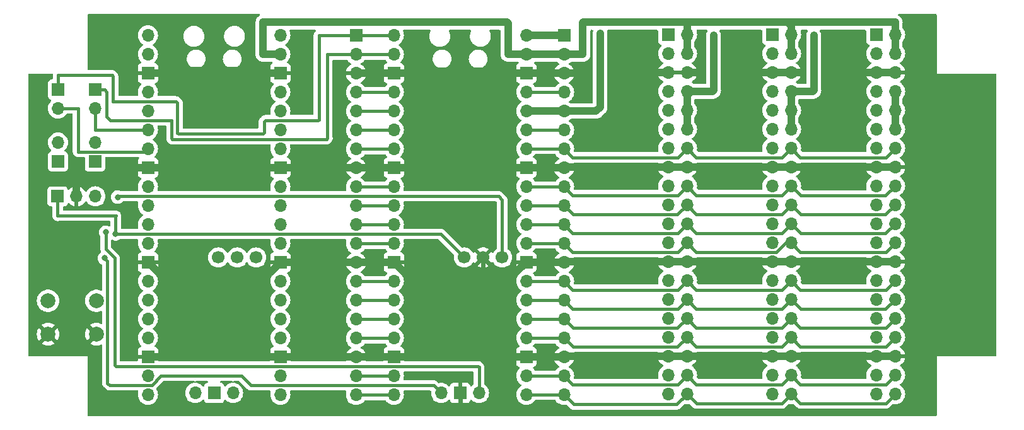
<source format=gbr>
%TF.GenerationSoftware,KiCad,Pcbnew,7.0.7*%
%TF.CreationDate,2023-09-07T20:52:16+09:00*%
%TF.ProjectId,KiCad,4b694361-642e-46b6-9963-61645f706362,rev?*%
%TF.SameCoordinates,PX41cdb40PY67f3540*%
%TF.FileFunction,Copper,L2,Bot*%
%TF.FilePolarity,Positive*%
%FSLAX46Y46*%
G04 Gerber Fmt 4.6, Leading zero omitted, Abs format (unit mm)*
G04 Created by KiCad (PCBNEW 7.0.7) date 2023-09-07 20:52:16*
%MOMM*%
%LPD*%
G01*
G04 APERTURE LIST*
%TA.AperFunction,ComponentPad*%
%ADD10R,1.700000X1.700000*%
%TD*%
%TA.AperFunction,ComponentPad*%
%ADD11O,1.700000X1.700000*%
%TD*%
%TA.AperFunction,ComponentPad*%
%ADD12C,1.700000*%
%TD*%
%TA.AperFunction,ComponentPad*%
%ADD13C,2.000000*%
%TD*%
%TA.AperFunction,ViaPad*%
%ADD14C,0.800000*%
%TD*%
%TA.AperFunction,Conductor*%
%ADD15C,0.400000*%
%TD*%
%TA.AperFunction,Conductor*%
%ADD16C,1.000000*%
%TD*%
%TA.AperFunction,Conductor*%
%ADD17C,0.600000*%
%TD*%
G04 APERTURE END LIST*
D10*
%TO.P,JP3,1,A*%
%TO.N,Net-(J6-Pin_1)*%
X4000000Y34197000D03*
D11*
%TO.P,JP3,2,B*%
%TO.N,Net-(JP3-B)*%
X4000000Y36737000D03*
%TD*%
D10*
%TO.P,J4,1,Pin_1*%
%TO.N,/GP0*%
X44030000Y51100000D03*
D11*
%TO.P,J4,2,Pin_2*%
%TO.N,/GP1*%
X44030000Y48560000D03*
%TO.P,J4,3,Pin_3*%
%TO.N,GND*%
X44030000Y46020000D03*
%TO.P,J4,4,Pin_4*%
%TO.N,/GP2*%
X44030000Y43480000D03*
%TO.P,J4,5,Pin_5*%
%TO.N,/GP3*%
X44030000Y40940000D03*
%TO.P,J4,6,Pin_6*%
%TO.N,/GP4*%
X44030000Y38400000D03*
%TO.P,J4,7,Pin_7*%
%TO.N,/GP5*%
X44030000Y35860000D03*
%TO.P,J4,8,Pin_8*%
%TO.N,GND*%
X44030000Y33320000D03*
%TO.P,J4,9,Pin_9*%
%TO.N,/GP6*%
X44030000Y30780000D03*
%TO.P,J4,10,Pin_10*%
%TO.N,/GP7*%
X44030000Y28240000D03*
%TO.P,J4,11,Pin_11*%
%TO.N,/GP8*%
X44030000Y25700000D03*
%TO.P,J4,12,Pin_12*%
%TO.N,/GP9*%
X44030000Y23160000D03*
%TO.P,J4,13,Pin_13*%
%TO.N,GND*%
X44030000Y20620000D03*
%TO.P,J4,14,Pin_14*%
%TO.N,/GP10*%
X44030000Y18080000D03*
%TO.P,J4,15,Pin_15*%
%TO.N,/GP11*%
X44030000Y15540000D03*
%TO.P,J4,16,Pin_16*%
%TO.N,/GP12*%
X44030000Y13000000D03*
%TO.P,J4,17,Pin_17*%
%TO.N,/GP13*%
X44030000Y10460000D03*
%TO.P,J4,18,Pin_18*%
%TO.N,GND*%
X44030000Y7920000D03*
%TO.P,J4,19,Pin_19*%
%TO.N,/GP14*%
X44030000Y5380000D03*
%TO.P,J4,20,Pin_20*%
%TO.N,/GP15*%
X44030000Y2840000D03*
%TD*%
D10*
%TO.P,JP1,1,A*%
%TO.N,/GP1*%
X8978000Y43849000D03*
D11*
%TO.P,JP1,2,B*%
%TO.N,Net-(JP1-B)*%
X8978000Y41309000D03*
%TD*%
D10*
%TO.P,J1,1,Pin_1*%
%TO.N,/GP0*%
X113875000Y51215000D03*
D11*
%TO.P,J1,2,Pin_2*%
%TO.N,/GP1*%
X113875000Y48675000D03*
%TO.P,J1,3,Pin_3*%
%TO.N,GND*%
X113875000Y46135000D03*
%TO.P,J1,4,Pin_4*%
%TO.N,/GP2*%
X113875000Y43595000D03*
%TO.P,J1,5,Pin_5*%
%TO.N,/GP3*%
X113875000Y41055000D03*
%TO.P,J1,6,Pin_6*%
%TO.N,/GP4*%
X113875000Y38515000D03*
%TO.P,J1,7,Pin_7*%
%TO.N,/GP5*%
X113875000Y35975000D03*
%TO.P,J1,8,Pin_8*%
%TO.N,GND*%
X113875000Y33435000D03*
%TO.P,J1,9,Pin_9*%
%TO.N,/GP6*%
X113875000Y30895000D03*
%TO.P,J1,10,Pin_10*%
%TO.N,/GP7*%
X113875000Y28355000D03*
%TO.P,J1,11,Pin_11*%
%TO.N,/GP8*%
X113875000Y25815000D03*
%TO.P,J1,12,Pin_12*%
%TO.N,/GP9*%
X113875000Y23275000D03*
%TO.P,J1,13,Pin_13*%
%TO.N,GND*%
X113875000Y20735000D03*
%TO.P,J1,14,Pin_14*%
%TO.N,/GP10*%
X113875000Y18195000D03*
%TO.P,J1,15,Pin_15*%
%TO.N,/GP11*%
X113875000Y15655000D03*
%TO.P,J1,16,Pin_16*%
%TO.N,/GP12*%
X113875000Y13115000D03*
%TO.P,J1,17,Pin_17*%
%TO.N,/GP13*%
X113875000Y10575000D03*
%TO.P,J1,18,Pin_18*%
%TO.N,GND*%
X113875000Y8035000D03*
%TO.P,J1,19,Pin_19*%
%TO.N,/GP14*%
X113875000Y5495000D03*
%TO.P,J1,20,Pin_20*%
%TO.N,/GP15*%
X113875000Y2955000D03*
%TO.P,J1,21,Pin_21*%
%TO.N,/GP16*%
X116415000Y2955000D03*
%TO.P,J1,22,Pin_22*%
%TO.N,/GP17*%
X116415000Y5495000D03*
%TO.P,J1,23,Pin_23*%
%TO.N,GND*%
X116415000Y8035000D03*
%TO.P,J1,24,Pin_24*%
%TO.N,/GP18*%
X116415000Y10575000D03*
%TO.P,J1,25,Pin_25*%
%TO.N,/GP19*%
X116415000Y13115000D03*
%TO.P,J1,26,Pin_26*%
%TO.N,/GP20*%
X116415000Y15655000D03*
%TO.P,J1,27,Pin_27*%
%TO.N,/GP21*%
X116415000Y18195000D03*
%TO.P,J1,28,Pin_28*%
%TO.N,GND*%
X116415000Y20735000D03*
%TO.P,J1,29,Pin_29*%
%TO.N,/GP22*%
X116415000Y23275000D03*
%TO.P,J1,30,Pin_30*%
%TO.N,/RUN*%
X116415000Y25815000D03*
%TO.P,J1,31,Pin_31*%
%TO.N,/GP26*%
X116415000Y28355000D03*
%TO.P,J1,32,Pin_32*%
%TO.N,/GP27*%
X116415000Y30895000D03*
%TO.P,J1,33,Pin_33*%
%TO.N,GND*%
X116415000Y33435000D03*
%TO.P,J1,34,Pin_34*%
%TO.N,/GP28*%
X116415000Y35975000D03*
%TO.P,J1,35,Pin_35*%
%TO.N,/3V3*%
X116415000Y38515000D03*
%TO.P,J1,36,Pin_36*%
X116415000Y41055000D03*
%TO.P,J1,37,Pin_37*%
X116415000Y43595000D03*
%TO.P,J1,38,Pin_38*%
%TO.N,GND*%
X116415000Y46135000D03*
%TO.P,J1,39,Pin_39*%
%TO.N,/VSYS*%
X116415000Y48675000D03*
%TO.P,J1,40,Pin_40*%
X116415000Y51215000D03*
%TD*%
%TO.P,U1,1,GPIO0*%
%TO.N,/GP0*%
X49110000Y51130000D03*
%TO.P,U1,2,GPIO1*%
%TO.N,/GP1*%
X49110000Y48590000D03*
D10*
%TO.P,U1,3,GND*%
%TO.N,GND*%
X49110000Y46050000D03*
D11*
%TO.P,U1,4,GPIO2*%
%TO.N,/GP2*%
X49110000Y43510000D03*
%TO.P,U1,5,GPIO3*%
%TO.N,/GP3*%
X49110000Y40970000D03*
%TO.P,U1,6,GPIO4*%
%TO.N,/GP4*%
X49110000Y38430000D03*
%TO.P,U1,7,GPIO5*%
%TO.N,/GP5*%
X49110000Y35890000D03*
D10*
%TO.P,U1,8,GND*%
%TO.N,GND*%
X49110000Y33350000D03*
D11*
%TO.P,U1,9,GPIO6*%
%TO.N,/GP6*%
X49110000Y30810000D03*
%TO.P,U1,10,GPIO7*%
%TO.N,/GP7*%
X49110000Y28270000D03*
%TO.P,U1,11,GPIO8*%
%TO.N,/GP8*%
X49110000Y25730000D03*
%TO.P,U1,12,GPIO9*%
%TO.N,/GP9*%
X49110000Y23190000D03*
D10*
%TO.P,U1,13,GND*%
%TO.N,GND*%
X49110000Y20650000D03*
D11*
%TO.P,U1,14,GPIO10*%
%TO.N,/GP10*%
X49110000Y18110000D03*
%TO.P,U1,15,GPIO11*%
%TO.N,/GP11*%
X49110000Y15570000D03*
%TO.P,U1,16,GPIO12*%
%TO.N,/GP12*%
X49110000Y13030000D03*
%TO.P,U1,17,GPIO13*%
%TO.N,/GP13*%
X49110000Y10490000D03*
D10*
%TO.P,U1,18,GND*%
%TO.N,GND*%
X49110000Y7950000D03*
D11*
%TO.P,U1,19,GPIO14*%
%TO.N,/GP14*%
X49110000Y5410000D03*
%TO.P,U1,20,GPIO15*%
%TO.N,/GP15*%
X49110000Y2870000D03*
%TO.P,U1,21,GPIO16*%
%TO.N,/GP16*%
X66890000Y2870000D03*
%TO.P,U1,22,GPIO17*%
%TO.N,/GP17*%
X66890000Y5410000D03*
D10*
%TO.P,U1,23,GND*%
%TO.N,GND*%
X66890000Y7950000D03*
D11*
%TO.P,U1,24,GPIO18*%
%TO.N,/GP18*%
X66890000Y10490000D03*
%TO.P,U1,25,GPIO19*%
%TO.N,/GP19*%
X66890000Y13030000D03*
%TO.P,U1,26,GPIO20*%
%TO.N,/GP20*%
X66890000Y15570000D03*
%TO.P,U1,27,GPIO21*%
%TO.N,/GP21*%
X66890000Y18110000D03*
D10*
%TO.P,U1,28,GND*%
%TO.N,GND*%
X66890000Y20650000D03*
D11*
%TO.P,U1,29,GPIO22*%
%TO.N,/GP22*%
X66890000Y23190000D03*
%TO.P,U1,30,RUN*%
%TO.N,/RUN*%
X66890000Y25730000D03*
%TO.P,U1,31,GPIO26_ADC0*%
%TO.N,/GP26*%
X66890000Y28270000D03*
%TO.P,U1,32,GPIO27_ADC1*%
%TO.N,/GP27*%
X66890000Y30810000D03*
D10*
%TO.P,U1,33,AGND*%
%TO.N,GND*%
X66890000Y33350000D03*
D11*
%TO.P,U1,34,GPIO28_ADC2*%
%TO.N,/GP28*%
X66890000Y35890000D03*
%TO.P,U1,35,ADC_VREF*%
%TO.N,/ADC_VREF*%
X66890000Y38430000D03*
%TO.P,U1,36,3V3*%
%TO.N,/3V3*%
X66890000Y40970000D03*
%TO.P,U1,37,3V3_EN*%
%TO.N,/3V3_EN*%
X66890000Y43510000D03*
D10*
%TO.P,U1,38,GND*%
%TO.N,GND*%
X66890000Y46050000D03*
D11*
%TO.P,U1,39,VSYS*%
%TO.N,/VSYS*%
X66890000Y48590000D03*
%TO.P,U1,40,VBUS*%
%TO.N,/VBUS*%
X66890000Y51130000D03*
%TO.P,U1,41,SWCLK*%
%TO.N,Net-(J6-Pin_1)*%
X55460000Y3100000D03*
D12*
X58550000Y21300000D03*
D10*
%TO.P,U1,42,GND*%
%TO.N,GND*%
X58000000Y3100000D03*
D12*
X61100000Y21300000D03*
D11*
%TO.P,U1,43,SWDIO*%
%TO.N,Net-(J6-Pin_3)*%
X60540000Y3100000D03*
D12*
X63650000Y21300000D03*
%TD*%
D10*
%TO.P,JP4,1,A*%
%TO.N,Net-(J6-Pin_3)*%
X8978000Y34197000D03*
D11*
%TO.P,JP4,2,B*%
%TO.N,Net-(JP4-B)*%
X8978000Y36737000D03*
%TD*%
D13*
%TO.P,SW1,1,1*%
%TO.N,/RUN*%
X2680000Y15492000D03*
X9180000Y15492000D03*
%TO.P,SW1,2,2*%
%TO.N,GND*%
X2680000Y10992000D03*
X9180000Y10992000D03*
%TD*%
D10*
%TO.P,J2,1,Pin_1*%
%TO.N,/GP0*%
X99910000Y51215000D03*
D11*
%TO.P,J2,2,Pin_2*%
%TO.N,/GP1*%
X99910000Y48675000D03*
%TO.P,J2,3,Pin_3*%
%TO.N,GND*%
X99910000Y46135000D03*
%TO.P,J2,4,Pin_4*%
%TO.N,/GP2*%
X99910000Y43595000D03*
%TO.P,J2,5,Pin_5*%
%TO.N,/GP3*%
X99910000Y41055000D03*
%TO.P,J2,6,Pin_6*%
%TO.N,/GP4*%
X99910000Y38515000D03*
%TO.P,J2,7,Pin_7*%
%TO.N,/GP5*%
X99910000Y35975000D03*
%TO.P,J2,8,Pin_8*%
%TO.N,GND*%
X99910000Y33435000D03*
%TO.P,J2,9,Pin_9*%
%TO.N,/GP6*%
X99910000Y30895000D03*
%TO.P,J2,10,Pin_10*%
%TO.N,/GP7*%
X99910000Y28355000D03*
%TO.P,J2,11,Pin_11*%
%TO.N,/GP8*%
X99910000Y25815000D03*
%TO.P,J2,12,Pin_12*%
%TO.N,/GP9*%
X99910000Y23275000D03*
%TO.P,J2,13,Pin_13*%
%TO.N,GND*%
X99910000Y20735000D03*
%TO.P,J2,14,Pin_14*%
%TO.N,/GP10*%
X99910000Y18195000D03*
%TO.P,J2,15,Pin_15*%
%TO.N,/GP11*%
X99910000Y15655000D03*
%TO.P,J2,16,Pin_16*%
%TO.N,/GP12*%
X99910000Y13115000D03*
%TO.P,J2,17,Pin_17*%
%TO.N,/GP13*%
X99910000Y10575000D03*
%TO.P,J2,18,Pin_18*%
%TO.N,GND*%
X99910000Y8035000D03*
%TO.P,J2,19,Pin_19*%
%TO.N,/GP14*%
X99910000Y5495000D03*
%TO.P,J2,20,Pin_20*%
%TO.N,/GP15*%
X99910000Y2955000D03*
%TO.P,J2,21,Pin_21*%
%TO.N,/GP16*%
X102450000Y2955000D03*
%TO.P,J2,22,Pin_22*%
%TO.N,/GP17*%
X102450000Y5495000D03*
%TO.P,J2,23,Pin_23*%
%TO.N,GND*%
X102450000Y8035000D03*
%TO.P,J2,24,Pin_24*%
%TO.N,/GP18*%
X102450000Y10575000D03*
%TO.P,J2,25,Pin_25*%
%TO.N,/GP19*%
X102450000Y13115000D03*
%TO.P,J2,26,Pin_26*%
%TO.N,/GP20*%
X102450000Y15655000D03*
%TO.P,J2,27,Pin_27*%
%TO.N,/GP21*%
X102450000Y18195000D03*
%TO.P,J2,28,Pin_28*%
%TO.N,GND*%
X102450000Y20735000D03*
%TO.P,J2,29,Pin_29*%
%TO.N,/GP22*%
X102450000Y23275000D03*
%TO.P,J2,30,Pin_30*%
%TO.N,/RUN*%
X102450000Y25815000D03*
%TO.P,J2,31,Pin_31*%
%TO.N,/GP26*%
X102450000Y28355000D03*
%TO.P,J2,32,Pin_32*%
%TO.N,/GP27*%
X102450000Y30895000D03*
%TO.P,J2,33,Pin_33*%
%TO.N,GND*%
X102450000Y33435000D03*
%TO.P,J2,34,Pin_34*%
%TO.N,/GP28*%
X102450000Y35975000D03*
%TO.P,J2,35,Pin_35*%
%TO.N,/3V3*%
X102450000Y38515000D03*
%TO.P,J2,36,Pin_36*%
X102450000Y41055000D03*
%TO.P,J2,37,Pin_37*%
X102450000Y43595000D03*
%TO.P,J2,38,Pin_38*%
%TO.N,GND*%
X102450000Y46135000D03*
%TO.P,J2,39,Pin_39*%
%TO.N,/VSYS*%
X102450000Y48675000D03*
%TO.P,J2,40,Pin_40*%
X102450000Y51215000D03*
%TD*%
D10*
%TO.P,J6,1,Pin_1*%
%TO.N,Net-(J6-Pin_1)*%
X3960000Y29498000D03*
D11*
%TO.P,J6,2,Pin_2*%
%TO.N,GND*%
X6500000Y29498000D03*
%TO.P,J6,3,Pin_3*%
%TO.N,Net-(J6-Pin_3)*%
X9040000Y29498000D03*
%TD*%
D10*
%TO.P,J3,1,Pin_1*%
%TO.N,/GP0*%
X85935000Y51215000D03*
D11*
%TO.P,J3,2,Pin_2*%
%TO.N,/GP1*%
X85935000Y48675000D03*
%TO.P,J3,3,Pin_3*%
%TO.N,GND*%
X85935000Y46135000D03*
%TO.P,J3,4,Pin_4*%
%TO.N,/GP2*%
X85935000Y43595000D03*
%TO.P,J3,5,Pin_5*%
%TO.N,/GP3*%
X85935000Y41055000D03*
%TO.P,J3,6,Pin_6*%
%TO.N,/GP4*%
X85935000Y38515000D03*
%TO.P,J3,7,Pin_7*%
%TO.N,/GP5*%
X85935000Y35975000D03*
%TO.P,J3,8,Pin_8*%
%TO.N,GND*%
X85935000Y33435000D03*
%TO.P,J3,9,Pin_9*%
%TO.N,/GP6*%
X85935000Y30895000D03*
%TO.P,J3,10,Pin_10*%
%TO.N,/GP7*%
X85935000Y28355000D03*
%TO.P,J3,11,Pin_11*%
%TO.N,/GP8*%
X85935000Y25815000D03*
%TO.P,J3,12,Pin_12*%
%TO.N,/GP9*%
X85935000Y23275000D03*
%TO.P,J3,13,Pin_13*%
%TO.N,GND*%
X85935000Y20735000D03*
%TO.P,J3,14,Pin_14*%
%TO.N,/GP10*%
X85935000Y18195000D03*
%TO.P,J3,15,Pin_15*%
%TO.N,/GP11*%
X85935000Y15655000D03*
%TO.P,J3,16,Pin_16*%
%TO.N,/GP12*%
X85935000Y13115000D03*
%TO.P,J3,17,Pin_17*%
%TO.N,/GP13*%
X85935000Y10575000D03*
%TO.P,J3,18,Pin_18*%
%TO.N,GND*%
X85935000Y8035000D03*
%TO.P,J3,19,Pin_19*%
%TO.N,/GP14*%
X85935000Y5495000D03*
%TO.P,J3,20,Pin_20*%
%TO.N,/GP15*%
X85935000Y2955000D03*
%TO.P,J3,21,Pin_21*%
%TO.N,/GP16*%
X88475000Y2955000D03*
%TO.P,J3,22,Pin_22*%
%TO.N,/GP17*%
X88475000Y5495000D03*
%TO.P,J3,23,Pin_23*%
%TO.N,GND*%
X88475000Y8035000D03*
%TO.P,J3,24,Pin_24*%
%TO.N,/GP18*%
X88475000Y10575000D03*
%TO.P,J3,25,Pin_25*%
%TO.N,/GP19*%
X88475000Y13115000D03*
%TO.P,J3,26,Pin_26*%
%TO.N,/GP20*%
X88475000Y15655000D03*
%TO.P,J3,27,Pin_27*%
%TO.N,/GP21*%
X88475000Y18195000D03*
%TO.P,J3,28,Pin_28*%
%TO.N,GND*%
X88475000Y20735000D03*
%TO.P,J3,29,Pin_29*%
%TO.N,/GP22*%
X88475000Y23275000D03*
%TO.P,J3,30,Pin_30*%
%TO.N,/RUN*%
X88475000Y25815000D03*
%TO.P,J3,31,Pin_31*%
%TO.N,/GP26*%
X88475000Y28355000D03*
%TO.P,J3,32,Pin_32*%
%TO.N,/GP27*%
X88475000Y30895000D03*
%TO.P,J3,33,Pin_33*%
%TO.N,GND*%
X88475000Y33435000D03*
%TO.P,J3,34,Pin_34*%
%TO.N,/GP28*%
X88475000Y35975000D03*
%TO.P,J3,35,Pin_35*%
%TO.N,/3V3*%
X88475000Y38515000D03*
%TO.P,J3,36,Pin_36*%
X88475000Y41055000D03*
%TO.P,J3,37,Pin_37*%
X88475000Y43595000D03*
%TO.P,J3,38,Pin_38*%
%TO.N,GND*%
X88475000Y46135000D03*
%TO.P,J3,39,Pin_39*%
%TO.N,/VSYS*%
X88475000Y48675000D03*
%TO.P,J3,40,Pin_40*%
X88475000Y51215000D03*
%TD*%
D10*
%TO.P,JP2,1,A*%
%TO.N,/GP0*%
X4000000Y43849000D03*
D11*
%TO.P,JP2,2,B*%
%TO.N,Net-(JP2-B)*%
X4000000Y41309000D03*
%TD*%
D10*
%TO.P,J5,1,Pin_1*%
%TO.N,/VBUS*%
X71970000Y51100000D03*
D11*
%TO.P,J5,2,Pin_2*%
%TO.N,/VSYS*%
X71970000Y48560000D03*
%TO.P,J5,3,Pin_3*%
%TO.N,GND*%
X71970000Y46020000D03*
%TO.P,J5,4,Pin_4*%
%TO.N,/3V3_EN*%
X71970000Y43480000D03*
%TO.P,J5,5,Pin_5*%
%TO.N,/3V3*%
X71970000Y40940000D03*
%TO.P,J5,6,Pin_6*%
%TO.N,/ADC_VREF*%
X71970000Y38400000D03*
%TO.P,J5,7,Pin_7*%
%TO.N,/GP28*%
X71970000Y35860000D03*
%TO.P,J5,8,Pin_8*%
%TO.N,GND*%
X71970000Y33320000D03*
%TO.P,J5,9,Pin_9*%
%TO.N,/GP27*%
X71970000Y30780000D03*
%TO.P,J5,10,Pin_10*%
%TO.N,/GP26*%
X71970000Y28240000D03*
%TO.P,J5,11,Pin_11*%
%TO.N,/RUN*%
X71970000Y25700000D03*
%TO.P,J5,12,Pin_12*%
%TO.N,/GP22*%
X71970000Y23160000D03*
%TO.P,J5,13,Pin_13*%
%TO.N,GND*%
X71970000Y20620000D03*
%TO.P,J5,14,Pin_14*%
%TO.N,/GP21*%
X71970000Y18080000D03*
%TO.P,J5,15,Pin_15*%
%TO.N,/GP20*%
X71970000Y15540000D03*
%TO.P,J5,16,Pin_16*%
%TO.N,/GP19*%
X71970000Y13000000D03*
%TO.P,J5,17,Pin_17*%
%TO.N,/GP18*%
X71970000Y10460000D03*
%TO.P,J5,18,Pin_18*%
%TO.N,GND*%
X71970000Y7920000D03*
%TO.P,J5,19,Pin_19*%
%TO.N,/GP17*%
X71970000Y5380000D03*
%TO.P,J5,20,Pin_20*%
%TO.N,/GP16*%
X71970000Y2840000D03*
%TD*%
%TO.P,U2,1,GPIO0*%
%TO.N,unconnected-(U2-GPIO0-Pad1)*%
X16090000Y51130000D03*
%TO.P,U2,2,GPIO1*%
%TO.N,unconnected-(U2-GPIO1-Pad2)*%
X16090000Y48590000D03*
D10*
%TO.P,U2,3,GND*%
%TO.N,GND*%
X16090000Y46050000D03*
D11*
%TO.P,U2,4,GPIO2*%
%TO.N,Net-(JP3-B)*%
X16090000Y43510000D03*
%TO.P,U2,5,GPIO3*%
%TO.N,Net-(JP4-B)*%
X16090000Y40970000D03*
%TO.P,U2,6,GPIO4*%
%TO.N,Net-(JP1-B)*%
X16090000Y38430000D03*
%TO.P,U2,7,GPIO5*%
%TO.N,Net-(JP2-B)*%
X16090000Y35890000D03*
D10*
%TO.P,U2,8,GND*%
%TO.N,GND*%
X16090000Y33350000D03*
D11*
%TO.P,U2,9,GPIO6*%
%TO.N,unconnected-(U2-GPIO6-Pad9)*%
X16090000Y30810000D03*
%TO.P,U2,10,GPIO7*%
%TO.N,unconnected-(U2-GPIO7-Pad10)*%
X16090000Y28270000D03*
%TO.P,U2,11,GPIO8*%
%TO.N,unconnected-(U2-GPIO8-Pad11)*%
X16090000Y25730000D03*
%TO.P,U2,12,GPIO9*%
%TO.N,unconnected-(U2-GPIO9-Pad12)*%
X16090000Y23190000D03*
D10*
%TO.P,U2,13,GND*%
%TO.N,GND*%
X16090000Y20650000D03*
D11*
%TO.P,U2,14,GPIO10*%
%TO.N,unconnected-(U2-GPIO10-Pad14)*%
X16090000Y18110000D03*
%TO.P,U2,15,GPIO11*%
%TO.N,unconnected-(U2-GPIO11-Pad15)*%
X16090000Y15570000D03*
%TO.P,U2,16,GPIO12*%
%TO.N,unconnected-(U2-GPIO12-Pad16)*%
X16090000Y13030000D03*
%TO.P,U2,17,GPIO13*%
%TO.N,unconnected-(U2-GPIO13-Pad17)*%
X16090000Y10490000D03*
D10*
%TO.P,U2,18,GND*%
%TO.N,GND*%
X16090000Y7950000D03*
D11*
%TO.P,U2,19,GPIO14*%
%TO.N,unconnected-(U2-GPIO14-Pad19)*%
X16090000Y5410000D03*
%TO.P,U2,20,GPIO15*%
%TO.N,unconnected-(U2-GPIO15-Pad20)*%
X16090000Y2870000D03*
%TO.P,U2,21,GPIO16*%
%TO.N,unconnected-(U2-GPIO16-Pad21)*%
X33870000Y2870000D03*
%TO.P,U2,22,GPIO17*%
%TO.N,unconnected-(U2-GPIO17-Pad22)*%
X33870000Y5410000D03*
D10*
%TO.P,U2,23,GND*%
%TO.N,GND*%
X33870000Y7950000D03*
D11*
%TO.P,U2,24,GPIO18*%
%TO.N,unconnected-(U2-GPIO18-Pad24)*%
X33870000Y10490000D03*
%TO.P,U2,25,GPIO19*%
%TO.N,unconnected-(U2-GPIO19-Pad25)*%
X33870000Y13030000D03*
%TO.P,U2,26,GPIO20*%
%TO.N,unconnected-(U2-GPIO20-Pad26)*%
X33870000Y15570000D03*
%TO.P,U2,27,GPIO21*%
%TO.N,unconnected-(U2-GPIO21-Pad27)*%
X33870000Y18110000D03*
D10*
%TO.P,U2,28,GND*%
%TO.N,GND*%
X33870000Y20650000D03*
D11*
%TO.P,U2,29,GPIO22*%
%TO.N,unconnected-(U2-GPIO22-Pad29)*%
X33870000Y23190000D03*
%TO.P,U2,30,RUN*%
%TO.N,unconnected-(U2-RUN-Pad30)*%
X33870000Y25730000D03*
%TO.P,U2,31,GPIO26_ADC0*%
%TO.N,unconnected-(U2-GPIO26_ADC0-Pad31)*%
X33870000Y28270000D03*
%TO.P,U2,32,GPIO27_ADC1*%
%TO.N,unconnected-(U2-GPIO27_ADC1-Pad32)*%
X33870000Y30810000D03*
D10*
%TO.P,U2,33,AGND*%
%TO.N,GND*%
X33870000Y33350000D03*
D11*
%TO.P,U2,34,GPIO28_ADC2*%
%TO.N,unconnected-(U2-GPIO28_ADC2-Pad34)*%
X33870000Y35890000D03*
%TO.P,U2,35,ADC_VREF*%
%TO.N,unconnected-(U2-ADC_VREF-Pad35)*%
X33870000Y38430000D03*
%TO.P,U2,36,3V3*%
%TO.N,unconnected-(U2-3V3-Pad36)*%
X33870000Y40970000D03*
%TO.P,U2,37,3V3_EN*%
%TO.N,unconnected-(U2-3V3_EN-Pad37)*%
X33870000Y43510000D03*
D10*
%TO.P,U2,38,GND*%
%TO.N,GND*%
X33870000Y46050000D03*
D11*
%TO.P,U2,39,VSYS*%
%TO.N,/VSYS*%
X33870000Y48590000D03*
%TO.P,U2,40,VBUS*%
%TO.N,unconnected-(U2-VBUS-Pad40)*%
X33870000Y51130000D03*
%TO.P,U2,41,SWCLK*%
%TO.N,unconnected-(U2-SWCLK-Pad41)*%
X22440000Y3100000D03*
D12*
X25530000Y21300000D03*
D10*
%TO.P,U2,42,GND*%
%TO.N,unconnected-(U2-GND-Pad42)*%
X24980000Y3100000D03*
D12*
X28080000Y21300000D03*
D11*
%TO.P,U2,43,SWDIO*%
%TO.N,unconnected-(U2-SWDIO-Pad43)*%
X27520000Y3100000D03*
D12*
X30630000Y21300000D03*
%TD*%
D14*
%TO.N,/3V3*%
X105498000Y51088000D03*
X76796000Y51342000D03*
X92036000Y51088000D03*
%TO.N,Net-(J6-Pin_1)*%
X11750000Y24450000D03*
X10250000Y21200000D03*
%TO.N,Net-(J6-Pin_3)*%
X10425000Y24675000D03*
X12025000Y29400000D03*
%TD*%
D15*
%TO.N,/GP0*%
X44030000Y51100000D02*
X49080000Y51100000D01*
X4000000Y43849000D02*
X4000000Y45729000D01*
X31660200Y38057800D02*
X31660200Y39531000D01*
X31533200Y37930800D02*
X31660200Y38057800D01*
X11415528Y42260000D02*
X19838000Y42260000D01*
X39063600Y51100000D02*
X44030000Y51100000D01*
X19838000Y42260000D02*
X20052400Y42045600D01*
X4025000Y45754000D02*
X11271000Y45754000D01*
X39026200Y39810400D02*
X39026200Y51062600D01*
X38935800Y39720000D02*
X39026200Y39810400D01*
X20154000Y37930800D02*
X31533200Y37930800D01*
X20052400Y42045600D02*
X20052400Y38032400D01*
X11271000Y45754000D02*
X11400000Y45625000D01*
X11400000Y45625000D02*
X11400000Y42275528D01*
X39026200Y51062600D02*
X39063600Y51100000D01*
X20052400Y38032400D02*
X20154000Y37930800D01*
X4000000Y45729000D02*
X4025000Y45754000D01*
X11400000Y42275528D02*
X11415528Y42260000D01*
X31849200Y39720000D02*
X38935800Y39720000D01*
X49080000Y51100000D02*
X49110000Y51130000D01*
X31660200Y39531000D02*
X31849200Y39720000D01*
%TO.N,/GP1*%
X49080000Y48560000D02*
X49110000Y48590000D01*
X19177600Y39720000D02*
X11021200Y39720000D01*
X44030000Y48560000D02*
X40182600Y48560000D01*
X19239600Y39658000D02*
X19177600Y39720000D01*
X40182600Y48560000D02*
X40169200Y48573400D01*
X19239600Y37295800D02*
X19239600Y39658000D01*
X10575000Y40166200D02*
X10575000Y43525000D01*
X40194600Y37321200D02*
X40053400Y37180000D01*
X19355400Y37180000D02*
X19239600Y37295800D01*
X40169200Y37346600D02*
X40194600Y37321200D01*
X11021200Y39720000D02*
X10575000Y40166200D01*
X40053400Y37180000D02*
X19355400Y37180000D01*
X44030000Y48560000D02*
X49080000Y48560000D01*
X40169200Y48573400D02*
X40169200Y37346600D01*
X10251000Y43849000D02*
X8978000Y43849000D01*
X10575000Y43525000D02*
X10251000Y43849000D01*
D16*
%TO.N,GND*%
X116415000Y20735000D02*
X113875000Y20735000D01*
X99910000Y33435000D02*
X88475000Y33435000D01*
X12925000Y33350000D02*
X11500000Y31925000D01*
X65590000Y19350000D02*
X61100000Y19350000D01*
X33870000Y33350000D02*
X16090000Y33350000D01*
X85935000Y46135000D02*
X83965000Y46135000D01*
X53758200Y46338200D02*
X64121400Y46338200D01*
D17*
X61100000Y21300000D02*
X61100000Y19350000D01*
D16*
X113875000Y8035000D02*
X102450000Y8035000D01*
X44030000Y7920000D02*
X49080000Y7920000D01*
X116415000Y46135000D02*
X113875000Y46135000D01*
X85935000Y8035000D02*
X72085000Y8035000D01*
X74130000Y46020000D02*
X74150000Y46000000D01*
X44030000Y7920000D02*
X33900000Y7920000D01*
X66890000Y33350000D02*
X49110000Y33350000D01*
X113875000Y20735000D02*
X102450000Y20735000D01*
X33870000Y7950000D02*
X16090000Y7950000D01*
D17*
X63000000Y1150000D02*
X63000000Y7950000D01*
D16*
X71970000Y46020000D02*
X74130000Y46020000D01*
X88475000Y8035000D02*
X85935000Y8035000D01*
X49110000Y7950000D02*
X63000000Y7950000D01*
X44060000Y33350000D02*
X44030000Y33320000D01*
X44060000Y20650000D02*
X44030000Y20620000D01*
X113875000Y46135000D02*
X111265000Y46135000D01*
X50410000Y19350000D02*
X49110000Y20650000D01*
X61100000Y19350000D02*
X50410000Y19350000D01*
X66920000Y46020000D02*
X66890000Y46050000D01*
X44030000Y33320000D02*
X33900000Y33320000D01*
X85935000Y33435000D02*
X72085000Y33435000D01*
X18909400Y46389000D02*
X18570400Y46050000D01*
X32520000Y19300000D02*
X17440000Y19300000D01*
D17*
X58050000Y1150000D02*
X63000000Y1150000D01*
D16*
X33870000Y46050000D02*
X28570200Y46050000D01*
X33900000Y7920000D02*
X33870000Y7950000D01*
D17*
X58000000Y1200000D02*
X58050000Y1150000D01*
D16*
X64409600Y46050000D02*
X66890000Y46050000D01*
X49080000Y46020000D02*
X49110000Y46050000D01*
X102450000Y8035000D02*
X99910000Y8035000D01*
X6500000Y31825000D02*
X6500000Y29498000D01*
X28570200Y46050000D02*
X28231200Y46389000D01*
X18570400Y46050000D02*
X16090000Y46050000D01*
X103885000Y46135000D02*
X103900000Y46150000D01*
D15*
X6575000Y29573000D02*
X6500000Y29498000D01*
D16*
X113875000Y33435000D02*
X102450000Y33435000D01*
X66920000Y7920000D02*
X66890000Y7950000D01*
X33900000Y33320000D02*
X33870000Y33350000D01*
X90035000Y46135000D02*
X90050000Y46150000D01*
X6600000Y31925000D02*
X6500000Y31825000D01*
X33870000Y20650000D02*
X32520000Y19300000D01*
X33900000Y20620000D02*
X33870000Y20650000D01*
D17*
X58000000Y3100000D02*
X58000000Y1200000D01*
D16*
X49110000Y20650000D02*
X44060000Y20650000D01*
X11500000Y31925000D02*
X6600000Y31925000D01*
X28231200Y46389000D02*
X18909400Y46389000D01*
X71970000Y20620000D02*
X66920000Y20620000D01*
X116415000Y33435000D02*
X113875000Y33435000D01*
X44030000Y20620000D02*
X33900000Y20620000D01*
X17440000Y19300000D02*
X16090000Y20650000D01*
X71970000Y33320000D02*
X66920000Y33320000D01*
X99910000Y8035000D02*
X88475000Y8035000D01*
X88475000Y33435000D02*
X85935000Y33435000D01*
X102450000Y46135000D02*
X103885000Y46135000D01*
X85935000Y20735000D02*
X72085000Y20735000D01*
X72085000Y20735000D02*
X71970000Y20620000D01*
X116415000Y8035000D02*
X113875000Y8035000D01*
X16090000Y33350000D02*
X12925000Y33350000D01*
X49080000Y7920000D02*
X49110000Y7950000D01*
X99910000Y46135000D02*
X98165000Y46135000D01*
X49110000Y33350000D02*
X44060000Y33350000D01*
X66890000Y20650000D02*
X65590000Y19350000D01*
X111265000Y46135000D02*
X111250000Y46150000D01*
X53470000Y46050000D02*
X53758200Y46338200D01*
X44030000Y46020000D02*
X49080000Y46020000D01*
X63000000Y7950000D02*
X66890000Y7950000D01*
X102450000Y46135000D02*
X99910000Y46135000D01*
X64121400Y46338200D02*
X64409600Y46050000D01*
X71970000Y7920000D02*
X66920000Y7920000D01*
X98165000Y46135000D02*
X98150000Y46150000D01*
X88475000Y20735000D02*
X85935000Y20735000D01*
X66920000Y20620000D02*
X66890000Y20650000D01*
X71970000Y46020000D02*
X66920000Y46020000D01*
X66920000Y33320000D02*
X66890000Y33350000D01*
X88475000Y46135000D02*
X90035000Y46135000D01*
X72085000Y8035000D02*
X71970000Y7920000D01*
X49110000Y46050000D02*
X53470000Y46050000D01*
X83965000Y46135000D02*
X83950000Y46150000D01*
X102450000Y33435000D02*
X99910000Y33435000D01*
X102450000Y20735000D02*
X99910000Y20735000D01*
X99910000Y20735000D02*
X88475000Y20735000D01*
D15*
%TO.N,/GP2*%
X44030000Y43480000D02*
X49080000Y43480000D01*
X49080000Y43480000D02*
X49110000Y43510000D01*
%TO.N,/GP3*%
X44030000Y40940000D02*
X49080000Y40940000D01*
X49080000Y40940000D02*
X49110000Y40970000D01*
%TO.N,/GP4*%
X44030000Y38400000D02*
X49080000Y38400000D01*
X49080000Y38400000D02*
X49110000Y38430000D01*
%TO.N,/GP5*%
X49080000Y35860000D02*
X49110000Y35890000D01*
X44030000Y35860000D02*
X49080000Y35860000D01*
%TO.N,/GP6*%
X44030000Y30780000D02*
X49080000Y30780000D01*
X49080000Y30780000D02*
X49110000Y30810000D01*
%TO.N,/GP7*%
X44030000Y28240000D02*
X49080000Y28240000D01*
X49080000Y28240000D02*
X49110000Y28270000D01*
%TO.N,/GP8*%
X49080000Y25700000D02*
X49110000Y25730000D01*
X44030000Y25700000D02*
X49080000Y25700000D01*
%TO.N,/GP9*%
X49080000Y23160000D02*
X49110000Y23190000D01*
X44030000Y23160000D02*
X49080000Y23160000D01*
%TO.N,/GP10*%
X44030000Y18080000D02*
X49080000Y18080000D01*
X49080000Y18080000D02*
X49110000Y18110000D01*
%TO.N,/GP11*%
X49080000Y15540000D02*
X49110000Y15570000D01*
X44030000Y15540000D02*
X49080000Y15540000D01*
%TO.N,/GP12*%
X49080000Y13000000D02*
X49110000Y13030000D01*
X44030000Y13000000D02*
X49080000Y13000000D01*
%TO.N,/GP13*%
X49080000Y10460000D02*
X49110000Y10490000D01*
X44030000Y10460000D02*
X49080000Y10460000D01*
%TO.N,/GP14*%
X44030000Y5380000D02*
X49080000Y5380000D01*
X49080000Y5380000D02*
X49110000Y5410000D01*
%TO.N,/GP15*%
X49080000Y2840000D02*
X49110000Y2870000D01*
X44030000Y2840000D02*
X49080000Y2840000D01*
%TO.N,/GP16*%
X101180000Y1685000D02*
X102450000Y2955000D01*
X103700000Y1705000D02*
X115165000Y1705000D01*
X66890000Y2870000D02*
X71940000Y2870000D01*
X88475000Y2955000D02*
X87078000Y1558000D01*
X102450000Y2955000D02*
X103700000Y1705000D01*
X73252000Y1558000D02*
X71970000Y2840000D01*
X89745000Y1685000D02*
X101180000Y1685000D01*
X71940000Y2870000D02*
X71970000Y2840000D01*
X87078000Y1558000D02*
X73252000Y1558000D01*
X88475000Y2955000D02*
X89745000Y1685000D01*
X115165000Y1705000D02*
X116415000Y2955000D01*
%TO.N,/GP17*%
X101200000Y4245000D02*
X102450000Y5495000D01*
X66920000Y5380000D02*
X71970000Y5380000D01*
X115165000Y4245000D02*
X116415000Y5495000D01*
X89725000Y4245000D02*
X101200000Y4245000D01*
X102450000Y5495000D02*
X103700000Y4245000D01*
X88475000Y5495000D02*
X87225000Y4245000D01*
X66890000Y5410000D02*
X66920000Y5380000D01*
X87225000Y4245000D02*
X73105000Y4245000D01*
X73105000Y4245000D02*
X71970000Y5380000D01*
X88475000Y5495000D02*
X89725000Y4245000D01*
X103700000Y4245000D02*
X115165000Y4245000D01*
%TO.N,/GP18*%
X115165000Y9325000D02*
X116415000Y10575000D01*
X87185000Y9285000D02*
X73145000Y9285000D01*
X103700000Y9325000D02*
X115165000Y9325000D01*
X102450000Y10575000D02*
X103700000Y9325000D01*
X88475000Y10575000D02*
X89725000Y9325000D01*
X89725000Y9325000D02*
X101200000Y9325000D01*
X101200000Y9325000D02*
X102450000Y10575000D01*
X66890000Y10490000D02*
X66920000Y10460000D01*
X88475000Y10575000D02*
X87185000Y9285000D01*
X66920000Y10460000D02*
X71970000Y10460000D01*
X73145000Y9285000D02*
X71970000Y10460000D01*
%TO.N,/GP19*%
X103700000Y11865000D02*
X115165000Y11865000D01*
X88475000Y13115000D02*
X89725000Y11865000D01*
X73145000Y11825000D02*
X71970000Y13000000D01*
X87185000Y11825000D02*
X73145000Y11825000D01*
X102450000Y13115000D02*
X103700000Y11865000D01*
X89725000Y11865000D02*
X101200000Y11865000D01*
X66920000Y13000000D02*
X71970000Y13000000D01*
X88475000Y13115000D02*
X87185000Y11825000D01*
X66890000Y13030000D02*
X66920000Y13000000D01*
X115165000Y11865000D02*
X116415000Y13115000D01*
X101200000Y11865000D02*
X102450000Y13115000D01*
%TO.N,/GP20*%
X87225000Y14405000D02*
X73105000Y14405000D01*
X102450000Y15655000D02*
X103740000Y14365000D01*
X88475000Y15655000D02*
X89725000Y14405000D01*
X66890000Y15570000D02*
X71940000Y15570000D01*
X73105000Y14405000D02*
X71970000Y15540000D01*
X71940000Y15570000D02*
X71970000Y15540000D01*
X88475000Y15655000D02*
X87225000Y14405000D01*
X103740000Y14365000D02*
X115125000Y14365000D01*
X89725000Y14405000D02*
X101200000Y14405000D01*
X101200000Y14405000D02*
X102450000Y15655000D01*
X115125000Y14365000D02*
X116415000Y15655000D01*
%TO.N,/GP21*%
X115165000Y16945000D02*
X103700000Y16945000D01*
X89725000Y16945000D02*
X101200000Y16945000D01*
X103700000Y16945000D02*
X102450000Y18195000D01*
X73105000Y16945000D02*
X71970000Y18080000D01*
X66890000Y18110000D02*
X71940000Y18110000D01*
X88475000Y18195000D02*
X89725000Y16945000D01*
X116415000Y18195000D02*
X115165000Y16945000D01*
X87225000Y16945000D02*
X73105000Y16945000D01*
X71940000Y18110000D02*
X71970000Y18080000D01*
X101200000Y16945000D02*
X102450000Y18195000D01*
X88475000Y18195000D02*
X87225000Y16945000D01*
%TO.N,/GP22*%
X102450000Y23275000D02*
X101677767Y23275000D01*
X101677767Y23275000D02*
X100427767Y22025000D01*
X116415000Y23275000D02*
X115165000Y22025000D01*
X115165000Y22025000D02*
X103700000Y22025000D01*
X100427767Y22025000D02*
X89725000Y22025000D01*
X88475000Y23275000D02*
X87225000Y22025000D01*
X73105000Y22025000D02*
X71970000Y23160000D01*
X71940000Y23190000D02*
X71970000Y23160000D01*
X66890000Y23190000D02*
X71940000Y23190000D01*
X103700000Y22025000D02*
X102450000Y23275000D01*
X87225000Y22025000D02*
X73105000Y22025000D01*
X89725000Y22025000D02*
X88475000Y23275000D01*
D16*
%TO.N,/3V3*%
X76796000Y41460000D02*
X76276000Y40940000D01*
X76796000Y51342000D02*
X76796000Y41460000D01*
X105498000Y43722000D02*
X105498000Y51088000D01*
X102450000Y43595000D02*
X105371000Y43595000D01*
X116415000Y43595000D02*
X116415000Y38515000D01*
X92036000Y43722000D02*
X92036000Y51088000D01*
X91909000Y43595000D02*
X92036000Y43722000D01*
X88475000Y43595000D02*
X88475000Y38515000D01*
X102450000Y43595000D02*
X102450000Y38515000D01*
X105371000Y43595000D02*
X105498000Y43722000D01*
X71970000Y40940000D02*
X66920000Y40940000D01*
X66920000Y40940000D02*
X66890000Y40970000D01*
X88475000Y43595000D02*
X91909000Y43595000D01*
X71970000Y40940000D02*
X76276000Y40940000D01*
D15*
%TO.N,/GP26*%
X101200000Y27105000D02*
X89725000Y27105000D01*
X87185000Y27065000D02*
X73145000Y27065000D01*
X66890000Y28270000D02*
X71940000Y28270000D01*
X116415000Y28355000D02*
X115125000Y27065000D01*
X103740000Y27065000D02*
X102450000Y28355000D01*
X115125000Y27065000D02*
X103740000Y27065000D01*
X102450000Y28355000D02*
X101200000Y27105000D01*
X88475000Y28355000D02*
X87185000Y27065000D01*
X71940000Y28270000D02*
X71970000Y28240000D01*
X73145000Y27065000D02*
X71970000Y28240000D01*
X89725000Y27105000D02*
X88475000Y28355000D01*
%TO.N,/GP27*%
X66890000Y30810000D02*
X71940000Y30810000D01*
X71940000Y30810000D02*
X71970000Y30780000D01*
X89725000Y29645000D02*
X88475000Y30895000D01*
X101200000Y29645000D02*
X89725000Y29645000D01*
X115125000Y29605000D02*
X103740000Y29605000D01*
X73105000Y29645000D02*
X71970000Y30780000D01*
X88475000Y30895000D02*
X87225000Y29645000D01*
X116415000Y30895000D02*
X115125000Y29605000D01*
X102450000Y30895000D02*
X101200000Y29645000D01*
X87225000Y29645000D02*
X73105000Y29645000D01*
X103740000Y29605000D02*
X102450000Y30895000D01*
%TO.N,/GP28*%
X115165000Y34725000D02*
X103700000Y34725000D01*
X87225000Y34725000D02*
X73105000Y34725000D01*
X89725000Y34725000D02*
X88475000Y35975000D01*
X102450000Y35975000D02*
X101200000Y34725000D01*
X101200000Y34725000D02*
X89725000Y34725000D01*
X73105000Y34725000D02*
X71970000Y35860000D01*
X103700000Y34725000D02*
X102450000Y35975000D01*
X116415000Y35975000D02*
X115165000Y34725000D01*
X66890000Y35890000D02*
X71940000Y35890000D01*
X88475000Y35975000D02*
X87225000Y34725000D01*
X71940000Y35890000D02*
X71970000Y35860000D01*
%TO.N,/3V3_EN*%
X71970000Y43480000D02*
X66920000Y43480000D01*
X66920000Y43480000D02*
X66890000Y43510000D01*
%TO.N,/ADC_VREF*%
X66890000Y38430000D02*
X71940000Y38430000D01*
X71940000Y38430000D02*
X71970000Y38400000D01*
%TO.N,/RUN*%
X102450000Y25815000D02*
X103740000Y24525000D01*
X102450000Y25815000D02*
X101200000Y24565000D01*
X101200000Y24565000D02*
X89725000Y24565000D01*
X88475000Y25815000D02*
X87225000Y24565000D01*
X73105000Y24565000D02*
X71970000Y25700000D01*
X87225000Y24565000D02*
X73105000Y24565000D01*
X103740000Y24525000D02*
X115125000Y24525000D01*
X115125000Y24525000D02*
X116415000Y25815000D01*
X89725000Y24565000D02*
X88475000Y25815000D01*
X66920000Y25700000D02*
X71970000Y25700000D01*
X66890000Y25730000D02*
X66920000Y25700000D01*
%TO.N,Net-(J6-Pin_1)*%
X10925000Y4150000D02*
X10650000Y4425000D01*
X55400000Y24450000D02*
X11750000Y24450000D01*
X54440000Y4120000D02*
X29930000Y4120000D01*
X58550000Y21300000D02*
X55400000Y24450000D01*
X10650000Y4425000D02*
X10650000Y20800000D01*
X10650000Y20800000D02*
X10250000Y21200000D01*
X16600000Y4150000D02*
X10925000Y4150000D01*
X3975000Y26900000D02*
X3960000Y26885000D01*
X28650000Y5400000D02*
X17850000Y5400000D01*
X29930000Y4120000D02*
X28650000Y5400000D01*
X3960000Y26885000D02*
X3960000Y29498000D01*
X11775000Y26900000D02*
X3975000Y26900000D01*
X55460000Y3100000D02*
X54440000Y4120000D01*
X11750000Y24450000D02*
X11750000Y26875000D01*
X11750000Y26875000D02*
X11775000Y26900000D01*
X17850000Y5400000D02*
X16600000Y4150000D01*
%TO.N,Net-(J6-Pin_3)*%
X60540000Y6560000D02*
X60430000Y6670000D01*
X63650000Y29050000D02*
X63180000Y29520000D01*
X11600000Y6875000D02*
X11600000Y21225000D01*
X11600000Y21225000D02*
X10425000Y22400000D01*
X12025000Y29400000D02*
X12145000Y29520000D01*
X11805000Y6670000D02*
X11600000Y6875000D01*
X60430000Y6670000D02*
X11805000Y6670000D01*
X60540000Y3100000D02*
X60540000Y6560000D01*
X63640000Y21300000D02*
X63640000Y29040000D01*
X12145000Y29520000D02*
X63180000Y29520000D01*
X63640000Y29040000D02*
X63650000Y29050000D01*
X10425000Y22400000D02*
X10425000Y24675000D01*
%TO.N,Net-(JP1-B)*%
X9000000Y38460000D02*
X8978000Y38482000D01*
X16060000Y38460000D02*
X9000000Y38460000D01*
X8978000Y38482000D02*
X8978000Y41309000D01*
X16090000Y38430000D02*
X16060000Y38460000D01*
%TO.N,Net-(JP2-B)*%
X6700000Y35500000D02*
X6700000Y41300000D01*
X16090000Y35890000D02*
X15687000Y35487000D01*
X6713000Y35487000D02*
X6700000Y35500000D01*
X15687000Y35487000D02*
X6713000Y35487000D01*
X6700000Y41300000D02*
X6691000Y41309000D01*
X6691000Y41309000D02*
X4000000Y41309000D01*
D16*
%TO.N,/VBUS*%
X66890000Y51130000D02*
X71940000Y51130000D01*
X71940000Y51130000D02*
X71970000Y51100000D01*
%TO.N,/VSYS*%
X102450000Y52358000D02*
X101942000Y52866000D01*
X66920000Y48560000D02*
X71970000Y48560000D01*
X31542000Y48590000D02*
X33870000Y48590000D01*
X88475000Y52861000D02*
X88480000Y52866000D01*
X64273800Y52866000D02*
X31533200Y52866000D01*
X116415000Y48675000D02*
X116415000Y51215000D01*
X64426200Y52713600D02*
X64273800Y52866000D01*
X64426200Y48598800D02*
X64426200Y52713600D01*
X116415000Y52861000D02*
X116420000Y52866000D01*
X116420000Y52866000D02*
X101942000Y52866000D01*
X116415000Y51215000D02*
X116415000Y52861000D01*
X66881200Y48598800D02*
X64426200Y48598800D01*
X31533200Y48598800D02*
X31542000Y48590000D01*
X88475000Y48675000D02*
X88475000Y52861000D01*
X74498000Y52854000D02*
X74510000Y52866000D01*
X74510000Y52866000D02*
X88480000Y52866000D01*
X102450000Y48675000D02*
X102450000Y52358000D01*
X74498000Y48560000D02*
X74498000Y52854000D01*
X74498000Y48560000D02*
X71970000Y48560000D01*
X31533200Y52866000D02*
X31533200Y48598800D01*
X101942000Y52866000D02*
X88480000Y52866000D01*
X66890000Y48590000D02*
X66881200Y48598800D01*
%TD*%
%TA.AperFunction,Conductor*%
%TO.N,GND*%
G36*
X121942121Y53979498D02*
G01*
X121988614Y53925842D01*
X122000000Y53873501D01*
X122000000Y46000000D01*
X129873500Y46000000D01*
X129941621Y45979998D01*
X129988114Y45926342D01*
X129999500Y45874000D01*
X129999500Y8126000D01*
X129979498Y8057879D01*
X129925842Y8011386D01*
X129873500Y8000000D01*
X122000000Y8000000D01*
X122000000Y126500D01*
X121979998Y58379D01*
X121926342Y11886D01*
X121874000Y500D01*
X8126000Y500D01*
X8057879Y20502D01*
X8011386Y74158D01*
X8000000Y126500D01*
X8000000Y8000000D01*
X126500Y8000000D01*
X58379Y8020002D01*
X11886Y8073658D01*
X500Y8126000D01*
X500Y10992001D01*
X1167337Y10992001D01*
X1185960Y10755368D01*
X1241371Y10524563D01*
X1332206Y10305267D01*
X1446897Y10118109D01*
X2027618Y10698831D01*
X2089931Y10732856D01*
X2160746Y10727792D01*
X2217582Y10685245D01*
X2222369Y10677615D01*
X2226443Y10671843D01*
X2329638Y10561348D01*
X2366040Y10539211D01*
X2413851Y10486726D01*
X2425696Y10416724D01*
X2397816Y10351431D01*
X2389667Y10342459D01*
X1806107Y9758900D01*
X1806107Y9758898D01*
X1993261Y9644209D01*
X2212562Y9553372D01*
X2443367Y9497961D01*
X2680000Y9479338D01*
X2916632Y9497961D01*
X3147437Y9553372D01*
X3366738Y9644209D01*
X3553891Y9758898D01*
X3553892Y9758898D01*
X2971613Y10341176D01*
X2937588Y10403489D01*
X2942652Y10474304D01*
X2981188Y10528008D01*
X3085739Y10613066D01*
X3137024Y10685721D01*
X3192646Y10729838D01*
X3263293Y10736880D01*
X3326532Y10704610D01*
X3329057Y10702154D01*
X3913102Y10118108D01*
X3913102Y10118109D01*
X4027791Y10305262D01*
X4118628Y10524563D01*
X4174039Y10755368D01*
X4192662Y10992000D01*
X4174039Y11228633D01*
X4118628Y11459438D01*
X4027791Y11678739D01*
X3913102Y11865893D01*
X3913100Y11865893D01*
X3332380Y11285172D01*
X3270068Y11251146D01*
X3199253Y11256211D01*
X3142417Y11298758D01*
X3137631Y11306385D01*
X3133559Y11312153D01*
X3133558Y11312156D01*
X3030362Y11422652D01*
X3030361Y11422653D01*
X2993958Y11444790D01*
X2946147Y11497275D01*
X2934302Y11567276D01*
X2962182Y11632570D01*
X2970331Y11641543D01*
X3553891Y12225103D01*
X3366733Y12339794D01*
X3147437Y12430629D01*
X2916632Y12486040D01*
X2680000Y12504663D01*
X2443367Y12486040D01*
X2212562Y12430629D01*
X1993262Y12339792D01*
X1806107Y12225104D01*
X1806107Y12225103D01*
X2388385Y11642826D01*
X2422410Y11580513D01*
X2417346Y11509698D01*
X2378808Y11455991D01*
X2274262Y11370936D01*
X2274261Y11370935D01*
X2222976Y11298280D01*
X2167351Y11254162D01*
X2096705Y11247121D01*
X2033466Y11279392D01*
X2030942Y11281847D01*
X1446897Y11865893D01*
X1446896Y11865893D01*
X1332208Y11678738D01*
X1241371Y11459438D01*
X1185960Y11228633D01*
X1167337Y10992001D01*
X500Y10992001D01*
X500Y15492000D01*
X1174357Y15492000D01*
X1193240Y15264111D01*
X1194893Y15244172D01*
X1255935Y15003123D01*
X1255938Y15003116D01*
X1355826Y14775394D01*
X1491835Y14567215D01*
X1660249Y14384268D01*
X1660254Y14384264D01*
X1660256Y14384262D01*
X1829873Y14252244D01*
X1856490Y14231527D01*
X1856491Y14231526D01*
X2075190Y14113172D01*
X2075192Y14113171D01*
X2171936Y14079959D01*
X2310386Y14032429D01*
X2555665Y13991500D01*
X2555669Y13991500D01*
X2804331Y13991500D01*
X2804335Y13991500D01*
X3049614Y14032429D01*
X3284810Y14113172D01*
X3503509Y14231526D01*
X3699744Y14384262D01*
X3700424Y14385000D01*
X3868164Y14567215D01*
X3900365Y14616503D01*
X4004173Y14775393D01*
X4104063Y15003119D01*
X4165108Y15244179D01*
X4185643Y15492000D01*
X4165108Y15739821D01*
X4104063Y15980881D01*
X4004173Y16208607D01*
X3993791Y16224498D01*
X3868164Y16416786D01*
X3699750Y16599733D01*
X3688495Y16608493D01*
X3503509Y16752474D01*
X3503508Y16752475D01*
X3284809Y16870829D01*
X3284807Y16870830D01*
X3049618Y16951570D01*
X3049609Y16951572D01*
X3000836Y16959711D01*
X2804335Y16992500D01*
X2555665Y16992500D01*
X2391952Y16965182D01*
X2310390Y16951572D01*
X2310381Y16951570D01*
X2075192Y16870830D01*
X2075190Y16870829D01*
X1856491Y16752475D01*
X1856490Y16752474D01*
X1660249Y16599733D01*
X1491835Y16416786D01*
X1355826Y16208607D01*
X1255938Y15980885D01*
X1255935Y15980878D01*
X1194893Y15739829D01*
X1194892Y15739823D01*
X1194892Y15739821D01*
X1174357Y15492000D01*
X500Y15492000D01*
X500Y36737001D01*
X2644341Y36737001D01*
X2664937Y36501589D01*
X2725615Y36275135D01*
X2726097Y36273337D01*
X2755441Y36210408D01*
X2825965Y36059170D01*
X2961502Y35865603D01*
X2961507Y35865597D01*
X3081230Y35745874D01*
X3115256Y35683562D01*
X3110191Y35612747D01*
X3067644Y35555911D01*
X3036167Y35538723D01*
X2907671Y35490798D01*
X2907670Y35490797D01*
X2792453Y35404547D01*
X2706203Y35289330D01*
X2706201Y35289327D01*
X2655909Y35154485D01*
X2649500Y35094879D01*
X2649500Y33299136D01*
X2649502Y33299115D01*
X2655908Y33239520D01*
X2655908Y33239519D01*
X2706201Y33104674D01*
X2706203Y33104671D01*
X2706204Y33104669D01*
X2712694Y33096000D01*
X2792453Y32989454D01*
X2844730Y32950320D01*
X2907669Y32903204D01*
X2907671Y32903204D01*
X2907673Y32903202D01*
X2929536Y32895048D01*
X3042514Y32852910D01*
X3042517Y32852909D01*
X3102127Y32846500D01*
X4897872Y32846501D01*
X4957483Y32852909D01*
X5092331Y32903204D01*
X5207546Y32989454D01*
X5293796Y33104669D01*
X5344091Y33239517D01*
X5350500Y33299127D01*
X5350499Y35094872D01*
X5344091Y35154483D01*
X5314608Y35233531D01*
X5293798Y35289327D01*
X5293796Y35289330D01*
X5293796Y35289331D01*
X5216450Y35392652D01*
X5207546Y35404547D01*
X5097149Y35487189D01*
X5092331Y35490796D01*
X5092329Y35490797D01*
X5092328Y35490798D01*
X4963832Y35538723D01*
X4906996Y35581269D01*
X4882185Y35647789D01*
X4897276Y35717164D01*
X4918763Y35745868D01*
X5038495Y35865599D01*
X5174035Y36059170D01*
X5273903Y36273337D01*
X5335063Y36501592D01*
X5355659Y36737000D01*
X5335063Y36972408D01*
X5273903Y37200663D01*
X5174035Y37414829D01*
X5174034Y37414830D01*
X5174033Y37414833D01*
X5038501Y37608393D01*
X5038498Y37608397D01*
X5038495Y37608401D01*
X4871401Y37775495D01*
X4734794Y37871148D01*
X4677830Y37911035D01*
X4559235Y37966337D01*
X4463663Y38010903D01*
X4463661Y38010904D01*
X4235411Y38072063D01*
X4058852Y38087510D01*
X4000000Y38092659D01*
X3999999Y38092659D01*
X3764588Y38072063D01*
X3536338Y38010904D01*
X3536334Y38010902D01*
X3322167Y37911034D01*
X3128607Y37775502D01*
X3128596Y37775493D01*
X2961507Y37608404D01*
X2961498Y37608393D01*
X2825966Y37414833D01*
X2726098Y37200666D01*
X2726096Y37200662D01*
X2664937Y36972412D01*
X2644341Y36737001D01*
X500Y36737001D01*
X500Y45874000D01*
X20502Y45942121D01*
X74158Y45988614D01*
X126500Y46000000D01*
X3185035Y46000000D01*
X3253156Y45979998D01*
X3299649Y45926342D01*
X3310117Y45858814D01*
X3307389Y45836350D01*
X3306816Y45832586D01*
X3295642Y45771608D01*
X3299385Y45709735D01*
X3299500Y45705930D01*
X3299500Y45325500D01*
X3279498Y45257379D01*
X3225842Y45210886D01*
X3173502Y45199500D01*
X3102134Y45199500D01*
X3102113Y45199498D01*
X3042519Y45193092D01*
X3042518Y45193092D01*
X2907673Y45142799D01*
X2907670Y45142797D01*
X2792453Y45056547D01*
X2706203Y44941330D01*
X2706201Y44941327D01*
X2655909Y44806485D01*
X2649500Y44746879D01*
X2649500Y42951136D01*
X2649502Y42951115D01*
X2655908Y42891520D01*
X2655908Y42891519D01*
X2706201Y42756674D01*
X2706203Y42756671D01*
X2706204Y42756669D01*
X2730955Y42723606D01*
X2792453Y42641454D01*
X2836345Y42608597D01*
X2907669Y42555204D01*
X2907671Y42555204D01*
X2907673Y42555202D01*
X2995814Y42522328D01*
X3036166Y42507278D01*
X3093002Y42464732D01*
X3117814Y42398212D01*
X3102723Y42328838D01*
X3081231Y42300127D01*
X2961502Y42180398D01*
X2961498Y42180393D01*
X2825966Y41986833D01*
X2726098Y41772666D01*
X2726096Y41772662D01*
X2664937Y41544412D01*
X2644341Y41309001D01*
X2664937Y41073589D01*
X2726096Y40845339D01*
X2726098Y40845335D01*
X2825965Y40631170D01*
X2953284Y40449339D01*
X2961505Y40437599D01*
X3128599Y40270505D01*
X3322170Y40134965D01*
X3536337Y40035097D01*
X3764592Y39973937D01*
X4000000Y39953341D01*
X4235408Y39973937D01*
X4463663Y40035097D01*
X4677830Y40134965D01*
X4871401Y40270505D01*
X5038495Y40437599D01*
X5106585Y40534842D01*
X5120540Y40554771D01*
X5175997Y40599099D01*
X5223753Y40608500D01*
X5873500Y40608500D01*
X5941621Y40588498D01*
X5988114Y40534842D01*
X5999500Y40482500D01*
X5999500Y35523072D01*
X5999385Y35519267D01*
X5995642Y35457395D01*
X6006816Y35396414D01*
X6007389Y35392652D01*
X6014858Y35331132D01*
X6018388Y35321824D01*
X6024508Y35299870D01*
X6026304Y35290071D01*
X6026305Y35290067D01*
X6051749Y35233531D01*
X6053205Y35230017D01*
X6071351Y35182170D01*
X6075182Y35172070D01*
X6080835Y35163880D01*
X6092037Y35144019D01*
X6094072Y35139498D01*
X6096122Y35134943D01*
X6096123Y35134941D01*
X6113951Y35112185D01*
X6120678Y35103599D01*
X6120974Y35103222D01*
X6128271Y35091935D01*
X6132266Y35086148D01*
X6139805Y35077638D01*
X6144501Y35071645D01*
X6171817Y35032071D01*
X6207810Y35000184D01*
X6213183Y34994811D01*
X6245071Y34958817D01*
X6284645Y34931502D01*
X6290632Y34926812D01*
X6299148Y34919266D01*
X6299151Y34919265D01*
X6304939Y34915269D01*
X6316223Y34907974D01*
X6347941Y34883124D01*
X6347948Y34883120D01*
X6357015Y34879039D01*
X6376878Y34867837D01*
X6385070Y34862182D01*
X6443048Y34840195D01*
X6446512Y34838760D01*
X6503069Y34813305D01*
X6512854Y34811512D01*
X6534822Y34805390D01*
X6544128Y34801860D01*
X6605657Y34794390D01*
X6609405Y34793819D01*
X6670394Y34782642D01*
X6732268Y34786386D01*
X6736072Y34786500D01*
X7501500Y34786500D01*
X7569621Y34766498D01*
X7616114Y34712842D01*
X7627500Y34660500D01*
X7627500Y33299136D01*
X7627502Y33299115D01*
X7633908Y33239520D01*
X7633908Y33239519D01*
X7684201Y33104674D01*
X7684203Y33104671D01*
X7684204Y33104669D01*
X7690694Y33096000D01*
X7770453Y32989454D01*
X7822730Y32950320D01*
X7885669Y32903204D01*
X7885671Y32903204D01*
X7885673Y32903202D01*
X7907536Y32895048D01*
X8020514Y32852910D01*
X8020517Y32852909D01*
X8080127Y32846500D01*
X9875872Y32846501D01*
X9935483Y32852909D01*
X10070331Y32903204D01*
X10185546Y32989454D01*
X10271796Y33104669D01*
X10322091Y33239517D01*
X10328500Y33299127D01*
X10328499Y34660501D01*
X10348501Y34728621D01*
X10402157Y34775114D01*
X10454499Y34786500D01*
X14797216Y34786500D01*
X14865337Y34766498D01*
X14911830Y34712842D01*
X14921934Y34642568D01*
X14892440Y34577988D01*
X14883282Y34569463D01*
X14883468Y34569277D01*
X14877097Y34562907D01*
X14789555Y34445966D01*
X14789555Y34445965D01*
X14738505Y34309094D01*
X14732000Y34248598D01*
X14732000Y33604000D01*
X15464734Y33604000D01*
X15532855Y33583998D01*
X15579348Y33530342D01*
X15589452Y33460068D01*
X15585630Y33442502D01*
X15580001Y33423333D01*
X15580000Y33423324D01*
X15580000Y33276677D01*
X15580001Y33276668D01*
X15585630Y33257498D01*
X15585630Y33186502D01*
X15547247Y33126776D01*
X15482666Y33097283D01*
X15464734Y33096000D01*
X14732000Y33096000D01*
X14732000Y32451403D01*
X14738505Y32390907D01*
X14789555Y32254036D01*
X14789555Y32254035D01*
X14877095Y32137096D01*
X14994034Y32049556D01*
X15120337Y32002448D01*
X15177173Y31959901D01*
X15201984Y31893381D01*
X15186893Y31824007D01*
X15165401Y31795297D01*
X15051502Y31681398D01*
X15051498Y31681393D01*
X14915966Y31487833D01*
X14816098Y31273666D01*
X14816096Y31273662D01*
X14754937Y31045412D01*
X14734341Y30810000D01*
X14754937Y30574589D01*
X14807315Y30379111D01*
X14805625Y30308134D01*
X14765831Y30249339D01*
X14700566Y30221391D01*
X14685608Y30220500D01*
X12422873Y30220500D01*
X12371625Y30231393D01*
X12331317Y30249339D01*
X12304803Y30261144D01*
X12119646Y30300500D01*
X11930354Y30300500D01*
X11745199Y30261145D01*
X11572267Y30184151D01*
X11572267Y30184150D01*
X11419126Y30072887D01*
X11292466Y29932217D01*
X11292465Y29932215D01*
X11197822Y29768287D01*
X11197818Y29768279D01*
X11139325Y29588257D01*
X11119540Y29400000D01*
X11139325Y29211744D01*
X11197818Y29031722D01*
X11197822Y29031714D01*
X11292465Y28867786D01*
X11292466Y28867784D01*
X11419126Y28727114D01*
X11572267Y28615851D01*
X11572267Y28615850D01*
X11607582Y28600127D01*
X11745197Y28538856D01*
X11930354Y28499500D01*
X12119646Y28499500D01*
X12304803Y28538856D01*
X12477730Y28615849D01*
X12477730Y28615850D01*
X12477732Y28615850D01*
X12477732Y28615851D01*
X12630871Y28727112D01*
X12676521Y28777812D01*
X12736968Y28815050D01*
X12770157Y28819500D01*
X14674891Y28819500D01*
X14743012Y28799498D01*
X14789505Y28745842D01*
X14799609Y28675568D01*
X14796599Y28660897D01*
X14784529Y28615849D01*
X14754937Y28505412D01*
X14734341Y28270000D01*
X14754937Y28034589D01*
X14816096Y27806339D01*
X14816098Y27806335D01*
X14915965Y27592170D01*
X15016604Y27448442D01*
X15051505Y27398599D01*
X15218599Y27231505D01*
X15278438Y27189605D01*
X15401819Y27103213D01*
X15446147Y27047756D01*
X15453456Y26977137D01*
X15421425Y26913776D01*
X15401819Y26896787D01*
X15218602Y26768498D01*
X15218596Y26768493D01*
X15051507Y26601404D01*
X15051498Y26601393D01*
X14915966Y26407833D01*
X14816098Y26193666D01*
X14816096Y26193662D01*
X14754937Y25965412D01*
X14734341Y25730000D01*
X14754937Y25494589D01*
X14804636Y25309111D01*
X14802946Y25238134D01*
X14763152Y25179339D01*
X14697887Y25151391D01*
X14682929Y25150500D01*
X12576500Y25150500D01*
X12508379Y25170502D01*
X12461886Y25224158D01*
X12450500Y25276500D01*
X12450500Y26688477D01*
X12452562Y26711179D01*
X12459866Y26751041D01*
X12460658Y26754731D01*
X12475500Y26814944D01*
X12475500Y26824898D01*
X12477564Y26847611D01*
X12479357Y26857394D01*
X12475614Y26919259D01*
X12475500Y26923062D01*
X12475500Y26985056D01*
X12475499Y26985059D01*
X12473118Y26994720D01*
X12469685Y27017279D01*
X12469086Y27027196D01*
X12450638Y27086396D01*
X12449632Y27090005D01*
X12434790Y27150225D01*
X12430164Y27159037D01*
X12421434Y27180118D01*
X12418478Y27189605D01*
X12418478Y27189606D01*
X12393147Y27231508D01*
X12386408Y27242656D01*
X12384537Y27245972D01*
X12355735Y27300851D01*
X12349134Y27308302D01*
X12335618Y27326671D01*
X12330473Y27335182D01*
X12330472Y27335184D01*
X12286636Y27379020D01*
X12284044Y27381774D01*
X12242930Y27428182D01*
X12242924Y27428187D01*
X12234737Y27433838D01*
X12217219Y27448437D01*
X12210184Y27455472D01*
X12210177Y27455477D01*
X12157136Y27487541D01*
X12153940Y27489608D01*
X12102929Y27524819D01*
X12102925Y27524821D01*
X12093628Y27528346D01*
X12073115Y27538334D01*
X12064606Y27543478D01*
X12005426Y27561921D01*
X12001830Y27563161D01*
X11943877Y27585139D01*
X11943873Y27585140D01*
X11941484Y27585430D01*
X11933982Y27586341D01*
X11911696Y27591126D01*
X11902196Y27594086D01*
X11902194Y27594087D01*
X11840331Y27597830D01*
X11836546Y27598174D01*
X11817387Y27600500D01*
X11817372Y27600500D01*
X11798061Y27600500D01*
X11794259Y27600615D01*
X11732394Y27604357D01*
X11732393Y27604357D01*
X11727733Y27603503D01*
X11722608Y27602564D01*
X11699898Y27600500D01*
X4786500Y27600500D01*
X4718379Y27620502D01*
X4671886Y27674158D01*
X4660500Y27726500D01*
X4660500Y28021501D01*
X4680502Y28089622D01*
X4734158Y28136115D01*
X4786500Y28147501D01*
X4857865Y28147501D01*
X4857872Y28147501D01*
X4917483Y28153909D01*
X5052331Y28204204D01*
X5167546Y28290454D01*
X5253796Y28405669D01*
X5299118Y28527185D01*
X5341663Y28584019D01*
X5408182Y28608831D01*
X5477557Y28593740D01*
X5509875Y28568489D01*
X5577097Y28495466D01*
X5754698Y28357233D01*
X5754699Y28357232D01*
X5952628Y28250118D01*
X5952630Y28250117D01*
X6165483Y28177045D01*
X6165492Y28177043D01*
X6246000Y28163609D01*
X6246000Y28883967D01*
X6266002Y28952088D01*
X6319658Y28998581D01*
X6389926Y29008685D01*
X6464237Y28998000D01*
X6535763Y28998000D01*
X6610069Y29008684D01*
X6680341Y28998581D01*
X6733997Y28952089D01*
X6754000Y28883969D01*
X6754000Y28163610D01*
X6834507Y28177043D01*
X6834516Y28177045D01*
X7047369Y28250117D01*
X7047371Y28250118D01*
X7245300Y28357232D01*
X7245301Y28357233D01*
X7422902Y28495466D01*
X7575327Y28661045D01*
X7667526Y28802166D01*
X7721529Y28848255D01*
X7791877Y28857830D01*
X7856234Y28827853D01*
X7876222Y28805521D01*
X8001498Y28626608D01*
X8001502Y28626603D01*
X8001505Y28626599D01*
X8168599Y28459505D01*
X8362170Y28323965D01*
X8576337Y28224097D01*
X8804592Y28162937D01*
X9040000Y28142341D01*
X9275408Y28162937D01*
X9503663Y28224097D01*
X9717830Y28323965D01*
X9911401Y28459505D01*
X10078495Y28626599D01*
X10214035Y28820170D01*
X10313903Y29034337D01*
X10375063Y29262592D01*
X10395659Y29498000D01*
X10375063Y29733408D01*
X10372893Y29741505D01*
X10313903Y29961662D01*
X10313903Y29961663D01*
X10214035Y30175829D01*
X10214034Y30175830D01*
X10214033Y30175833D01*
X10078501Y30369393D01*
X10078497Y30369398D01*
X10078495Y30369401D01*
X9911401Y30536495D01*
X9899837Y30544592D01*
X9717830Y30672035D01*
X9503665Y30771902D01*
X9503661Y30771904D01*
X9275411Y30833063D01*
X9040000Y30853659D01*
X8804588Y30833063D01*
X8576338Y30771904D01*
X8576334Y30771902D01*
X8362167Y30672034D01*
X8168607Y30536502D01*
X8168596Y30536493D01*
X8001507Y30369404D01*
X8001502Y30369398D01*
X7876222Y30190479D01*
X7820765Y30146151D01*
X7750145Y30138842D01*
X7686785Y30170873D01*
X7667526Y30193835D01*
X7575327Y30334956D01*
X7422902Y30500535D01*
X7245301Y30638768D01*
X7245300Y30638769D01*
X7047371Y30745883D01*
X7047369Y30745884D01*
X6834512Y30818957D01*
X6834501Y30818960D01*
X6754000Y30832394D01*
X6754000Y30112034D01*
X6733998Y30043913D01*
X6680342Y29997420D01*
X6610069Y29987317D01*
X6610068Y29987317D01*
X6535768Y29998000D01*
X6535763Y29998000D01*
X6464237Y29998000D01*
X6464231Y29998000D01*
X6389932Y29987317D01*
X6319658Y29997420D01*
X6266002Y30043913D01*
X6246000Y30112034D01*
X6246000Y30832393D01*
X6245999Y30832394D01*
X6165498Y30818960D01*
X6165487Y30818957D01*
X5952630Y30745884D01*
X5952628Y30745883D01*
X5754699Y30638769D01*
X5754698Y30638768D01*
X5577096Y30500534D01*
X5509874Y30427511D01*
X5449021Y30390940D01*
X5378056Y30393075D01*
X5319511Y30433236D01*
X5299117Y30468818D01*
X5298862Y30469501D01*
X5273876Y30536495D01*
X5253798Y30590327D01*
X5253796Y30590330D01*
X5253796Y30590331D01*
X5210670Y30647939D01*
X5167546Y30705547D01*
X5078906Y30771902D01*
X5052331Y30791796D01*
X5052329Y30791797D01*
X5052326Y30791799D01*
X4917483Y30842091D01*
X4917486Y30842091D01*
X4857873Y30848500D01*
X3062135Y30848500D01*
X3062114Y30848498D01*
X3002519Y30842092D01*
X3002518Y30842092D01*
X2867673Y30791799D01*
X2867670Y30791797D01*
X2752453Y30705547D01*
X2666203Y30590330D01*
X2666201Y30590327D01*
X2615909Y30455485D01*
X2609500Y30395879D01*
X2609500Y28600136D01*
X2609502Y28600115D01*
X2615908Y28540520D01*
X2615908Y28540519D01*
X2666201Y28405674D01*
X2666203Y28405671D01*
X2752453Y28290454D01*
X2806336Y28250118D01*
X2867669Y28204204D01*
X2867671Y28204204D01*
X2867673Y28204202D01*
X2928030Y28181691D01*
X3002514Y28153910D01*
X3002517Y28153909D01*
X3062127Y28147500D01*
X3133500Y28147501D01*
X3201619Y28127500D01*
X3248113Y28073845D01*
X3259500Y28021501D01*
X3259500Y26960109D01*
X3257436Y26937398D01*
X3255642Y26927609D01*
X3255642Y26927607D01*
X3255642Y26927606D01*
X3258883Y26874035D01*
X3259385Y26865735D01*
X3259500Y26861930D01*
X3259500Y26842628D01*
X3260263Y26836347D01*
X3261826Y26823472D01*
X3262170Y26819683D01*
X3265913Y26757806D01*
X3265914Y26757804D01*
X3268874Y26748304D01*
X3273660Y26726013D01*
X3274860Y26716128D01*
X3296839Y26658171D01*
X3298080Y26654574D01*
X3316521Y26595394D01*
X3321671Y26586876D01*
X3331651Y26566379D01*
X3335182Y26557068D01*
X3370389Y26506063D01*
X3372455Y26502868D01*
X3404526Y26449818D01*
X3404528Y26449815D01*
X3411561Y26442782D01*
X3426162Y26425262D01*
X3431813Y26417074D01*
X3431814Y26417073D01*
X3478218Y26375963D01*
X3480972Y26373371D01*
X3524815Y26329528D01*
X3529956Y26326420D01*
X3533334Y26324378D01*
X3551701Y26310864D01*
X3559148Y26304266D01*
X3614056Y26275448D01*
X3617304Y26273616D01*
X3670394Y26241522D01*
X3679891Y26238563D01*
X3700963Y26229836D01*
X3709775Y26225210D01*
X3709776Y26225210D01*
X3709778Y26225209D01*
X3728609Y26220568D01*
X3769964Y26210376D01*
X3773622Y26209355D01*
X3816999Y26195839D01*
X3832804Y26190914D01*
X3832802Y26190914D01*
X3836132Y26190713D01*
X3842729Y26190314D01*
X3865274Y26186884D01*
X3874944Y26184500D01*
X3936928Y26184500D01*
X3940731Y26184386D01*
X4002606Y26180642D01*
X4012395Y26182436D01*
X4035108Y26184500D01*
X4045053Y26184500D01*
X4045056Y26184500D01*
X4091060Y26195839D01*
X4121214Y26199500D01*
X10923500Y26199500D01*
X10991621Y26179498D01*
X11038114Y26125842D01*
X11049500Y26073500D01*
X11049500Y25576698D01*
X11029498Y25508577D01*
X10975842Y25462084D01*
X10905568Y25451980D01*
X10872251Y25461591D01*
X10766719Y25508577D01*
X10704803Y25536144D01*
X10704801Y25536145D01*
X10704800Y25536145D01*
X10519646Y25575500D01*
X10330354Y25575500D01*
X10145199Y25536145D01*
X9972267Y25459151D01*
X9972267Y25459150D01*
X9819126Y25347887D01*
X9692466Y25207217D01*
X9692465Y25207215D01*
X9597822Y25043287D01*
X9597818Y25043279D01*
X9539325Y24863257D01*
X9519540Y24675000D01*
X9539325Y24486744D01*
X9597818Y24306722D01*
X9597822Y24306714D01*
X9692465Y24142786D01*
X9696345Y24137446D01*
X9695254Y24136654D01*
X9722853Y24079146D01*
X9724500Y24058841D01*
X9724500Y22423072D01*
X9724385Y22419269D01*
X9720642Y22357394D01*
X9725551Y22330601D01*
X9731816Y22296414D01*
X9732389Y22292652D01*
X9739858Y22231132D01*
X9743388Y22221824D01*
X9749508Y22199870D01*
X9751304Y22190071D01*
X9751305Y22190067D01*
X9776749Y22133531D01*
X9778205Y22130016D01*
X9791551Y22094827D01*
X9797005Y22024040D01*
X9763323Y21961542D01*
X9747800Y21948210D01*
X9644126Y21872887D01*
X9517466Y21732217D01*
X9517465Y21732215D01*
X9422822Y21568287D01*
X9422818Y21568279D01*
X9364325Y21388257D01*
X9344540Y21200001D01*
X9364325Y21011744D01*
X9422818Y20831722D01*
X9422822Y20831714D01*
X9517465Y20667786D01*
X9517466Y20667784D01*
X9644126Y20527114D01*
X9779716Y20428603D01*
X9797270Y20415849D01*
X9874748Y20381354D01*
X9928844Y20335374D01*
X9949494Y20267447D01*
X9949500Y20266247D01*
X9949500Y16990764D01*
X9929498Y16922643D01*
X9875842Y16876150D01*
X9805568Y16866046D01*
X9782588Y16871591D01*
X9549618Y16951570D01*
X9549609Y16951572D01*
X9500836Y16959711D01*
X9304335Y16992500D01*
X9055665Y16992500D01*
X8891953Y16965182D01*
X8810390Y16951572D01*
X8810381Y16951570D01*
X8575192Y16870830D01*
X8575190Y16870829D01*
X8356491Y16752475D01*
X8356490Y16752474D01*
X8160249Y16599733D01*
X7991835Y16416786D01*
X7855826Y16208607D01*
X7755938Y15980885D01*
X7755935Y15980878D01*
X7694893Y15739829D01*
X7694892Y15739823D01*
X7694892Y15739821D01*
X7674357Y15492000D01*
X7693240Y15264111D01*
X7694893Y15244172D01*
X7755935Y15003123D01*
X7755938Y15003116D01*
X7855826Y14775394D01*
X7991835Y14567215D01*
X8160249Y14384268D01*
X8160254Y14384264D01*
X8160256Y14384262D01*
X8329873Y14252244D01*
X8356490Y14231527D01*
X8356491Y14231526D01*
X8575190Y14113172D01*
X8575192Y14113171D01*
X8671936Y14079959D01*
X8810386Y14032429D01*
X9055665Y13991500D01*
X9055669Y13991500D01*
X9304331Y13991500D01*
X9304335Y13991500D01*
X9549614Y14032429D01*
X9782591Y14112411D01*
X9853511Y14115611D01*
X9914907Y14079959D01*
X9947281Y14016773D01*
X9949499Y13993237D01*
X9949499Y12494083D01*
X9929497Y12425962D01*
X9875841Y12379469D01*
X9805567Y12369365D01*
X9775281Y12377674D01*
X9647437Y12430629D01*
X9416632Y12486040D01*
X9180000Y12504663D01*
X8943367Y12486040D01*
X8712562Y12430629D01*
X8493262Y12339792D01*
X8306107Y12225104D01*
X8306107Y12225103D01*
X8888385Y11642826D01*
X8922410Y11580513D01*
X8917346Y11509698D01*
X8878808Y11455991D01*
X8774262Y11370936D01*
X8774261Y11370935D01*
X8722976Y11298280D01*
X8667351Y11254162D01*
X8596705Y11247121D01*
X8533466Y11279392D01*
X8530942Y11281847D01*
X7946897Y11865893D01*
X7946896Y11865893D01*
X7832208Y11678738D01*
X7741371Y11459438D01*
X7685960Y11228633D01*
X7667337Y10992001D01*
X7685960Y10755368D01*
X7741371Y10524563D01*
X7832206Y10305267D01*
X7946897Y10118109D01*
X8527618Y10698831D01*
X8589931Y10732856D01*
X8660746Y10727792D01*
X8717582Y10685245D01*
X8722369Y10677615D01*
X8726443Y10671843D01*
X8829638Y10561348D01*
X8866040Y10539211D01*
X8913851Y10486726D01*
X8925696Y10416724D01*
X8897816Y10351431D01*
X8889667Y10342459D01*
X8306107Y9758900D01*
X8306107Y9758898D01*
X8493261Y9644209D01*
X8712562Y9553372D01*
X8943367Y9497961D01*
X9180000Y9479338D01*
X9416632Y9497961D01*
X9647436Y9553372D01*
X9775281Y9606327D01*
X9845870Y9613916D01*
X9909357Y9582137D01*
X9945585Y9521079D01*
X9949499Y9489918D01*
X9949499Y4448072D01*
X9949384Y4444268D01*
X9946734Y4400445D01*
X9945642Y4382394D01*
X9950551Y4355601D01*
X9956816Y4321414D01*
X9957389Y4317652D01*
X9964858Y4256132D01*
X9968388Y4246824D01*
X9974508Y4224870D01*
X9976304Y4215071D01*
X9976305Y4215067D01*
X10001749Y4158531D01*
X10003205Y4155017D01*
X10009468Y4138502D01*
X10025182Y4097070D01*
X10030835Y4088880D01*
X10042037Y4069019D01*
X10042602Y4067765D01*
X10046122Y4059943D01*
X10046123Y4059941D01*
X10084347Y4011152D01*
X10086603Y4008086D01*
X10121814Y3957074D01*
X10121817Y3957071D01*
X10168227Y3915955D01*
X10170972Y3913371D01*
X10413376Y3670967D01*
X10415963Y3668219D01*
X10457071Y3621817D01*
X10474882Y3609523D01*
X10508078Y3586609D01*
X10511143Y3584354D01*
X10559943Y3546123D01*
X10559946Y3546121D01*
X10569015Y3542039D01*
X10588878Y3530837D01*
X10597070Y3525182D01*
X10655048Y3503195D01*
X10658512Y3501760D01*
X10715069Y3476305D01*
X10724854Y3474512D01*
X10746822Y3468390D01*
X10756128Y3464860D01*
X10817657Y3457390D01*
X10821405Y3456819D01*
X10882394Y3445642D01*
X10944268Y3449386D01*
X10948072Y3449500D01*
X14682929Y3449500D01*
X14751050Y3429498D01*
X14797543Y3375842D01*
X14807647Y3305568D01*
X14804636Y3290889D01*
X14754937Y3105412D01*
X14734341Y2870000D01*
X14754937Y2634589D01*
X14816096Y2406339D01*
X14816097Y2406337D01*
X14827466Y2381956D01*
X14915965Y2192170D01*
X15047698Y2004035D01*
X15051505Y1998599D01*
X15218599Y1831505D01*
X15412170Y1695965D01*
X15626337Y1596097D01*
X15854592Y1534937D01*
X16090000Y1514341D01*
X16325408Y1534937D01*
X16553663Y1596097D01*
X16767830Y1695965D01*
X16961401Y1831505D01*
X17128495Y1998599D01*
X17264035Y2192170D01*
X17363903Y2406337D01*
X17425063Y2634592D01*
X17445659Y2870000D01*
X17425063Y3105408D01*
X17363903Y3333663D01*
X17264035Y3547829D01*
X17211194Y3623294D01*
X17188507Y3690566D01*
X17205792Y3759426D01*
X17225305Y3784650D01*
X18103254Y4662598D01*
X18165564Y4696621D01*
X18192347Y4699500D01*
X22341243Y4699500D01*
X22409364Y4679498D01*
X22439898Y4644260D01*
X22451087Y4663998D01*
X22513931Y4697030D01*
X22538757Y4699500D01*
X24047475Y4699500D01*
X24115596Y4679498D01*
X24162089Y4625842D01*
X24172193Y4555568D01*
X24142699Y4490988D01*
X24082973Y4452604D01*
X24060942Y4448222D01*
X24022519Y4444092D01*
X24022518Y4444092D01*
X23887673Y4393799D01*
X23887670Y4393797D01*
X23772453Y4307547D01*
X23686203Y4192330D01*
X23686202Y4192329D01*
X23638277Y4063833D01*
X23595730Y4006997D01*
X23529210Y3982186D01*
X23459836Y3997277D01*
X23431126Y4018770D01*
X23311403Y4138493D01*
X23311397Y4138498D01*
X23117830Y4274035D01*
X23011210Y4323753D01*
X22903663Y4373903D01*
X22903661Y4373904D01*
X22675411Y4435063D01*
X22625103Y4439465D01*
X22527773Y4447980D01*
X22461657Y4473843D01*
X22441407Y4501807D01*
X22436467Y4490988D01*
X22376741Y4452604D01*
X22352230Y4447980D01*
X22264823Y4440333D01*
X22204588Y4435063D01*
X21976338Y4373904D01*
X21976334Y4373902D01*
X21762167Y4274034D01*
X21568607Y4138502D01*
X21568596Y4138493D01*
X21401507Y3971404D01*
X21401498Y3971393D01*
X21265966Y3777833D01*
X21166098Y3563666D01*
X21166096Y3563662D01*
X21104937Y3335412D01*
X21084341Y3100000D01*
X21104937Y2864589D01*
X21163909Y2644501D01*
X21166097Y2636337D01*
X21187704Y2590001D01*
X21265965Y2422170D01*
X21376794Y2263889D01*
X21401505Y2228599D01*
X21568599Y2061505D01*
X21762170Y1925965D01*
X21976337Y1826097D01*
X22204592Y1764937D01*
X22440000Y1744341D01*
X22675408Y1764937D01*
X22903663Y1826097D01*
X23117830Y1925965D01*
X23311401Y2061505D01*
X23431129Y2181234D01*
X23493437Y2215256D01*
X23564253Y2210192D01*
X23621089Y2167645D01*
X23638277Y2136168D01*
X23686202Y2007672D01*
X23686203Y2007671D01*
X23686204Y2007669D01*
X23714845Y1969409D01*
X23772453Y1892454D01*
X23830061Y1849330D01*
X23887669Y1806204D01*
X23887671Y1806204D01*
X23887673Y1806202D01*
X23948030Y1783691D01*
X24022514Y1755910D01*
X24022517Y1755909D01*
X24082127Y1749500D01*
X25877872Y1749501D01*
X25937483Y1755909D01*
X26059732Y1801505D01*
X26072326Y1806202D01*
X26072326Y1806203D01*
X26072331Y1806204D01*
X26187546Y1892454D01*
X26273796Y2007669D01*
X26321723Y2136169D01*
X26364268Y2193003D01*
X26430788Y2217815D01*
X26500162Y2202724D01*
X26528873Y2181231D01*
X26648599Y2061505D01*
X26842170Y1925965D01*
X27056337Y1826097D01*
X27284592Y1764937D01*
X27520000Y1744341D01*
X27755408Y1764937D01*
X27983663Y1826097D01*
X28197830Y1925965D01*
X28391401Y2061505D01*
X28558495Y2228599D01*
X28694035Y2422170D01*
X28793903Y2636337D01*
X28855063Y2864592D01*
X28875659Y3100000D01*
X28855063Y3335408D01*
X28793903Y3563663D01*
X28694035Y3777829D01*
X28694034Y3777830D01*
X28694033Y3777833D01*
X28558501Y3971393D01*
X28558498Y3971397D01*
X28558495Y3971401D01*
X28391401Y4138495D01*
X28363893Y4157756D01*
X28197830Y4274035D01*
X28091210Y4323753D01*
X27983663Y4373903D01*
X27983661Y4373904D01*
X27755411Y4435063D01*
X27705103Y4439465D01*
X27607773Y4447980D01*
X27541657Y4473843D01*
X27521407Y4501807D01*
X27516467Y4490988D01*
X27456741Y4452604D01*
X27432230Y4447980D01*
X27344823Y4440333D01*
X27284588Y4435063D01*
X27056338Y4373904D01*
X27056334Y4373902D01*
X26842167Y4274034D01*
X26648607Y4138502D01*
X26648602Y4138498D01*
X26528873Y4018769D01*
X26466561Y3984744D01*
X26395745Y3989810D01*
X26338909Y4032356D01*
X26321722Y4063834D01*
X26319548Y4069662D01*
X26293876Y4138495D01*
X26273798Y4192327D01*
X26273796Y4192330D01*
X26273796Y4192331D01*
X26212633Y4274034D01*
X26187546Y4307547D01*
X26102116Y4371499D01*
X26072331Y4393796D01*
X26072329Y4393797D01*
X26072326Y4393799D01*
X25937483Y4444091D01*
X25937486Y4444091D01*
X25912636Y4446763D01*
X25899058Y4448223D01*
X25833468Y4475392D01*
X25792977Y4533711D01*
X25790444Y4604662D01*
X25826673Y4665720D01*
X25890160Y4697498D01*
X25912530Y4699500D01*
X27421243Y4699500D01*
X27489364Y4679498D01*
X27519898Y4644260D01*
X27531087Y4663998D01*
X27593931Y4697030D01*
X27618757Y4699500D01*
X28307653Y4699500D01*
X28375774Y4679498D01*
X28396747Y4662596D01*
X29418376Y3640967D01*
X29420969Y3638212D01*
X29462069Y3591819D01*
X29462071Y3591817D01*
X29513092Y3556600D01*
X29516131Y3554365D01*
X29564943Y3516123D01*
X29574009Y3512043D01*
X29593874Y3500839D01*
X29594722Y3500254D01*
X29602070Y3495182D01*
X29660056Y3473192D01*
X29663537Y3471750D01*
X29720068Y3446306D01*
X29729854Y3444513D01*
X29751823Y3438389D01*
X29761128Y3434860D01*
X29822682Y3427387D01*
X29826405Y3426820D01*
X29887394Y3415643D01*
X29949259Y3419386D01*
X29953061Y3419500D01*
X32454891Y3419500D01*
X32523012Y3399498D01*
X32569505Y3345842D01*
X32579609Y3275568D01*
X32576598Y3260889D01*
X32534937Y3105412D01*
X32514341Y2870000D01*
X32534937Y2634589D01*
X32596096Y2406339D01*
X32596097Y2406337D01*
X32607466Y2381956D01*
X32695965Y2192170D01*
X32827698Y2004035D01*
X32831505Y1998599D01*
X32998599Y1831505D01*
X33192170Y1695965D01*
X33406337Y1596097D01*
X33634592Y1534937D01*
X33870000Y1514341D01*
X34105408Y1534937D01*
X34333663Y1596097D01*
X34547830Y1695965D01*
X34741401Y1831505D01*
X34908495Y1998599D01*
X35044035Y2192170D01*
X35143903Y2406337D01*
X35205063Y2634592D01*
X35225659Y2870000D01*
X35205063Y3105408D01*
X35163402Y3260891D01*
X35165092Y3331865D01*
X35204886Y3390661D01*
X35270150Y3418609D01*
X35285109Y3419500D01*
X42622929Y3419500D01*
X42691050Y3399498D01*
X42737543Y3345842D01*
X42747647Y3275568D01*
X42744636Y3260889D01*
X42694937Y3075412D01*
X42674341Y2840001D01*
X42694937Y2604589D01*
X42754591Y2381956D01*
X42756097Y2376337D01*
X42837054Y2202724D01*
X42855965Y2162170D01*
X42874172Y2136167D01*
X42991505Y1968599D01*
X43158599Y1801505D01*
X43352170Y1665965D01*
X43566337Y1566097D01*
X43682629Y1534937D01*
X43794584Y1504939D01*
X43794592Y1504937D01*
X44030000Y1484341D01*
X44265408Y1504937D01*
X44493663Y1566097D01*
X44707830Y1665965D01*
X44901401Y1801505D01*
X45068495Y1968599D01*
X45133547Y2061503D01*
X45150540Y2085771D01*
X45205997Y2130099D01*
X45253753Y2139500D01*
X47907253Y2139500D01*
X47975374Y2119498D01*
X48010466Y2085771D01*
X48067699Y2004034D01*
X48071505Y1998599D01*
X48238599Y1831505D01*
X48432170Y1695965D01*
X48646337Y1596097D01*
X48874592Y1534937D01*
X49110000Y1514341D01*
X49345408Y1534937D01*
X49573663Y1596097D01*
X49787830Y1695965D01*
X49981401Y1831505D01*
X50148495Y1998599D01*
X50284035Y2192170D01*
X50383903Y2406337D01*
X50445063Y2634592D01*
X50465659Y2870000D01*
X50445063Y3105408D01*
X50403402Y3260891D01*
X50405092Y3331865D01*
X50444886Y3390661D01*
X50510150Y3418609D01*
X50525109Y3419500D01*
X53994789Y3419500D01*
X54062910Y3399498D01*
X54109403Y3345842D01*
X54120309Y3282520D01*
X54108856Y3151610D01*
X54104341Y3100001D01*
X54124937Y2864589D01*
X54183909Y2644501D01*
X54186097Y2636337D01*
X54207704Y2590001D01*
X54285965Y2422170D01*
X54396794Y2263889D01*
X54421505Y2228599D01*
X54588599Y2061505D01*
X54782170Y1925965D01*
X54996337Y1826097D01*
X55224592Y1764937D01*
X55460000Y1744341D01*
X55695408Y1764937D01*
X55923663Y1826097D01*
X56137830Y1925965D01*
X56331401Y2061505D01*
X56445299Y2175404D01*
X56507607Y2209426D01*
X56578423Y2204362D01*
X56635259Y2161815D01*
X56652447Y2130339D01*
X56699556Y2004034D01*
X56787095Y1887096D01*
X56904034Y1799556D01*
X57040906Y1748506D01*
X57101402Y1742001D01*
X57101415Y1742000D01*
X57746000Y1742000D01*
X57746000Y2475864D01*
X57766002Y2543985D01*
X57819658Y2590478D01*
X57889929Y2600582D01*
X57889932Y2600582D01*
X57889932Y2600581D01*
X57943998Y2592808D01*
X57963527Y2590000D01*
X58036473Y2590000D01*
X58067753Y2594498D01*
X58110068Y2600581D01*
X58180342Y2590478D01*
X58233998Y2543985D01*
X58254000Y2475864D01*
X58254000Y1742000D01*
X58898585Y1742000D01*
X58898597Y1742001D01*
X58959093Y1748506D01*
X59095964Y1799556D01*
X59095965Y1799556D01*
X59212904Y1887096D01*
X59300444Y2004035D01*
X59347552Y2130338D01*
X59390098Y2187174D01*
X59456619Y2211985D01*
X59525993Y2196894D01*
X59554702Y2175401D01*
X59668599Y2061505D01*
X59862170Y1925965D01*
X60076337Y1826097D01*
X60304592Y1764937D01*
X60540000Y1744341D01*
X60775408Y1764937D01*
X61003663Y1826097D01*
X61217830Y1925965D01*
X61411401Y2061505D01*
X61578495Y2228599D01*
X61714035Y2422170D01*
X61813903Y2636337D01*
X61875063Y2864592D01*
X61895659Y3100000D01*
X61875063Y3335408D01*
X61813903Y3563663D01*
X61714035Y3777829D01*
X61714034Y3777830D01*
X61714033Y3777833D01*
X61578501Y3971393D01*
X61578498Y3971397D01*
X61578495Y3971401D01*
X61411401Y4138495D01*
X61409252Y4140000D01*
X61294228Y4220541D01*
X61249900Y4275998D01*
X61240499Y4323754D01*
X61240499Y5381888D01*
X61240499Y6536975D01*
X61240612Y6540708D01*
X61244357Y6602606D01*
X61233180Y6663595D01*
X61232613Y6667318D01*
X61225140Y6728872D01*
X61221611Y6738177D01*
X61215487Y6760146D01*
X61214477Y6765659D01*
X61213694Y6769932D01*
X61188250Y6826463D01*
X61186808Y6829944D01*
X61164818Y6887930D01*
X61164815Y6887935D01*
X61164814Y6887937D01*
X61159161Y6896127D01*
X61147956Y6915995D01*
X61143878Y6925056D01*
X61105655Y6973843D01*
X61103408Y6976897D01*
X61068183Y7027929D01*
X61063062Y7032466D01*
X61021782Y7069037D01*
X61019010Y7071646D01*
X60941638Y7149019D01*
X60939030Y7151790D01*
X60897927Y7198185D01*
X60897926Y7198186D01*
X60846914Y7233397D01*
X60843848Y7235653D01*
X60795059Y7273877D01*
X60795057Y7273878D01*
X60785981Y7277963D01*
X60766120Y7289165D01*
X60757930Y7294818D01*
X60757928Y7294819D01*
X60699983Y7316795D01*
X60696469Y7318251D01*
X60639933Y7343695D01*
X60639929Y7343696D01*
X60630130Y7345492D01*
X60608176Y7351612D01*
X60598868Y7355142D01*
X60537348Y7362611D01*
X60533586Y7363184D01*
X60472607Y7374358D01*
X60472606Y7374358D01*
X60410731Y7370615D01*
X60406928Y7370500D01*
X50594000Y7370500D01*
X50525879Y7390502D01*
X50479386Y7444158D01*
X50468000Y7496500D01*
X50468000Y7696000D01*
X49735266Y7696000D01*
X49667145Y7716002D01*
X49620652Y7769658D01*
X49610548Y7839932D01*
X49614370Y7857498D01*
X49618481Y7871500D01*
X49620000Y7876673D01*
X49620000Y8023327D01*
X49614370Y8042502D01*
X49614370Y8113498D01*
X49652753Y8173224D01*
X49717334Y8202717D01*
X49735266Y8204000D01*
X50468000Y8204000D01*
X50468000Y8848586D01*
X50467999Y8848598D01*
X50461494Y8909094D01*
X50410444Y9045965D01*
X50410444Y9045966D01*
X50322904Y9162905D01*
X50205966Y9250444D01*
X50079661Y9297553D01*
X50022826Y9340100D01*
X49998015Y9406620D01*
X50013106Y9475994D01*
X50034593Y9504698D01*
X50148495Y9618599D01*
X50284035Y9812170D01*
X50383903Y10026337D01*
X50445063Y10254592D01*
X50465659Y10490000D01*
X50445063Y10725408D01*
X50383903Y10953663D01*
X50284035Y11167829D01*
X50284034Y11167830D01*
X50284033Y11167833D01*
X50148501Y11361393D01*
X50148498Y11361397D01*
X50148495Y11361401D01*
X49981401Y11528495D01*
X49798180Y11656788D01*
X49753853Y11712244D01*
X49746544Y11782863D01*
X49778575Y11846224D01*
X49798181Y11863213D01*
X49981401Y11991505D01*
X50148495Y12158599D01*
X50284035Y12352170D01*
X50383903Y12566337D01*
X50445063Y12794592D01*
X50465659Y13030000D01*
X50445063Y13265408D01*
X50383903Y13493663D01*
X50284035Y13707829D01*
X50284034Y13707830D01*
X50284033Y13707833D01*
X50148501Y13901393D01*
X50148498Y13901397D01*
X50148495Y13901401D01*
X49981401Y14068495D01*
X49965029Y14079959D01*
X49798181Y14196788D01*
X49753853Y14252245D01*
X49746544Y14322865D01*
X49778575Y14386225D01*
X49798181Y14403213D01*
X49981401Y14531505D01*
X50148495Y14698599D01*
X50284035Y14892170D01*
X50383903Y15106337D01*
X50445063Y15334592D01*
X50465659Y15570000D01*
X50445063Y15805408D01*
X50383903Y16033663D01*
X50284035Y16247829D01*
X50284034Y16247830D01*
X50284033Y16247833D01*
X50148501Y16441393D01*
X50148497Y16441398D01*
X50148495Y16441401D01*
X49981401Y16608495D01*
X49798180Y16736788D01*
X49753853Y16792244D01*
X49746544Y16862863D01*
X49778575Y16926224D01*
X49798181Y16943213D01*
X49810116Y16951570D01*
X49981401Y17071505D01*
X50148495Y17238599D01*
X50284035Y17432170D01*
X50383903Y17646337D01*
X50445063Y17874592D01*
X50465659Y18110000D01*
X50445063Y18345408D01*
X50383903Y18573663D01*
X50284035Y18787829D01*
X50284034Y18787830D01*
X50284033Y18787833D01*
X50148501Y18981393D01*
X50148496Y18981399D01*
X50148495Y18981401D01*
X50034599Y19095297D01*
X50000573Y19157609D01*
X50005638Y19228424D01*
X50048185Y19285260D01*
X50079662Y19302448D01*
X50205965Y19349556D01*
X50322904Y19437096D01*
X50410444Y19554035D01*
X50410444Y19554036D01*
X50461494Y19690907D01*
X50467999Y19751403D01*
X50468000Y19751415D01*
X50468000Y20396000D01*
X49735266Y20396000D01*
X49667145Y20416002D01*
X49620652Y20469658D01*
X49610548Y20539932D01*
X49614370Y20557498D01*
X49618481Y20571500D01*
X49620000Y20576673D01*
X49620000Y20723327D01*
X49614370Y20742502D01*
X49614370Y20813498D01*
X49652753Y20873224D01*
X49717334Y20902717D01*
X49735266Y20904000D01*
X50468000Y20904000D01*
X50468000Y21548586D01*
X50467999Y21548598D01*
X50461494Y21609094D01*
X50410444Y21745965D01*
X50410444Y21745966D01*
X50322904Y21862905D01*
X50205966Y21950444D01*
X50079661Y21997553D01*
X50022826Y22040100D01*
X49998015Y22106620D01*
X50013106Y22175994D01*
X50034593Y22204698D01*
X50148495Y22318599D01*
X50284035Y22512170D01*
X50383903Y22726337D01*
X50445063Y22954592D01*
X50465659Y23190000D01*
X50445063Y23425408D01*
X50400723Y23590890D01*
X50402413Y23661866D01*
X50442207Y23720661D01*
X50507472Y23748609D01*
X50522430Y23749500D01*
X55057653Y23749500D01*
X55125774Y23729498D01*
X55146748Y23712595D01*
X57186531Y21672812D01*
X57220557Y21610500D01*
X57219143Y21551108D01*
X57214938Y21535414D01*
X57214938Y21535412D01*
X57214937Y21535408D01*
X57206191Y21435442D01*
X57194341Y21300001D01*
X57214937Y21064589D01*
X57276096Y20836339D01*
X57276098Y20836335D01*
X57375965Y20622170D01*
X57511498Y20428608D01*
X57511505Y20428599D01*
X57678599Y20261505D01*
X57872170Y20125965D01*
X58086337Y20026097D01*
X58314592Y19964937D01*
X58550000Y19944341D01*
X58785408Y19964937D01*
X59013663Y20026097D01*
X59227830Y20125965D01*
X59421401Y20261505D01*
X59588495Y20428599D01*
X59718950Y20614909D01*
X59774407Y20659237D01*
X59845026Y20666546D01*
X59908387Y20634516D01*
X59927645Y20611554D01*
X59976920Y20536134D01*
X59976922Y20536134D01*
X60487081Y21046294D01*
X60549394Y21080319D01*
X60620209Y21075255D01*
X60677045Y21032708D01*
X60682162Y21025339D01*
X60718239Y20969202D01*
X60826900Y20875048D01*
X60826901Y20875048D01*
X60833711Y20869147D01*
X60831686Y20866811D01*
X60868084Y20824813D01*
X60878195Y20754540D01*
X60848709Y20689957D01*
X60842572Y20683364D01*
X60334310Y20175102D01*
X60354694Y20159237D01*
X60354696Y20159235D01*
X60552632Y20052117D01*
X60765483Y19979045D01*
X60765490Y19979043D01*
X60987477Y19942000D01*
X61212523Y19942000D01*
X61434509Y19979043D01*
X61434516Y19979045D01*
X61647369Y20052117D01*
X61647371Y20052118D01*
X61845298Y20159232D01*
X61845302Y20159234D01*
X61865688Y20175102D01*
X61357427Y20683362D01*
X61323402Y20745675D01*
X61328466Y20816490D01*
X61367145Y20868160D01*
X61366289Y20869147D01*
X61370830Y20873083D01*
X61371013Y20873326D01*
X61371510Y20873672D01*
X61373095Y20875047D01*
X61373100Y20875048D01*
X61481761Y20969202D01*
X61517824Y21025319D01*
X61571478Y21071811D01*
X61641752Y21081916D01*
X61706333Y21052424D01*
X61712918Y21046293D01*
X62223077Y20536134D01*
X62272354Y20611555D01*
X62326357Y20657643D01*
X62396705Y20667218D01*
X62461063Y20637240D01*
X62481049Y20614909D01*
X62611498Y20428608D01*
X62611502Y20428603D01*
X62611505Y20428599D01*
X62778599Y20261505D01*
X62972170Y20125965D01*
X63186337Y20026097D01*
X63414592Y19964937D01*
X63650000Y19944341D01*
X63885408Y19964937D01*
X64113663Y20026097D01*
X64327830Y20125965D01*
X64521401Y20261505D01*
X64688495Y20428599D01*
X64824035Y20622170D01*
X64923903Y20836337D01*
X64985063Y21064592D01*
X65005659Y21300000D01*
X64985063Y21535408D01*
X64923903Y21763663D01*
X64824035Y21977829D01*
X64824034Y21977830D01*
X64824033Y21977833D01*
X64688501Y22171393D01*
X64688497Y22171398D01*
X64688495Y22171401D01*
X64521401Y22338495D01*
X64494411Y22357394D01*
X64394229Y22427543D01*
X64349901Y22483001D01*
X64340500Y22530756D01*
X64340500Y25700000D01*
X64340500Y28892128D01*
X64344020Y28915070D01*
X64342712Y28915309D01*
X64344083Y28922797D01*
X64344086Y28922804D01*
X64346433Y28961611D01*
X64347348Y28969150D01*
X64354357Y29007394D01*
X64352009Y29046200D01*
X64352009Y29053810D01*
X64354357Y29092606D01*
X64347348Y29130852D01*
X64346433Y29138392D01*
X64344086Y29177196D01*
X64332522Y29214307D01*
X64330700Y29221700D01*
X64329840Y29226393D01*
X64323694Y29259932D01*
X64307737Y29295383D01*
X64305045Y29302483D01*
X64293478Y29339606D01*
X64273368Y29372872D01*
X64269829Y29379614D01*
X64253878Y29415055D01*
X64253877Y29415056D01*
X64253877Y29415057D01*
X64229901Y29445661D01*
X64225588Y29451910D01*
X64205472Y29485185D01*
X64085185Y29605472D01*
X63691629Y29999028D01*
X63689045Y30001773D01*
X63647929Y30048183D01*
X63647926Y30048186D01*
X63596914Y30083397D01*
X63593848Y30085653D01*
X63545059Y30123877D01*
X63545057Y30123878D01*
X63535981Y30127963D01*
X63516120Y30139165D01*
X63507930Y30144818D01*
X63507928Y30144819D01*
X63449983Y30166795D01*
X63446469Y30168251D01*
X63389933Y30193695D01*
X63389929Y30193696D01*
X63380130Y30195492D01*
X63358176Y30201612D01*
X63348868Y30205142D01*
X63287348Y30212611D01*
X63283586Y30213184D01*
X63222607Y30224358D01*
X63222606Y30224358D01*
X63160731Y30220615D01*
X63156928Y30220500D01*
X50514392Y30220500D01*
X50446271Y30240502D01*
X50399778Y30294158D01*
X50389674Y30364432D01*
X50392685Y30379111D01*
X50432819Y30528896D01*
X50445063Y30574592D01*
X50465659Y30810000D01*
X50445063Y31045408D01*
X50383903Y31273663D01*
X50284035Y31487829D01*
X50284034Y31487830D01*
X50284033Y31487833D01*
X50148501Y31681393D01*
X50148496Y31681399D01*
X50148495Y31681401D01*
X50034599Y31795297D01*
X50000573Y31857609D01*
X50005638Y31928424D01*
X50048185Y31985260D01*
X50079662Y32002448D01*
X50205965Y32049556D01*
X50322904Y32137096D01*
X50410444Y32254035D01*
X50410444Y32254036D01*
X50461494Y32390907D01*
X50467999Y32451403D01*
X50468000Y32451415D01*
X50468000Y33096000D01*
X49735266Y33096000D01*
X49667145Y33116002D01*
X49620652Y33169658D01*
X49610548Y33239932D01*
X49614370Y33257498D01*
X49618481Y33271500D01*
X49620000Y33276673D01*
X49620000Y33423327D01*
X49614370Y33442502D01*
X49614370Y33513498D01*
X49652753Y33573224D01*
X49717334Y33602717D01*
X49735266Y33604000D01*
X50468000Y33604000D01*
X50468000Y34248586D01*
X50467999Y34248598D01*
X50461494Y34309094D01*
X50410444Y34445965D01*
X50410444Y34445966D01*
X50322904Y34562905D01*
X50205966Y34650444D01*
X50079661Y34697553D01*
X50022826Y34740100D01*
X49998015Y34806620D01*
X50013106Y34875994D01*
X50034593Y34904698D01*
X50148495Y35018599D01*
X50284035Y35212170D01*
X50383903Y35426337D01*
X50445063Y35654592D01*
X50465659Y35890000D01*
X50445063Y36125408D01*
X50383903Y36353663D01*
X50284035Y36567829D01*
X50284034Y36567830D01*
X50284033Y36567833D01*
X50148501Y36761393D01*
X50148497Y36761398D01*
X50148495Y36761401D01*
X49981401Y36928495D01*
X49978193Y36930741D01*
X49860011Y37013493D01*
X49798180Y37056788D01*
X49753853Y37112244D01*
X49746544Y37182863D01*
X49778575Y37246224D01*
X49798181Y37263213D01*
X49981401Y37391505D01*
X50148495Y37558599D01*
X50284035Y37752170D01*
X50383903Y37966337D01*
X50445063Y38194592D01*
X50465659Y38430000D01*
X50445063Y38665408D01*
X50383903Y38893663D01*
X50284035Y39107829D01*
X50284034Y39107830D01*
X50284033Y39107833D01*
X50148501Y39301393D01*
X50148497Y39301398D01*
X50148495Y39301401D01*
X49981401Y39468495D01*
X49969844Y39476587D01*
X49860011Y39553493D01*
X49798180Y39596788D01*
X49753853Y39652244D01*
X49746544Y39722863D01*
X49778575Y39786224D01*
X49798181Y39803213D01*
X49804822Y39807863D01*
X49981401Y39931505D01*
X50148495Y40098599D01*
X50284035Y40292170D01*
X50383903Y40506337D01*
X50445063Y40734592D01*
X50465659Y40970000D01*
X50445063Y41205408D01*
X50383903Y41433663D01*
X50284035Y41647829D01*
X50284034Y41647830D01*
X50284033Y41647833D01*
X50148501Y41841393D01*
X50148498Y41841397D01*
X50148495Y41841401D01*
X49981401Y42008495D01*
X49979801Y42009615D01*
X49860011Y42093493D01*
X49798180Y42136788D01*
X49753853Y42192244D01*
X49746544Y42262863D01*
X49778575Y42326224D01*
X49798181Y42343213D01*
X49981401Y42471505D01*
X50148495Y42638599D01*
X50284035Y42832170D01*
X50383903Y43046337D01*
X50445063Y43274592D01*
X50465659Y43510000D01*
X50445063Y43745408D01*
X50383903Y43973663D01*
X50284035Y44187829D01*
X50284034Y44187830D01*
X50284033Y44187833D01*
X50148501Y44381393D01*
X50148496Y44381399D01*
X50148495Y44381401D01*
X50034599Y44495297D01*
X50000573Y44557609D01*
X50005638Y44628424D01*
X50048185Y44685260D01*
X50079662Y44702448D01*
X50205965Y44749556D01*
X50322904Y44837096D01*
X50410444Y44954035D01*
X50410444Y44954036D01*
X50461494Y45090907D01*
X50467999Y45151403D01*
X50468000Y45151415D01*
X50468000Y45796000D01*
X49735266Y45796000D01*
X49667145Y45816002D01*
X49620652Y45869658D01*
X49610548Y45939932D01*
X49614370Y45957498D01*
X49616838Y45965906D01*
X49620000Y45976673D01*
X49620000Y46123327D01*
X49614370Y46142502D01*
X49614370Y46213498D01*
X49652753Y46273224D01*
X49717334Y46302717D01*
X49735266Y46304000D01*
X50468000Y46304000D01*
X50468000Y46948586D01*
X50467999Y46948598D01*
X50461494Y47009094D01*
X50410444Y47145965D01*
X50410444Y47145966D01*
X50322904Y47262905D01*
X50205966Y47350444D01*
X50079661Y47397553D01*
X50022826Y47440100D01*
X49998015Y47506620D01*
X50013106Y47575994D01*
X50034593Y47604698D01*
X50148495Y47718599D01*
X50284035Y47912170D01*
X50311001Y47969999D01*
X54319723Y47969999D01*
X54321683Y47947590D01*
X54321859Y47939268D01*
X54320709Y47913674D01*
X54320710Y47913671D01*
X54331636Y47833000D01*
X54331966Y47830036D01*
X54338792Y47752028D01*
X54338794Y47752013D01*
X54345465Y47727119D01*
X54347042Y47719266D01*
X54350924Y47690614D01*
X54362142Y47656091D01*
X54375074Y47616289D01*
X54376000Y47613162D01*
X54384196Y47582576D01*
X54395424Y47540673D01*
X54395428Y47540662D01*
X54407711Y47514320D01*
X54410531Y47507160D01*
X54417474Y47485796D01*
X54420483Y47476536D01*
X54437148Y47445568D01*
X54455950Y47410626D01*
X54457570Y47407397D01*
X54487896Y47342363D01*
X54506457Y47315856D01*
X54510332Y47309568D01*
X54527148Y47278318D01*
X54571778Y47222354D01*
X54574129Y47219209D01*
X54591942Y47193771D01*
X54613402Y47163123D01*
X54638611Y47137914D01*
X54643314Y47132651D01*
X54654342Y47118823D01*
X54667492Y47102334D01*
X54667494Y47102332D01*
X54667496Y47102330D01*
X54718929Y47057395D01*
X54722012Y47054513D01*
X54768123Y47008402D01*
X54800023Y46986066D01*
X54805331Y46981908D01*
X54837004Y46954235D01*
X54846439Y46948598D01*
X54892824Y46920884D01*
X54896648Y46918408D01*
X54947356Y46882901D01*
X54947365Y46882896D01*
X54985625Y46865055D01*
X54991315Y46862038D01*
X55028350Y46839912D01*
X55030236Y46838785D01*
X55088060Y46817085D01*
X55092520Y46815210D01*
X55145670Y46790425D01*
X55189631Y46778646D01*
X55195443Y46776783D01*
X55240976Y46759693D01*
X55240978Y46759693D01*
X55240980Y46759692D01*
X55298493Y46749255D01*
X55303553Y46748120D01*
X55357013Y46733795D01*
X55357018Y46733794D01*
X55357019Y46733794D01*
X55357023Y46733793D01*
X55389986Y46730910D01*
X55405623Y46729541D01*
X55411381Y46728769D01*
X55462453Y46719500D01*
X55517641Y46719500D01*
X55523134Y46719260D01*
X55558261Y46716188D01*
X55575000Y46714723D01*
X55575001Y46714724D01*
X55575003Y46714723D01*
X55586568Y46715736D01*
X55628014Y46719361D01*
X55631106Y46719500D01*
X55631155Y46719500D01*
X55685172Y46724362D01*
X55792977Y46733793D01*
X55792988Y46733797D01*
X55793458Y46733878D01*
X55798788Y46734588D01*
X55799188Y46734623D01*
X55902997Y46763274D01*
X56004330Y46790425D01*
X56004346Y46790433D01*
X56011202Y46792928D01*
X56015994Y46794459D01*
X56016170Y46794507D01*
X56110454Y46839912D01*
X56202639Y46882898D01*
X56202646Y46882904D01*
X56207413Y46885654D01*
X56207493Y46885516D01*
X56218303Y46891849D01*
X56218973Y46892171D01*
X56301156Y46951882D01*
X56381877Y47008402D01*
X56382626Y47009152D01*
X56397678Y47022009D01*
X56401078Y47024478D01*
X56469131Y47095657D01*
X56536598Y47163123D01*
X56539193Y47166831D01*
X56551336Y47181637D01*
X56556632Y47187175D01*
X56609164Y47266759D01*
X56662102Y47342361D01*
X56665475Y47349597D01*
X56674509Y47365753D01*
X56680635Y47375032D01*
X56716889Y47459854D01*
X56754575Y47540670D01*
X56757533Y47551711D01*
X56763380Y47568624D01*
X56763754Y47569498D01*
X56769103Y47582012D01*
X56788936Y47668908D01*
X56811207Y47752023D01*
X56812880Y47771159D01*
X56814222Y47779695D01*
X56816701Y47790556D01*
X56819191Y47801463D01*
X56823050Y47887398D01*
X56830277Y47969999D01*
X59169723Y47969999D01*
X59171683Y47947590D01*
X59171859Y47939268D01*
X59170709Y47913674D01*
X59170710Y47913671D01*
X59181636Y47833000D01*
X59181966Y47830036D01*
X59188792Y47752028D01*
X59188794Y47752013D01*
X59195465Y47727119D01*
X59197042Y47719266D01*
X59200924Y47690614D01*
X59212142Y47656091D01*
X59225074Y47616289D01*
X59226000Y47613162D01*
X59234196Y47582576D01*
X59245424Y47540673D01*
X59245428Y47540662D01*
X59257711Y47514320D01*
X59260531Y47507160D01*
X59267474Y47485796D01*
X59270483Y47476536D01*
X59287148Y47445568D01*
X59305950Y47410626D01*
X59307570Y47407397D01*
X59337896Y47342363D01*
X59356457Y47315856D01*
X59360332Y47309568D01*
X59377148Y47278318D01*
X59421778Y47222354D01*
X59424129Y47219209D01*
X59441942Y47193771D01*
X59463402Y47163123D01*
X59488611Y47137914D01*
X59493314Y47132651D01*
X59504342Y47118823D01*
X59517492Y47102334D01*
X59517494Y47102332D01*
X59517496Y47102330D01*
X59568929Y47057395D01*
X59572012Y47054513D01*
X59618123Y47008402D01*
X59650023Y46986066D01*
X59655331Y46981908D01*
X59687004Y46954235D01*
X59696439Y46948598D01*
X59742824Y46920884D01*
X59746648Y46918408D01*
X59797356Y46882901D01*
X59797365Y46882896D01*
X59835625Y46865055D01*
X59841315Y46862038D01*
X59878350Y46839912D01*
X59880236Y46838785D01*
X59938060Y46817085D01*
X59942520Y46815210D01*
X59995670Y46790425D01*
X60039631Y46778646D01*
X60045443Y46776783D01*
X60090976Y46759693D01*
X60090978Y46759693D01*
X60090980Y46759692D01*
X60148493Y46749255D01*
X60153553Y46748120D01*
X60207013Y46733795D01*
X60207018Y46733794D01*
X60207019Y46733794D01*
X60207023Y46733793D01*
X60239986Y46730910D01*
X60255623Y46729541D01*
X60261381Y46728769D01*
X60312453Y46719500D01*
X60367641Y46719500D01*
X60373134Y46719260D01*
X60408261Y46716188D01*
X60425000Y46714723D01*
X60425001Y46714724D01*
X60425003Y46714723D01*
X60436568Y46715736D01*
X60478014Y46719361D01*
X60481106Y46719500D01*
X60481155Y46719500D01*
X60535172Y46724362D01*
X60642977Y46733793D01*
X60642988Y46733797D01*
X60643458Y46733878D01*
X60648788Y46734588D01*
X60649188Y46734623D01*
X60752997Y46763274D01*
X60854330Y46790425D01*
X60854346Y46790433D01*
X60861202Y46792928D01*
X60865994Y46794459D01*
X60866170Y46794507D01*
X60960454Y46839912D01*
X61052639Y46882898D01*
X61052646Y46882904D01*
X61057413Y46885654D01*
X61057493Y46885516D01*
X61068303Y46891849D01*
X61068973Y46892171D01*
X61151156Y46951882D01*
X61231877Y47008402D01*
X61232626Y47009152D01*
X61247678Y47022009D01*
X61251078Y47024478D01*
X61319131Y47095657D01*
X61386598Y47163123D01*
X61389193Y47166831D01*
X61401336Y47181637D01*
X61406632Y47187175D01*
X61459164Y47266759D01*
X61512102Y47342361D01*
X61515475Y47349597D01*
X61524509Y47365753D01*
X61530635Y47375032D01*
X61566889Y47459854D01*
X61604575Y47540670D01*
X61607533Y47551711D01*
X61613380Y47568624D01*
X61613754Y47569498D01*
X61619103Y47582012D01*
X61638936Y47668908D01*
X61661207Y47752023D01*
X61662880Y47771159D01*
X61664222Y47779695D01*
X61666701Y47790556D01*
X61669191Y47801463D01*
X61673050Y47887398D01*
X61680277Y47970000D01*
X61678315Y47992415D01*
X61678140Y48000731D01*
X61679290Y48026330D01*
X61668359Y48107016D01*
X61668033Y48109947D01*
X61661207Y48187977D01*
X61654531Y48212888D01*
X61652956Y48220732D01*
X61649075Y48249387D01*
X61624927Y48323704D01*
X61623992Y48326862D01*
X61612061Y48371389D01*
X61604575Y48399330D01*
X61600662Y48407722D01*
X61592289Y48425678D01*
X61589467Y48432841D01*
X61579517Y48463464D01*
X61544042Y48529387D01*
X61542422Y48532617D01*
X61512104Y48597634D01*
X61512102Y48597638D01*
X61493543Y48624143D01*
X61489668Y48630431D01*
X61481404Y48645788D01*
X61472852Y48661681D01*
X61472849Y48661685D01*
X61472846Y48661690D01*
X61447641Y48693294D01*
X61428214Y48717655D01*
X61425875Y48720783D01*
X61394703Y48765302D01*
X61386598Y48776877D01*
X61361387Y48802088D01*
X61356684Y48807351D01*
X61332510Y48837665D01*
X61332506Y48837668D01*
X61281061Y48882615D01*
X61277977Y48885498D01*
X61231877Y48931598D01*
X61231876Y48931599D01*
X61231875Y48931600D01*
X61231872Y48931602D01*
X61199980Y48953933D01*
X61194675Y48958087D01*
X61162996Y48985765D01*
X61131322Y49004689D01*
X61107173Y49019118D01*
X61103351Y49021594D01*
X61052638Y49057103D01*
X61014368Y49074950D01*
X61008679Y49077965D01*
X60969768Y49101213D01*
X60969763Y49101216D01*
X60911959Y49122910D01*
X60907470Y49124796D01*
X60854330Y49149575D01*
X60854324Y49149577D01*
X60823565Y49157819D01*
X60810378Y49161353D01*
X60804551Y49163221D01*
X60768563Y49176727D01*
X60759030Y49180305D01*
X60759027Y49180306D01*
X60759024Y49180307D01*
X60739657Y49183822D01*
X60701497Y49190748D01*
X60696442Y49191882D01*
X60642977Y49206208D01*
X60594378Y49210460D01*
X60588619Y49211233D01*
X60537552Y49220500D01*
X60537547Y49220500D01*
X60482359Y49220500D01*
X60476866Y49220740D01*
X60425000Y49225277D01*
X60372027Y49220643D01*
X60368843Y49220500D01*
X60314826Y49215639D01*
X60207013Y49206207D01*
X60206505Y49206117D01*
X60201244Y49205417D01*
X60200828Y49205380D01*
X60200798Y49205375D01*
X60097002Y49176728D01*
X59995663Y49149574D01*
X59988766Y49147064D01*
X59984009Y49145544D01*
X59983844Y49145499D01*
X59983830Y49145494D01*
X59889528Y49100081D01*
X59797360Y49057102D01*
X59792602Y49054354D01*
X59792524Y49054489D01*
X59781730Y49048168D01*
X59781034Y49047834D01*
X59781026Y49047829D01*
X59698831Y48988111D01*
X59618122Y48931598D01*
X59617343Y48930819D01*
X59602346Y48918011D01*
X59598924Y48915525D01*
X59530868Y48844344D01*
X59463402Y48776877D01*
X59463394Y48776868D01*
X59460791Y48773150D01*
X59448671Y48758374D01*
X59443372Y48752831D01*
X59390828Y48673232D01*
X59337899Y48597640D01*
X59334519Y48590393D01*
X59325491Y48574250D01*
X59319363Y48564967D01*
X59283108Y48480142D01*
X59245426Y48399333D01*
X59245425Y48399330D01*
X59242464Y48388282D01*
X59236624Y48371389D01*
X59230897Y48357990D01*
X59230896Y48357987D01*
X59211063Y48271094D01*
X59188793Y48187978D01*
X59188791Y48187969D01*
X59187117Y48168844D01*
X59185777Y48160314D01*
X59180810Y48138545D01*
X59180809Y48138538D01*
X59180568Y48133182D01*
X59176949Y48052603D01*
X59170881Y47983231D01*
X59169723Y47969999D01*
X56830277Y47969999D01*
X56830277Y47970000D01*
X56828315Y47992415D01*
X56828140Y48000731D01*
X56829290Y48026330D01*
X56818359Y48107016D01*
X56818033Y48109947D01*
X56811207Y48187977D01*
X56804531Y48212888D01*
X56802956Y48220732D01*
X56799075Y48249387D01*
X56774927Y48323704D01*
X56773992Y48326862D01*
X56762061Y48371389D01*
X56754575Y48399330D01*
X56750662Y48407722D01*
X56742289Y48425678D01*
X56739467Y48432841D01*
X56729517Y48463464D01*
X56694042Y48529387D01*
X56692422Y48532617D01*
X56662104Y48597634D01*
X56662102Y48597638D01*
X56643543Y48624143D01*
X56639668Y48630431D01*
X56631404Y48645788D01*
X56622852Y48661681D01*
X56622849Y48661685D01*
X56622846Y48661690D01*
X56597641Y48693294D01*
X56578214Y48717655D01*
X56575875Y48720783D01*
X56544703Y48765302D01*
X56536598Y48776877D01*
X56511387Y48802088D01*
X56506684Y48807351D01*
X56482510Y48837665D01*
X56482506Y48837668D01*
X56431061Y48882615D01*
X56427977Y48885498D01*
X56381877Y48931598D01*
X56381876Y48931599D01*
X56381875Y48931600D01*
X56381872Y48931602D01*
X56349980Y48953933D01*
X56344675Y48958087D01*
X56312996Y48985765D01*
X56281322Y49004689D01*
X56257173Y49019118D01*
X56253351Y49021594D01*
X56202638Y49057103D01*
X56164368Y49074950D01*
X56158679Y49077965D01*
X56119768Y49101213D01*
X56119763Y49101216D01*
X56061959Y49122910D01*
X56057470Y49124796D01*
X56004330Y49149575D01*
X56004324Y49149577D01*
X55973565Y49157819D01*
X55960378Y49161353D01*
X55954551Y49163221D01*
X55918563Y49176727D01*
X55909030Y49180305D01*
X55909027Y49180306D01*
X55909024Y49180307D01*
X55889657Y49183822D01*
X55851497Y49190748D01*
X55846442Y49191882D01*
X55792977Y49206208D01*
X55744378Y49210460D01*
X55738619Y49211233D01*
X55687552Y49220500D01*
X55687547Y49220500D01*
X55632359Y49220500D01*
X55626866Y49220740D01*
X55575000Y49225277D01*
X55522027Y49220643D01*
X55518843Y49220500D01*
X55464826Y49215639D01*
X55357013Y49206207D01*
X55356505Y49206117D01*
X55351244Y49205417D01*
X55350828Y49205380D01*
X55350798Y49205375D01*
X55247002Y49176728D01*
X55145663Y49149574D01*
X55138766Y49147064D01*
X55134009Y49145544D01*
X55133844Y49145499D01*
X55133830Y49145494D01*
X55039528Y49100081D01*
X54947360Y49057102D01*
X54942602Y49054354D01*
X54942524Y49054489D01*
X54931730Y49048168D01*
X54931034Y49047834D01*
X54931026Y49047829D01*
X54848831Y48988111D01*
X54768122Y48931598D01*
X54767343Y48930819D01*
X54752346Y48918011D01*
X54748924Y48915525D01*
X54680868Y48844344D01*
X54613402Y48776877D01*
X54613394Y48776868D01*
X54610791Y48773150D01*
X54598671Y48758374D01*
X54593372Y48752831D01*
X54540828Y48673232D01*
X54487899Y48597640D01*
X54484519Y48590393D01*
X54475491Y48574250D01*
X54469363Y48564967D01*
X54433108Y48480142D01*
X54395426Y48399333D01*
X54395425Y48399330D01*
X54392464Y48388282D01*
X54386624Y48371389D01*
X54380897Y48357990D01*
X54380896Y48357987D01*
X54361063Y48271094D01*
X54338793Y48187978D01*
X54338791Y48187969D01*
X54337117Y48168844D01*
X54335777Y48160314D01*
X54330810Y48138545D01*
X54330809Y48138538D01*
X54330568Y48133182D01*
X54326949Y48052603D01*
X54320881Y47983231D01*
X54319723Y47969999D01*
X50311001Y47969999D01*
X50383903Y48126337D01*
X50445063Y48354592D01*
X50465659Y48590000D01*
X50445063Y48825408D01*
X50383903Y49053663D01*
X50284035Y49267829D01*
X50284034Y49267830D01*
X50284033Y49267833D01*
X50148501Y49461393D01*
X50148498Y49461397D01*
X50148495Y49461401D01*
X49981401Y49628495D01*
X49980808Y49628910D01*
X49860621Y49713066D01*
X49798180Y49756788D01*
X49753853Y49812244D01*
X49746544Y49882863D01*
X49778575Y49946224D01*
X49798181Y49963213D01*
X49981401Y50091505D01*
X50148495Y50258599D01*
X50284035Y50452170D01*
X50383903Y50666337D01*
X50445063Y50894592D01*
X50465659Y51130000D01*
X50445063Y51365408D01*
X50383903Y51593663D01*
X50367806Y51628183D01*
X50340729Y51686250D01*
X50330068Y51756442D01*
X50359048Y51821254D01*
X50418468Y51860111D01*
X50454924Y51865500D01*
X53934727Y51865500D01*
X54002848Y51845498D01*
X54049341Y51791842D01*
X54059445Y51721568D01*
X54041330Y51673551D01*
X54041555Y51673429D01*
X54040661Y51671779D01*
X54040213Y51670589D01*
X54039076Y51668850D01*
X54039072Y51668842D01*
X54008226Y51598523D01*
X54006788Y51595469D01*
X53970792Y51524072D01*
X53960812Y51491489D01*
X53958267Y51484631D01*
X53945845Y51456308D01*
X53945844Y51456306D01*
X53926181Y51378662D01*
X53925351Y51375693D01*
X53919511Y51356625D01*
X53900984Y51296126D01*
X53897071Y51265576D01*
X53895653Y51258111D01*
X53888866Y51231307D01*
X53883781Y51169948D01*
X53881867Y51146846D01*
X53870702Y51059654D01*
X53870702Y51059651D01*
X53870702Y51059650D01*
X53871869Y51032155D01*
X53871710Y51024276D01*
X53869700Y51000003D01*
X53869700Y51000002D01*
X53876955Y50912434D01*
X53880819Y50821469D01*
X53880819Y50821467D01*
X53885925Y50797779D01*
X53887125Y50789701D01*
X53888866Y50768689D01*
X53911205Y50680480D01*
X53931046Y50588417D01*
X53938857Y50568978D01*
X53941475Y50560947D01*
X53945843Y50543700D01*
X53983655Y50457496D01*
X54006960Y50399500D01*
X54019937Y50367208D01*
X54029196Y50352171D01*
X54033248Y50344437D01*
X54039072Y50331158D01*
X54039073Y50331157D01*
X54039076Y50331151D01*
X54086476Y50258599D01*
X54092275Y50249723D01*
X54144927Y50164210D01*
X54144929Y50164208D01*
X54144931Y50164205D01*
X54151447Y50156802D01*
X54162348Y50142469D01*
X54166019Y50136849D01*
X54234027Y50062972D01*
X54302436Y49985245D01*
X54307448Y49981198D01*
X54320980Y49968515D01*
X54323210Y49966093D01*
X54323216Y49966087D01*
X54404933Y49902485D01*
X54487920Y49835477D01*
X54490546Y49834010D01*
X54505014Y49824418D01*
X54506375Y49823529D01*
X54600162Y49772775D01*
X54669508Y49734035D01*
X54696046Y49719210D01*
X54696055Y49719207D01*
X54700715Y49717100D01*
X54705622Y49714921D01*
X54705726Y49715157D01*
X54710499Y49713063D01*
X54814276Y49677437D01*
X54920829Y49639789D01*
X54921335Y49639703D01*
X54926157Y49638681D01*
X54930005Y49637707D01*
X54930019Y49637702D01*
X55041324Y49619129D01*
X55155800Y49599500D01*
X55155803Y49599500D01*
X55391049Y49599500D01*
X55447418Y49608907D01*
X55452449Y49609540D01*
X55512541Y49614654D01*
X55564579Y49628205D01*
X55570065Y49629373D01*
X55571773Y49629659D01*
X55619981Y49637702D01*
X55677147Y49657329D01*
X55681696Y49658700D01*
X55743249Y49674725D01*
X55789276Y49695532D01*
X55794716Y49697690D01*
X55839503Y49713064D01*
X55895551Y49743397D01*
X55899539Y49745374D01*
X55960486Y49772923D01*
X55999602Y49799362D01*
X56004874Y49802559D01*
X56043626Y49823530D01*
X56096493Y49864680D01*
X56099890Y49867145D01*
X56158003Y49906421D01*
X56189717Y49936818D01*
X56194601Y49941040D01*
X56226784Y49966087D01*
X56274367Y50017779D01*
X56277114Y50020580D01*
X56279769Y50023126D01*
X56330118Y50071379D01*
X56354293Y50104069D01*
X56358577Y50109255D01*
X56383979Y50136847D01*
X56424204Y50198418D01*
X56426260Y50201375D01*
X56471879Y50263053D01*
X56488702Y50296422D01*
X56492217Y50302519D01*
X56494233Y50305604D01*
X56510924Y50331151D01*
X56541778Y50401495D01*
X56543188Y50404489D01*
X56579207Y50475926D01*
X56589190Y50508527D01*
X56591728Y50515368D01*
X56604157Y50543700D01*
X56623817Y50621335D01*
X56624651Y50624318D01*
X56626045Y50628869D01*
X56649016Y50703877D01*
X56652928Y50734434D01*
X56654344Y50741887D01*
X56661134Y50768695D01*
X56668132Y50853155D01*
X56679298Y50940346D01*
X56678129Y50967851D01*
X56678288Y50975721D01*
X56680300Y50999996D01*
X56680299Y51000003D01*
X56673044Y51087568D01*
X56669180Y51178532D01*
X56664073Y51202224D01*
X56662875Y51210290D01*
X56661134Y51231305D01*
X56638794Y51319521D01*
X56618954Y51411581D01*
X56611142Y51431021D01*
X56608523Y51439058D01*
X56607337Y51443741D01*
X56604157Y51456300D01*
X56566344Y51542505D01*
X56530064Y51632790D01*
X56520801Y51647834D01*
X56516749Y51655569D01*
X56510923Y51668851D01*
X56510921Y51668854D01*
X56509793Y51670581D01*
X56509548Y51671392D01*
X56508442Y51673436D01*
X56508862Y51673664D01*
X56489277Y51738548D01*
X56508764Y51806818D01*
X56562067Y51853715D01*
X56615273Y51865500D01*
X59384727Y51865500D01*
X59452848Y51845498D01*
X59499341Y51791842D01*
X59509445Y51721568D01*
X59491330Y51673551D01*
X59491555Y51673429D01*
X59490661Y51671779D01*
X59490213Y51670589D01*
X59489076Y51668850D01*
X59489072Y51668842D01*
X59458226Y51598523D01*
X59456788Y51595469D01*
X59420792Y51524072D01*
X59410812Y51491489D01*
X59408267Y51484631D01*
X59395845Y51456308D01*
X59395844Y51456306D01*
X59376181Y51378662D01*
X59375351Y51375693D01*
X59369511Y51356625D01*
X59350984Y51296126D01*
X59347071Y51265576D01*
X59345653Y51258111D01*
X59338866Y51231307D01*
X59333781Y51169948D01*
X59331867Y51146846D01*
X59320702Y51059654D01*
X59320702Y51059651D01*
X59320702Y51059650D01*
X59321869Y51032155D01*
X59321710Y51024276D01*
X59319700Y51000003D01*
X59319700Y51000002D01*
X59326955Y50912434D01*
X59330819Y50821469D01*
X59330819Y50821467D01*
X59335925Y50797779D01*
X59337125Y50789701D01*
X59338866Y50768689D01*
X59361205Y50680480D01*
X59381046Y50588417D01*
X59388857Y50568978D01*
X59391475Y50560947D01*
X59395843Y50543700D01*
X59433655Y50457496D01*
X59456960Y50399500D01*
X59469937Y50367208D01*
X59479196Y50352171D01*
X59483248Y50344437D01*
X59489072Y50331158D01*
X59489073Y50331157D01*
X59489076Y50331151D01*
X59536476Y50258599D01*
X59542275Y50249723D01*
X59594927Y50164210D01*
X59594929Y50164208D01*
X59594931Y50164205D01*
X59601447Y50156802D01*
X59612348Y50142469D01*
X59616019Y50136849D01*
X59684027Y50062972D01*
X59752436Y49985245D01*
X59757448Y49981198D01*
X59770980Y49968515D01*
X59773210Y49966093D01*
X59773216Y49966087D01*
X59854933Y49902485D01*
X59937920Y49835477D01*
X59940546Y49834010D01*
X59955014Y49824418D01*
X59956375Y49823529D01*
X60050162Y49772775D01*
X60119508Y49734035D01*
X60146046Y49719210D01*
X60146055Y49719207D01*
X60150715Y49717100D01*
X60155622Y49714921D01*
X60155726Y49715157D01*
X60160499Y49713063D01*
X60264276Y49677437D01*
X60370829Y49639789D01*
X60371335Y49639703D01*
X60376157Y49638681D01*
X60380005Y49637707D01*
X60380019Y49637702D01*
X60491324Y49619129D01*
X60605800Y49599500D01*
X60605803Y49599500D01*
X60841049Y49599500D01*
X60897418Y49608907D01*
X60902449Y49609540D01*
X60962541Y49614654D01*
X61014579Y49628205D01*
X61020065Y49629373D01*
X61021773Y49629659D01*
X61069981Y49637702D01*
X61127147Y49657329D01*
X61131696Y49658700D01*
X61193249Y49674725D01*
X61239276Y49695532D01*
X61244716Y49697690D01*
X61289503Y49713064D01*
X61345551Y49743397D01*
X61349539Y49745374D01*
X61410486Y49772923D01*
X61449602Y49799362D01*
X61454874Y49802559D01*
X61493626Y49823530D01*
X61546493Y49864680D01*
X61549890Y49867145D01*
X61608003Y49906421D01*
X61639717Y49936818D01*
X61644601Y49941040D01*
X61676784Y49966087D01*
X61724367Y50017779D01*
X61727114Y50020580D01*
X61729769Y50023126D01*
X61780118Y50071379D01*
X61804293Y50104069D01*
X61808577Y50109255D01*
X61833979Y50136847D01*
X61874204Y50198418D01*
X61876260Y50201375D01*
X61921879Y50263053D01*
X61938702Y50296422D01*
X61942217Y50302519D01*
X61944233Y50305604D01*
X61960924Y50331151D01*
X61991778Y50401495D01*
X61993188Y50404489D01*
X62029207Y50475926D01*
X62039190Y50508527D01*
X62041728Y50515368D01*
X62054157Y50543700D01*
X62073817Y50621335D01*
X62074651Y50624318D01*
X62076045Y50628869D01*
X62099016Y50703877D01*
X62102928Y50734434D01*
X62104344Y50741887D01*
X62111134Y50768695D01*
X62118132Y50853155D01*
X62129298Y50940346D01*
X62128129Y50967851D01*
X62128288Y50975721D01*
X62130300Y50999996D01*
X62130299Y51000003D01*
X62123044Y51087568D01*
X62119180Y51178532D01*
X62114073Y51202224D01*
X62112875Y51210290D01*
X62111134Y51231305D01*
X62088794Y51319521D01*
X62068954Y51411581D01*
X62061142Y51431021D01*
X62058523Y51439058D01*
X62057337Y51443741D01*
X62054157Y51456300D01*
X62016344Y51542505D01*
X61980064Y51632790D01*
X61970801Y51647834D01*
X61966749Y51655569D01*
X61960923Y51668851D01*
X61960921Y51668854D01*
X61959793Y51670581D01*
X61959548Y51671392D01*
X61958442Y51673436D01*
X61958862Y51673664D01*
X61939277Y51738548D01*
X61958764Y51806818D01*
X62012067Y51853715D01*
X62065273Y51865500D01*
X63299700Y51865500D01*
X63367821Y51845498D01*
X63414314Y51791842D01*
X63425700Y51739500D01*
X63425700Y48625748D01*
X63425619Y48622562D01*
X63425151Y48613333D01*
X63421830Y48547864D01*
X63433156Y48473936D01*
X63433559Y48470770D01*
X63441125Y48396364D01*
X63445903Y48381136D01*
X63450227Y48362501D01*
X63452642Y48346736D01*
X63452645Y48346724D01*
X63478615Y48276602D01*
X63479647Y48273583D01*
X63484241Y48258942D01*
X63499177Y48211339D01*
X63502043Y48202207D01*
X63509783Y48188263D01*
X63517770Y48170881D01*
X63519941Y48165020D01*
X63523314Y48155912D01*
X63562869Y48092453D01*
X63564489Y48089701D01*
X63600788Y48024302D01*
X63600793Y48024296D01*
X63611183Y48012192D01*
X63622504Y47996776D01*
X63630948Y47983229D01*
X63649910Y47963281D01*
X63682482Y47929014D01*
X63684621Y47926647D01*
X63733328Y47869911D01*
X63733331Y47869908D01*
X63733334Y47869905D01*
X63733338Y47869902D01*
X63745948Y47860140D01*
X63760140Y47847319D01*
X63761357Y47846039D01*
X63771141Y47835747D01*
X63832540Y47793012D01*
X63835085Y47791144D01*
X63894242Y47745352D01*
X63895011Y47744975D01*
X63908569Y47738324D01*
X63925056Y47728619D01*
X63932783Y47723241D01*
X63938151Y47719505D01*
X64006895Y47690005D01*
X64009759Y47688689D01*
X64074126Y47657115D01*
X64076931Y47655739D01*
X64092364Y47651744D01*
X64110479Y47645553D01*
X64125142Y47639260D01*
X64198433Y47624200D01*
X64201471Y47623495D01*
X64273915Y47604737D01*
X64280431Y47604407D01*
X64289844Y47603929D01*
X64308828Y47601512D01*
X64324459Y47598300D01*
X64399252Y47598300D01*
X64402438Y47598220D01*
X64445869Y47596017D01*
X64477134Y47594431D01*
X64477134Y47594432D01*
X64477136Y47594431D01*
X64492907Y47596848D01*
X64511987Y47598300D01*
X65760190Y47598300D01*
X65828311Y47578298D01*
X65874804Y47524642D01*
X65884908Y47454368D01*
X65855414Y47389788D01*
X65804223Y47354245D01*
X65794038Y47350447D01*
X65794034Y47350445D01*
X65677095Y47262905D01*
X65589555Y47145966D01*
X65589555Y47145965D01*
X65538505Y47009094D01*
X65532000Y46948598D01*
X65532000Y46304000D01*
X66264734Y46304000D01*
X66332855Y46283998D01*
X66379348Y46230342D01*
X66389452Y46160068D01*
X66385630Y46142502D01*
X66380001Y46123333D01*
X66380000Y46123324D01*
X66380000Y45976677D01*
X66380001Y45976668D01*
X66385630Y45957498D01*
X66385630Y45886502D01*
X66347247Y45826776D01*
X66282666Y45797283D01*
X66264734Y45796000D01*
X65532000Y45796000D01*
X65532000Y45151403D01*
X65538505Y45090907D01*
X65589555Y44954036D01*
X65589555Y44954035D01*
X65677095Y44837096D01*
X65794034Y44749556D01*
X65920337Y44702448D01*
X65977173Y44659901D01*
X66001984Y44593381D01*
X65986893Y44524007D01*
X65965401Y44495297D01*
X65851502Y44381398D01*
X65851498Y44381393D01*
X65715966Y44187833D01*
X65616098Y43973666D01*
X65616096Y43973662D01*
X65554937Y43745412D01*
X65534341Y43510000D01*
X65554937Y43274589D01*
X65615615Y43048135D01*
X65616097Y43046337D01*
X65681167Y42906795D01*
X65715965Y42832170D01*
X65828929Y42670840D01*
X65851505Y42638599D01*
X66018599Y42471505D01*
X66195703Y42347495D01*
X66201819Y42343213D01*
X66246147Y42287756D01*
X66253456Y42217137D01*
X66221425Y42153776D01*
X66201819Y42136787D01*
X66018602Y42008498D01*
X66018596Y42008493D01*
X65851507Y41841404D01*
X65851498Y41841393D01*
X65715966Y41647833D01*
X65616098Y41433666D01*
X65616096Y41433662D01*
X65554937Y41205412D01*
X65534341Y40970000D01*
X65554937Y40734589D01*
X65603119Y40554771D01*
X65616097Y40506337D01*
X65681163Y40366802D01*
X65715965Y40292170D01*
X65827413Y40133005D01*
X65851505Y40098599D01*
X66018599Y39931505D01*
X66191820Y39810214D01*
X66201819Y39803213D01*
X66246147Y39747756D01*
X66253456Y39677137D01*
X66221425Y39613776D01*
X66201819Y39596787D01*
X66018602Y39468498D01*
X66018596Y39468493D01*
X65851507Y39301404D01*
X65851498Y39301393D01*
X65715966Y39107833D01*
X65616098Y38893666D01*
X65616096Y38893662D01*
X65554937Y38665412D01*
X65534341Y38430000D01*
X65554937Y38194589D01*
X65605335Y38006500D01*
X65616097Y37966337D01*
X65705085Y37775502D01*
X65715965Y37752170D01*
X65791984Y37643603D01*
X65851505Y37558599D01*
X66018599Y37391505D01*
X66201817Y37263214D01*
X66201819Y37263213D01*
X66246147Y37207756D01*
X66253456Y37137137D01*
X66221425Y37073776D01*
X66201819Y37056787D01*
X66018602Y36928498D01*
X66018596Y36928493D01*
X65851507Y36761404D01*
X65851498Y36761393D01*
X65715966Y36567833D01*
X65616098Y36353666D01*
X65616096Y36353662D01*
X65554937Y36125412D01*
X65534341Y35890000D01*
X65554937Y35654589D01*
X65616096Y35426339D01*
X65616098Y35426335D01*
X65715965Y35212170D01*
X65851502Y35018603D01*
X65851507Y35018597D01*
X65965400Y34904704D01*
X65999426Y34842392D01*
X65994361Y34771577D01*
X65951814Y34714741D01*
X65920338Y34697553D01*
X65794033Y34650444D01*
X65677095Y34562905D01*
X65589555Y34445966D01*
X65589555Y34445965D01*
X65538505Y34309094D01*
X65532000Y34248598D01*
X65532000Y33604000D01*
X66264734Y33604000D01*
X66332855Y33583998D01*
X66379348Y33530342D01*
X66389452Y33460068D01*
X66385630Y33442502D01*
X66380001Y33423333D01*
X66380000Y33423324D01*
X66380000Y33276677D01*
X66380001Y33276668D01*
X66385630Y33257498D01*
X66385630Y33186502D01*
X66347247Y33126776D01*
X66282666Y33097283D01*
X66264734Y33096000D01*
X65532000Y33096000D01*
X65532000Y32451403D01*
X65538505Y32390907D01*
X65589555Y32254036D01*
X65589555Y32254035D01*
X65677095Y32137096D01*
X65794034Y32049556D01*
X65920337Y32002448D01*
X65977173Y31959901D01*
X66001984Y31893381D01*
X65986893Y31824007D01*
X65965401Y31795297D01*
X65851502Y31681398D01*
X65851498Y31681393D01*
X65715966Y31487833D01*
X65616098Y31273666D01*
X65616096Y31273662D01*
X65554937Y31045412D01*
X65534341Y30810000D01*
X65554937Y30574589D01*
X65616096Y30346339D01*
X65616097Y30346337D01*
X65681938Y30205140D01*
X65715965Y30132170D01*
X65791984Y30023603D01*
X65851505Y29938599D01*
X66018599Y29771505D01*
X66073001Y29733412D01*
X66201819Y29643213D01*
X66246147Y29587756D01*
X66253456Y29517137D01*
X66221425Y29453776D01*
X66201819Y29436787D01*
X66018602Y29308498D01*
X66018596Y29308493D01*
X65851507Y29141404D01*
X65851498Y29141393D01*
X65715966Y28947833D01*
X65616098Y28733666D01*
X65616096Y28733662D01*
X65554937Y28505412D01*
X65534341Y28270000D01*
X65554937Y28034589D01*
X65616096Y27806339D01*
X65616098Y27806335D01*
X65715965Y27592170D01*
X65816604Y27448442D01*
X65851505Y27398599D01*
X66018599Y27231505D01*
X66078438Y27189605D01*
X66201819Y27103213D01*
X66246147Y27047756D01*
X66253456Y26977137D01*
X66221425Y26913776D01*
X66201819Y26896787D01*
X66018602Y26768498D01*
X66018596Y26768493D01*
X65851507Y26601404D01*
X65851498Y26601393D01*
X65715966Y26407833D01*
X65616098Y26193666D01*
X65616096Y26193662D01*
X65554937Y25965412D01*
X65534341Y25730001D01*
X65554937Y25494589D01*
X65616096Y25266339D01*
X65616097Y25266337D01*
X65680813Y25127554D01*
X65715965Y25052170D01*
X65791984Y24943603D01*
X65851505Y24858599D01*
X66018599Y24691505D01*
X66201817Y24563214D01*
X66201819Y24563213D01*
X66246147Y24507756D01*
X66253456Y24437137D01*
X66221425Y24373776D01*
X66201819Y24356787D01*
X66018602Y24228498D01*
X66018596Y24228493D01*
X65851507Y24061404D01*
X65851498Y24061393D01*
X65715966Y23867833D01*
X65616098Y23653666D01*
X65616096Y23653662D01*
X65554937Y23425412D01*
X65534341Y23190001D01*
X65554937Y22954589D01*
X65616096Y22726339D01*
X65616098Y22726335D01*
X65715965Y22512170D01*
X65851502Y22318603D01*
X65851507Y22318597D01*
X65965400Y22204704D01*
X65999426Y22142392D01*
X65994361Y22071577D01*
X65951814Y22014741D01*
X65920338Y21997553D01*
X65794033Y21950444D01*
X65677095Y21862905D01*
X65589555Y21745966D01*
X65589555Y21745965D01*
X65538505Y21609094D01*
X65532000Y21548598D01*
X65532000Y20904000D01*
X66264734Y20904000D01*
X66332855Y20883998D01*
X66379348Y20830342D01*
X66389452Y20760068D01*
X66385630Y20742502D01*
X66380001Y20723333D01*
X66380000Y20723324D01*
X66380000Y20576677D01*
X66380001Y20576668D01*
X66385630Y20557498D01*
X66385630Y20486502D01*
X66347247Y20426776D01*
X66282666Y20397283D01*
X66264734Y20396000D01*
X65532000Y20396000D01*
X65532000Y19751403D01*
X65538505Y19690907D01*
X65589555Y19554036D01*
X65589555Y19554035D01*
X65677095Y19437096D01*
X65794034Y19349556D01*
X65920337Y19302448D01*
X65977173Y19259901D01*
X66001984Y19193381D01*
X65986893Y19124007D01*
X65965401Y19095297D01*
X65851502Y18981398D01*
X65851498Y18981393D01*
X65715966Y18787833D01*
X65616098Y18573666D01*
X65616096Y18573662D01*
X65554937Y18345412D01*
X65534341Y18110001D01*
X65554937Y17874589D01*
X65616096Y17646339D01*
X65616098Y17646335D01*
X65715965Y17432170D01*
X65791984Y17323603D01*
X65851505Y17238599D01*
X66018599Y17071505D01*
X66189882Y16951571D01*
X66201819Y16943213D01*
X66246147Y16887756D01*
X66253456Y16817137D01*
X66221425Y16753776D01*
X66201819Y16736787D01*
X66018602Y16608498D01*
X66018596Y16608493D01*
X65851507Y16441404D01*
X65851498Y16441393D01*
X65715966Y16247833D01*
X65616098Y16033666D01*
X65616096Y16033662D01*
X65554937Y15805412D01*
X65534341Y15570000D01*
X65554937Y15334589D01*
X65616096Y15106339D01*
X65616097Y15106337D01*
X65664230Y15003116D01*
X65715965Y14892170D01*
X65797732Y14775394D01*
X65851505Y14698599D01*
X66018599Y14531505D01*
X66201817Y14403214D01*
X66201819Y14403213D01*
X66246147Y14347756D01*
X66253456Y14277137D01*
X66221425Y14213776D01*
X66201819Y14196787D01*
X66018602Y14068498D01*
X66018596Y14068493D01*
X65851507Y13901404D01*
X65851498Y13901393D01*
X65715966Y13707833D01*
X65616098Y13493666D01*
X65616096Y13493662D01*
X65554937Y13265412D01*
X65534341Y13030000D01*
X65554937Y12794589D01*
X65616096Y12566339D01*
X65616098Y12566335D01*
X65715965Y12352170D01*
X65791984Y12243603D01*
X65851505Y12158599D01*
X66018599Y11991505D01*
X66201817Y11863214D01*
X66201819Y11863213D01*
X66246147Y11807756D01*
X66253456Y11737137D01*
X66221425Y11673776D01*
X66201819Y11656787D01*
X66018602Y11528498D01*
X66018596Y11528493D01*
X65851507Y11361404D01*
X65851498Y11361393D01*
X65715966Y11167833D01*
X65616098Y10953666D01*
X65616096Y10953662D01*
X65554937Y10725412D01*
X65534341Y10490000D01*
X65554937Y10254589D01*
X65616096Y10026339D01*
X65616098Y10026335D01*
X65715965Y9812170D01*
X65851502Y9618603D01*
X65851507Y9618597D01*
X65965400Y9504704D01*
X65999426Y9442392D01*
X65994361Y9371577D01*
X65951814Y9314741D01*
X65920338Y9297553D01*
X65794033Y9250444D01*
X65677095Y9162905D01*
X65589555Y9045966D01*
X65589555Y9045965D01*
X65538505Y8909094D01*
X65532000Y8848598D01*
X65532000Y8204000D01*
X66264734Y8204000D01*
X66332855Y8183998D01*
X66379348Y8130342D01*
X66389452Y8060068D01*
X66385630Y8042502D01*
X66380001Y8023333D01*
X66380000Y8023324D01*
X66380000Y7876677D01*
X66380001Y7876668D01*
X66385630Y7857498D01*
X66385630Y7786502D01*
X66347247Y7726776D01*
X66282666Y7697283D01*
X66264734Y7696000D01*
X65532000Y7696000D01*
X65532000Y7051403D01*
X65538505Y6990907D01*
X65589555Y6854036D01*
X65589555Y6854035D01*
X65677095Y6737096D01*
X65794034Y6649556D01*
X65920337Y6602448D01*
X65977173Y6559901D01*
X66001984Y6493381D01*
X65986893Y6424007D01*
X65965401Y6395297D01*
X65851502Y6281398D01*
X65851498Y6281393D01*
X65715966Y6087833D01*
X65616098Y5873666D01*
X65616096Y5873662D01*
X65554937Y5645412D01*
X65534341Y5410001D01*
X65554937Y5174589D01*
X65616096Y4946339D01*
X65616097Y4946337D01*
X65681938Y4805140D01*
X65715965Y4732170D01*
X65791984Y4623603D01*
X65851505Y4538599D01*
X66018599Y4371505D01*
X66201817Y4243214D01*
X66201819Y4243213D01*
X66246147Y4187756D01*
X66253456Y4117137D01*
X66221425Y4053776D01*
X66201819Y4036787D01*
X66018602Y3908498D01*
X66018596Y3908493D01*
X65851507Y3741404D01*
X65851498Y3741393D01*
X65715966Y3547833D01*
X65616098Y3333666D01*
X65616096Y3333662D01*
X65554937Y3105412D01*
X65534341Y2870000D01*
X65554937Y2634589D01*
X65616096Y2406339D01*
X65616097Y2406337D01*
X65627466Y2381956D01*
X65715965Y2192170D01*
X65847698Y2004035D01*
X65851505Y1998599D01*
X66018599Y1831505D01*
X66212170Y1695965D01*
X66426337Y1596097D01*
X66654592Y1534937D01*
X66890000Y1514341D01*
X67125408Y1534937D01*
X67353663Y1596097D01*
X67567830Y1695965D01*
X67761401Y1831505D01*
X67928495Y1998599D01*
X68010539Y2115771D01*
X68065997Y2160099D01*
X68113753Y2169500D01*
X70725241Y2169500D01*
X70793362Y2149498D01*
X70828453Y2115772D01*
X70931505Y1968599D01*
X71098599Y1801505D01*
X71292170Y1665965D01*
X71506337Y1566097D01*
X71622629Y1534937D01*
X71734584Y1504939D01*
X71734592Y1504937D01*
X71970000Y1484341D01*
X72205408Y1504937D01*
X72221104Y1509143D01*
X72292081Y1507454D01*
X72342811Y1476532D01*
X72740376Y1078967D01*
X72742963Y1076219D01*
X72759520Y1057529D01*
X72777240Y1037527D01*
X72784071Y1029817D01*
X72826336Y1000643D01*
X72835078Y994609D01*
X72838143Y992354D01*
X72853092Y980643D01*
X72886941Y954124D01*
X72886943Y954123D01*
X72886946Y954121D01*
X72896015Y950039D01*
X72915878Y938837D01*
X72924070Y933182D01*
X72982048Y911195D01*
X72985512Y909760D01*
X73042069Y884305D01*
X73051854Y882512D01*
X73073822Y876390D01*
X73083128Y872860D01*
X73144657Y865390D01*
X73148405Y864819D01*
X73209394Y853642D01*
X73271268Y857386D01*
X73275072Y857500D01*
X87054928Y857500D01*
X87058731Y857386D01*
X87120606Y853642D01*
X87181599Y864820D01*
X87185342Y865390D01*
X87246872Y872860D01*
X87256172Y876388D01*
X87278135Y882510D01*
X87287932Y884305D01*
X87344487Y909760D01*
X87347945Y911192D01*
X87405930Y933182D01*
X87414117Y938835D01*
X87433982Y950039D01*
X87443057Y954122D01*
X87491887Y992379D01*
X87494882Y994583D01*
X87545929Y1029817D01*
X87587052Y1076237D01*
X87589606Y1078951D01*
X88102189Y1591534D01*
X88164499Y1625558D01*
X88223894Y1624144D01*
X88236679Y1620718D01*
X88239584Y1619939D01*
X88239592Y1619937D01*
X88475000Y1599341D01*
X88710408Y1619937D01*
X88726104Y1624143D01*
X88797081Y1622454D01*
X88847811Y1591532D01*
X89233376Y1205967D01*
X89235969Y1203212D01*
X89277069Y1156819D01*
X89277073Y1156815D01*
X89328087Y1121602D01*
X89331153Y1119346D01*
X89379943Y1081122D01*
X89389018Y1077037D01*
X89408879Y1065835D01*
X89417064Y1060186D01*
X89417070Y1060182D01*
X89417071Y1060182D01*
X89417074Y1060180D01*
X89434092Y1053727D01*
X89475051Y1038194D01*
X89478537Y1036749D01*
X89535063Y1011307D01*
X89535067Y1011307D01*
X89535068Y1011306D01*
X89544854Y1009513D01*
X89566823Y1003389D01*
X89576128Y999860D01*
X89637682Y992387D01*
X89641405Y991820D01*
X89702394Y980643D01*
X89764259Y984386D01*
X89768061Y984500D01*
X101156928Y984500D01*
X101160731Y984386D01*
X101222606Y980642D01*
X101283599Y991820D01*
X101287342Y992390D01*
X101348872Y999860D01*
X101358172Y1003388D01*
X101380135Y1009510D01*
X101389932Y1011305D01*
X101446487Y1036760D01*
X101449945Y1038192D01*
X101507930Y1060182D01*
X101516117Y1065835D01*
X101535982Y1077039D01*
X101545057Y1081122D01*
X101593887Y1119379D01*
X101596882Y1121583D01*
X101647929Y1156817D01*
X101689052Y1203237D01*
X101691606Y1205951D01*
X102077189Y1591534D01*
X102139499Y1625558D01*
X102198894Y1624144D01*
X102211679Y1620718D01*
X102214584Y1619939D01*
X102214592Y1619937D01*
X102450000Y1599341D01*
X102685408Y1619937D01*
X102701104Y1624143D01*
X102772081Y1622454D01*
X102822811Y1591532D01*
X103188376Y1225967D01*
X103190963Y1223219D01*
X103208687Y1203212D01*
X103232069Y1176819D01*
X103232073Y1176815D01*
X103283087Y1141602D01*
X103286152Y1139347D01*
X103334936Y1101127D01*
X103334938Y1101126D01*
X103334943Y1101122D01*
X103339270Y1099175D01*
X103344015Y1097039D01*
X103363882Y1085834D01*
X103372070Y1080182D01*
X103430040Y1058198D01*
X103433529Y1056752D01*
X103490069Y1031305D01*
X103499854Y1029512D01*
X103521822Y1023390D01*
X103531128Y1019860D01*
X103592657Y1012390D01*
X103596405Y1011819D01*
X103657394Y1000642D01*
X103719268Y1004386D01*
X103723072Y1004500D01*
X115141928Y1004500D01*
X115145731Y1004386D01*
X115207606Y1000642D01*
X115268599Y1011820D01*
X115272342Y1012390D01*
X115333872Y1019860D01*
X115343172Y1023388D01*
X115365135Y1029510D01*
X115374932Y1031305D01*
X115431487Y1056760D01*
X115434945Y1058192D01*
X115492930Y1080182D01*
X115501117Y1085835D01*
X115520982Y1097039D01*
X115530057Y1101122D01*
X115578887Y1139379D01*
X115581882Y1141583D01*
X115632929Y1176817D01*
X115674052Y1223237D01*
X115676606Y1225951D01*
X116042189Y1591534D01*
X116104499Y1625558D01*
X116163894Y1624144D01*
X116176679Y1620718D01*
X116179584Y1619939D01*
X116179592Y1619937D01*
X116415000Y1599341D01*
X116650408Y1619937D01*
X116878663Y1681097D01*
X117092830Y1780965D01*
X117286401Y1916505D01*
X117453495Y2083599D01*
X117589035Y2277170D01*
X117688903Y2491337D01*
X117750063Y2719592D01*
X117770659Y2955000D01*
X117750063Y3190408D01*
X117688903Y3418663D01*
X117589035Y3632829D01*
X117589034Y3632830D01*
X117589033Y3632833D01*
X117453501Y3826393D01*
X117453498Y3826397D01*
X117453495Y3826401D01*
X117286401Y3993495D01*
X117241978Y4024600D01*
X117150169Y4088886D01*
X117103180Y4121788D01*
X117058853Y4177244D01*
X117051544Y4247863D01*
X117083575Y4311224D01*
X117103181Y4328213D01*
X117122168Y4341508D01*
X117286401Y4456505D01*
X117453495Y4623599D01*
X117589035Y4817170D01*
X117688903Y5031337D01*
X117750063Y5259592D01*
X117770659Y5495000D01*
X117750063Y5730408D01*
X117688903Y5958663D01*
X117589035Y6172829D01*
X117589034Y6172830D01*
X117589033Y6172833D01*
X117453501Y6366393D01*
X117453497Y6366398D01*
X117453495Y6366401D01*
X117286401Y6533495D01*
X117257067Y6554035D01*
X117107882Y6658496D01*
X117063554Y6713953D01*
X117056245Y6784573D01*
X117088276Y6847933D01*
X117120185Y6872524D01*
X117160303Y6894235D01*
X117337902Y7032466D01*
X117490325Y7198042D01*
X117613419Y7386452D01*
X117703820Y7592544D01*
X117703823Y7592551D01*
X117751544Y7781000D01*
X117029844Y7781000D01*
X116961723Y7801002D01*
X116915230Y7854658D01*
X116905126Y7924932D01*
X116908947Y7942496D01*
X116915000Y7963112D01*
X116915000Y8106889D01*
X116908947Y8127504D01*
X116908948Y8198500D01*
X116947333Y8258226D01*
X117011914Y8287718D01*
X117029844Y8289000D01*
X117751544Y8289000D01*
X117751544Y8289001D01*
X117703823Y8477450D01*
X117703820Y8477457D01*
X117613419Y8683549D01*
X117490325Y8871959D01*
X117337902Y9037535D01*
X117160301Y9175768D01*
X117160300Y9175769D01*
X117120184Y9197478D01*
X117069793Y9247492D01*
X117054441Y9316808D01*
X117079002Y9383421D01*
X117107883Y9411505D01*
X117219868Y9489918D01*
X117286401Y9536505D01*
X117453495Y9703599D01*
X117589035Y9897170D01*
X117688903Y10111337D01*
X117750063Y10339592D01*
X117770659Y10575000D01*
X117750063Y10810408D01*
X117688903Y11038663D01*
X117589035Y11252829D01*
X117589034Y11252830D01*
X117589033Y11252833D01*
X117453501Y11446393D01*
X117453498Y11446397D01*
X117453495Y11446401D01*
X117286401Y11613495D01*
X117286397Y11613498D01*
X117286392Y11613502D01*
X117103181Y11741787D01*
X117058852Y11797244D01*
X117051543Y11867863D01*
X117083573Y11931224D01*
X117103181Y11948213D01*
X117165000Y11991499D01*
X117286401Y12076505D01*
X117453495Y12243599D01*
X117589035Y12437170D01*
X117688903Y12651337D01*
X117750063Y12879592D01*
X117770659Y13115000D01*
X117750063Y13350408D01*
X117688903Y13578663D01*
X117589035Y13792829D01*
X117589034Y13792830D01*
X117589033Y13792833D01*
X117453501Y13986393D01*
X117453498Y13986397D01*
X117453495Y13986401D01*
X117286401Y14153495D01*
X117214222Y14204035D01*
X117145373Y14252244D01*
X117103180Y14281788D01*
X117058853Y14337244D01*
X117051544Y14407863D01*
X117083575Y14471224D01*
X117103181Y14488213D01*
X117122168Y14501508D01*
X117286401Y14616505D01*
X117453495Y14783599D01*
X117589035Y14977170D01*
X117688903Y15191337D01*
X117750063Y15419592D01*
X117770659Y15655000D01*
X117750063Y15890408D01*
X117688903Y16118663D01*
X117589035Y16332829D01*
X117589034Y16332830D01*
X117589033Y16332833D01*
X117453501Y16526393D01*
X117453498Y16526397D01*
X117453495Y16526401D01*
X117286401Y16693495D01*
X117214222Y16744035D01*
X117103181Y16821787D01*
X117058853Y16877244D01*
X117051544Y16947863D01*
X117083575Y17011224D01*
X117103181Y17028213D01*
X117286401Y17156505D01*
X117453495Y17323599D01*
X117589035Y17517170D01*
X117688903Y17731337D01*
X117750063Y17959592D01*
X117770659Y18195000D01*
X117750063Y18430408D01*
X117688903Y18658663D01*
X117589035Y18872829D01*
X117589034Y18872830D01*
X117589033Y18872833D01*
X117453501Y19066393D01*
X117453497Y19066398D01*
X117453495Y19066401D01*
X117286401Y19233495D01*
X117257067Y19254035D01*
X117107882Y19358496D01*
X117063554Y19413953D01*
X117056245Y19484573D01*
X117088276Y19547933D01*
X117120185Y19572524D01*
X117160303Y19594235D01*
X117337902Y19732466D01*
X117490325Y19898042D01*
X117613419Y20086452D01*
X117703820Y20292544D01*
X117703823Y20292551D01*
X117751544Y20481000D01*
X117029844Y20481000D01*
X116961723Y20501002D01*
X116915230Y20554658D01*
X116905126Y20624932D01*
X116908947Y20642496D01*
X116915000Y20663112D01*
X116915000Y20806889D01*
X116908947Y20827504D01*
X116908948Y20898500D01*
X116947333Y20958226D01*
X117011914Y20987718D01*
X117029844Y20989000D01*
X117751544Y20989000D01*
X117751544Y20989001D01*
X117703823Y21177450D01*
X117703820Y21177457D01*
X117613419Y21383549D01*
X117490325Y21571959D01*
X117337902Y21737535D01*
X117160301Y21875768D01*
X117160300Y21875769D01*
X117120184Y21897478D01*
X117069793Y21947492D01*
X117054441Y22016808D01*
X117079002Y22083421D01*
X117107883Y22111505D01*
X117190804Y22169567D01*
X117286401Y22236505D01*
X117453495Y22403599D01*
X117589035Y22597170D01*
X117688903Y22811337D01*
X117750063Y23039592D01*
X117770659Y23275000D01*
X117750063Y23510408D01*
X117688903Y23738663D01*
X117589035Y23952829D01*
X117589034Y23952830D01*
X117589033Y23952833D01*
X117453501Y24146393D01*
X117453498Y24146397D01*
X117453495Y24146401D01*
X117286401Y24313495D01*
X117214222Y24364035D01*
X117152666Y24407137D01*
X117103180Y24441788D01*
X117058853Y24497244D01*
X117051544Y24567863D01*
X117083575Y24631224D01*
X117103181Y24648213D01*
X117141437Y24675000D01*
X117286401Y24776505D01*
X117453495Y24943599D01*
X117589035Y25137170D01*
X117688903Y25351337D01*
X117750063Y25579592D01*
X117770659Y25815000D01*
X117750063Y26050408D01*
X117688903Y26278663D01*
X117589035Y26492829D01*
X117589034Y26492830D01*
X117589033Y26492833D01*
X117453501Y26686393D01*
X117453498Y26686397D01*
X117453495Y26686401D01*
X117286401Y26853495D01*
X117268920Y26865735D01*
X117145373Y26952244D01*
X117103180Y26981788D01*
X117058853Y27037244D01*
X117051544Y27107863D01*
X117083575Y27171224D01*
X117103181Y27188213D01*
X117105169Y27189605D01*
X117286401Y27316505D01*
X117453495Y27483599D01*
X117589035Y27677170D01*
X117688903Y27891337D01*
X117750063Y28119592D01*
X117770659Y28355000D01*
X117750063Y28590408D01*
X117688903Y28818663D01*
X117589035Y29032829D01*
X117589034Y29032830D01*
X117589033Y29032833D01*
X117453501Y29226393D01*
X117453498Y29226397D01*
X117453495Y29226401D01*
X117286401Y29393495D01*
X117255607Y29415057D01*
X117145373Y29492244D01*
X117103180Y29521788D01*
X117058853Y29577244D01*
X117051544Y29647863D01*
X117083575Y29711224D01*
X117103181Y29728213D01*
X117160408Y29768284D01*
X117286401Y29856505D01*
X117453495Y30023599D01*
X117589035Y30217170D01*
X117688903Y30431337D01*
X117750063Y30659592D01*
X117770659Y30895000D01*
X117750063Y31130408D01*
X117688903Y31358663D01*
X117589035Y31572829D01*
X117589034Y31572830D01*
X117589033Y31572833D01*
X117453501Y31766393D01*
X117453497Y31766398D01*
X117453495Y31766401D01*
X117286401Y31933495D01*
X117257067Y31954035D01*
X117107882Y32058496D01*
X117063554Y32113953D01*
X117056245Y32184573D01*
X117088276Y32247933D01*
X117120185Y32272524D01*
X117160303Y32294235D01*
X117337902Y32432466D01*
X117490325Y32598042D01*
X117613419Y32786452D01*
X117703820Y32992544D01*
X117703823Y32992551D01*
X117751544Y33181000D01*
X117029844Y33181000D01*
X116961723Y33201002D01*
X116915230Y33254658D01*
X116905126Y33324932D01*
X116908947Y33342496D01*
X116915000Y33363112D01*
X116915000Y33506889D01*
X116908947Y33527504D01*
X116908948Y33598500D01*
X116947333Y33658226D01*
X117011914Y33687718D01*
X117029844Y33689000D01*
X117751544Y33689000D01*
X117751544Y33689001D01*
X117703823Y33877450D01*
X117703820Y33877457D01*
X117613419Y34083549D01*
X117490325Y34271959D01*
X117337902Y34437535D01*
X117160301Y34575768D01*
X117160300Y34575769D01*
X117120184Y34597478D01*
X117069793Y34647492D01*
X117054441Y34716808D01*
X117079002Y34783421D01*
X117107883Y34811505D01*
X117210165Y34883124D01*
X117286401Y34936505D01*
X117453495Y35103599D01*
X117589035Y35297170D01*
X117688903Y35511337D01*
X117750063Y35739592D01*
X117770659Y35975000D01*
X117750063Y36210408D01*
X117688903Y36438663D01*
X117589035Y36652829D01*
X117589034Y36652830D01*
X117589033Y36652833D01*
X117453501Y36846393D01*
X117453497Y36846398D01*
X117453495Y36846401D01*
X117286401Y37013495D01*
X117268803Y37025817D01*
X117145373Y37112244D01*
X117103180Y37141788D01*
X117058853Y37197244D01*
X117051544Y37267863D01*
X117083575Y37331224D01*
X117103181Y37348213D01*
X117125450Y37363806D01*
X117286401Y37476505D01*
X117453495Y37643599D01*
X117589035Y37837170D01*
X117688903Y38051337D01*
X117750063Y38279592D01*
X117770659Y38515000D01*
X117750063Y38750408D01*
X117688903Y38978663D01*
X117589035Y39192829D01*
X117589034Y39192830D01*
X117589033Y39192833D01*
X117453501Y39386393D01*
X117453497Y39386398D01*
X117453495Y39386401D01*
X117452404Y39387492D01*
X117452077Y39388090D01*
X117449964Y39390608D01*
X117450470Y39391033D01*
X117418378Y39449804D01*
X117415499Y39476587D01*
X117415499Y40093413D01*
X117435501Y40161534D01*
X117452407Y40182512D01*
X117453495Y40183599D01*
X117589035Y40377170D01*
X117688903Y40591337D01*
X117750063Y40819592D01*
X117770659Y41055000D01*
X117750063Y41290408D01*
X117743000Y41316766D01*
X117731215Y41360752D01*
X117688903Y41518663D01*
X117589035Y41732829D01*
X117589034Y41732830D01*
X117589033Y41732833D01*
X117453501Y41926393D01*
X117453497Y41926398D01*
X117453495Y41926401D01*
X117452404Y41927492D01*
X117452077Y41928090D01*
X117449964Y41930608D01*
X117450470Y41931033D01*
X117418378Y41989804D01*
X117415499Y42016587D01*
X117415499Y42633413D01*
X117435501Y42701534D01*
X117452407Y42722512D01*
X117453495Y42723599D01*
X117589035Y42917170D01*
X117688903Y43131337D01*
X117750063Y43359592D01*
X117770659Y43595000D01*
X117750063Y43830408D01*
X117688903Y44058663D01*
X117589035Y44272829D01*
X117589034Y44272830D01*
X117589033Y44272833D01*
X117453501Y44466393D01*
X117453497Y44466398D01*
X117453495Y44466401D01*
X117286401Y44633495D01*
X117257067Y44654035D01*
X117107882Y44758496D01*
X117063554Y44813953D01*
X117056245Y44884573D01*
X117088276Y44947933D01*
X117120185Y44972524D01*
X117160303Y44994235D01*
X117337902Y45132466D01*
X117490325Y45298042D01*
X117613419Y45486452D01*
X117703820Y45692544D01*
X117703823Y45692551D01*
X117751544Y45881000D01*
X117029844Y45881000D01*
X116961723Y45901002D01*
X116915230Y45954658D01*
X116905126Y46024932D01*
X116908947Y46042496D01*
X116915000Y46063112D01*
X116915000Y46206889D01*
X116908947Y46227504D01*
X116908948Y46298500D01*
X116947333Y46358226D01*
X117011914Y46387718D01*
X117029844Y46389000D01*
X117751544Y46389000D01*
X117751544Y46389001D01*
X117703823Y46577450D01*
X117703820Y46577457D01*
X117613419Y46783549D01*
X117490325Y46971959D01*
X117337902Y47137535D01*
X117160301Y47275768D01*
X117160300Y47275769D01*
X117120184Y47297478D01*
X117069793Y47347492D01*
X117054441Y47416808D01*
X117079002Y47483421D01*
X117107883Y47511505D01*
X117212364Y47584664D01*
X117286401Y47636505D01*
X117453495Y47803599D01*
X117589035Y47997170D01*
X117688903Y48211337D01*
X117750063Y48439592D01*
X117770659Y48675000D01*
X117750063Y48910408D01*
X117688903Y49138663D01*
X117589035Y49352829D01*
X117589034Y49352830D01*
X117589033Y49352833D01*
X117453498Y49546398D01*
X117452396Y49547500D01*
X117452066Y49548105D01*
X117449965Y49550608D01*
X117450468Y49551031D01*
X117418377Y49609816D01*
X117415500Y49636587D01*
X117415500Y50253414D01*
X117435502Y50321535D01*
X117452405Y50342509D01*
X117452414Y50342518D01*
X117453495Y50343599D01*
X117589035Y50537170D01*
X117688903Y50751337D01*
X117750063Y50979592D01*
X117770659Y51215000D01*
X117750063Y51450408D01*
X117688903Y51678663D01*
X117589035Y51892829D01*
X117589034Y51892830D01*
X117589033Y51892833D01*
X117453498Y52086398D01*
X117452396Y52087500D01*
X117452066Y52088105D01*
X117449965Y52090608D01*
X117450468Y52091031D01*
X117418377Y52149816D01*
X117415500Y52176587D01*
X117415500Y52740462D01*
X117415581Y52743653D01*
X117418573Y52802655D01*
X117419518Y52815066D01*
X117425337Y52891476D01*
X117425137Y52893040D01*
X117424289Y52915364D01*
X117424369Y52916936D01*
X117410884Y53004958D01*
X117407514Y53031418D01*
X117399631Y53093323D01*
X117399630Y53093325D01*
X117399630Y53093328D01*
X117399118Y53094825D01*
X117393793Y53116520D01*
X117393556Y53118071D01*
X117393554Y53118075D01*
X117393554Y53118079D01*
X117393553Y53118080D01*
X117362630Y53201573D01*
X117335349Y53281387D01*
X117333816Y53285872D01*
X117333010Y53287242D01*
X117323437Y53307398D01*
X117322886Y53308887D01*
X117317734Y53317153D01*
X117275764Y53384489D01*
X117233022Y53457095D01*
X117230590Y53461227D01*
X117229532Y53462398D01*
X117216093Y53480221D01*
X117215252Y53481571D01*
X117153866Y53546148D01*
X117094179Y53612213D01*
X117094177Y53612214D01*
X117094175Y53612217D01*
X117092901Y53613152D01*
X117076158Y53627897D01*
X117075059Y53629053D01*
X117051568Y53645403D01*
X117001941Y53679945D01*
X116930167Y53732649D01*
X116928718Y53733315D01*
X116909351Y53744389D01*
X116908049Y53745295D01*
X116908050Y53745295D01*
X116879115Y53757712D01*
X116824403Y53802958D01*
X116802838Y53870600D01*
X116821267Y53939163D01*
X116873839Y53986879D01*
X116928805Y53999500D01*
X121874000Y53999500D01*
X121942121Y53979498D01*
G37*
%TD.AperFunction*%
%TA.AperFunction,Conductor*%
G36*
X59781621Y5949498D02*
G01*
X59828114Y5895842D01*
X59839500Y5843500D01*
X59839500Y4323753D01*
X59819498Y4255632D01*
X59785771Y4220540D01*
X59668602Y4138498D01*
X59554703Y4024599D01*
X59492391Y3990574D01*
X59421575Y3995640D01*
X59364739Y4038186D01*
X59347552Y4069663D01*
X59300444Y4195966D01*
X59212904Y4312905D01*
X59095965Y4400445D01*
X58959093Y4451495D01*
X58898597Y4458000D01*
X58254000Y4458000D01*
X58254000Y3724137D01*
X58233998Y3656016D01*
X58180342Y3609523D01*
X58110070Y3599419D01*
X58049509Y3608126D01*
X58036473Y3610000D01*
X57963527Y3610000D01*
X57950490Y3608126D01*
X57889930Y3599419D01*
X57819656Y3609524D01*
X57766001Y3656017D01*
X57746000Y3724137D01*
X57746000Y4458000D01*
X57101402Y4458000D01*
X57040906Y4451495D01*
X56904035Y4400445D01*
X56904034Y4400445D01*
X56787095Y4312905D01*
X56699556Y4195967D01*
X56652447Y4069662D01*
X56609900Y4012827D01*
X56543379Y3988016D01*
X56474005Y4003108D01*
X56445296Y4024600D01*
X56331403Y4138493D01*
X56331397Y4138498D01*
X56137830Y4274035D01*
X56031210Y4323753D01*
X55923663Y4373903D01*
X55923661Y4373904D01*
X55695411Y4435063D01*
X55460000Y4455659D01*
X55224592Y4435063D01*
X55224589Y4435063D01*
X55224586Y4435062D01*
X55208892Y4430857D01*
X55137915Y4432548D01*
X55087188Y4463469D01*
X55042054Y4508603D01*
X54951629Y4599028D01*
X54949045Y4601773D01*
X54915117Y4640069D01*
X54907930Y4648182D01*
X54907926Y4648186D01*
X54856914Y4683397D01*
X54853848Y4685653D01*
X54805059Y4723877D01*
X54805057Y4723878D01*
X54801064Y4725675D01*
X54795981Y4727963D01*
X54776120Y4739165D01*
X54767930Y4744818D01*
X54767928Y4744819D01*
X54709983Y4766795D01*
X54706469Y4768251D01*
X54649933Y4793695D01*
X54649929Y4793696D01*
X54640130Y4795492D01*
X54618176Y4801612D01*
X54608868Y4805142D01*
X54547348Y4812611D01*
X54543586Y4813184D01*
X54482607Y4824358D01*
X54482606Y4824358D01*
X54420731Y4820615D01*
X54416928Y4820500D01*
X50514392Y4820500D01*
X50446271Y4840502D01*
X50399778Y4894158D01*
X50389674Y4964432D01*
X50392685Y4979111D01*
X50445062Y5174589D01*
X50445063Y5174592D01*
X50465659Y5410000D01*
X50445063Y5645408D01*
X50435790Y5680014D01*
X50400723Y5810889D01*
X50402413Y5881866D01*
X50442207Y5940661D01*
X50507472Y5968609D01*
X50522430Y5969500D01*
X59713500Y5969500D01*
X59781621Y5949498D01*
G37*
%TD.AperFunction*%
%TA.AperFunction,Conductor*%
G36*
X84579522Y8564498D02*
G01*
X84626015Y8510842D01*
X84636119Y8440568D01*
X84633546Y8427569D01*
X84598456Y8289001D01*
X84598456Y8289000D01*
X85320156Y8289000D01*
X85388277Y8268998D01*
X85434770Y8215342D01*
X85444874Y8145068D01*
X85441053Y8127504D01*
X85435000Y8106889D01*
X85435000Y7963112D01*
X85441053Y7942496D01*
X85441052Y7871500D01*
X85402667Y7811774D01*
X85338086Y7782282D01*
X85320156Y7781000D01*
X84598455Y7781000D01*
X84646176Y7592551D01*
X84646179Y7592544D01*
X84736580Y7386452D01*
X84859674Y7198042D01*
X85012097Y7032466D01*
X85189698Y6894233D01*
X85189704Y6894229D01*
X85229816Y6872521D01*
X85280206Y6822507D01*
X85295558Y6753190D01*
X85270996Y6686578D01*
X85242117Y6658495D01*
X85063602Y6533498D01*
X85063596Y6533493D01*
X84896507Y6366404D01*
X84896498Y6366393D01*
X84760966Y6172833D01*
X84661098Y5958666D01*
X84661096Y5958662D01*
X84599937Y5730412D01*
X84579341Y5495001D01*
X84599937Y5259589D01*
X84620057Y5184501D01*
X84634956Y5128896D01*
X84641598Y5104111D01*
X84639908Y5033135D01*
X84600114Y4974339D01*
X84534850Y4946391D01*
X84519891Y4945500D01*
X73447347Y4945500D01*
X73379226Y4965502D01*
X73358252Y4982405D01*
X73333468Y5007189D01*
X73299442Y5069501D01*
X73300857Y5128896D01*
X73305063Y5144592D01*
X73325659Y5380000D01*
X73305063Y5615408D01*
X73243903Y5843663D01*
X73144035Y6057829D01*
X73144034Y6057830D01*
X73144033Y6057833D01*
X73008501Y6251393D01*
X73008497Y6251398D01*
X73008495Y6251401D01*
X72841401Y6418495D01*
X72798557Y6448495D01*
X72662882Y6543496D01*
X72618554Y6598953D01*
X72611245Y6669573D01*
X72643276Y6732933D01*
X72675185Y6757524D01*
X72715303Y6779235D01*
X72892902Y6917466D01*
X73045325Y7083042D01*
X73168419Y7271452D01*
X73258820Y7477544D01*
X73258823Y7477551D01*
X73306544Y7666000D01*
X72584844Y7666000D01*
X72516723Y7686002D01*
X72470230Y7739658D01*
X72460126Y7809932D01*
X72463947Y7827496D01*
X72470000Y7848112D01*
X72470000Y7991889D01*
X72463947Y8012504D01*
X72463948Y8083500D01*
X72502333Y8143226D01*
X72566914Y8172718D01*
X72584844Y8174000D01*
X73306544Y8174000D01*
X73306544Y8174001D01*
X73258823Y8362450D01*
X73258822Y8362452D01*
X73238893Y8407885D01*
X73229846Y8478303D01*
X73260306Y8542433D01*
X73320602Y8579916D01*
X73354280Y8584500D01*
X84511401Y8584500D01*
X84579522Y8564498D01*
G37*
%TD.AperFunction*%
%TA.AperFunction,Conductor*%
G36*
X98564652Y8604498D02*
G01*
X98611145Y8550842D01*
X98621249Y8480568D01*
X98618675Y8467569D01*
X98573455Y8289001D01*
X98573456Y8289000D01*
X99295156Y8289000D01*
X99363277Y8268998D01*
X99409770Y8215342D01*
X99419874Y8145068D01*
X99416053Y8127504D01*
X99410000Y8106889D01*
X99410000Y7963112D01*
X99416053Y7942496D01*
X99416052Y7871500D01*
X99377667Y7811774D01*
X99313086Y7782282D01*
X99295156Y7781000D01*
X98573455Y7781000D01*
X98621176Y7592551D01*
X98621179Y7592544D01*
X98711580Y7386452D01*
X98834674Y7198042D01*
X98987097Y7032466D01*
X99164698Y6894233D01*
X99164704Y6894229D01*
X99204816Y6872521D01*
X99255206Y6822507D01*
X99270558Y6753190D01*
X99245996Y6686578D01*
X99217117Y6658495D01*
X99038602Y6533498D01*
X99038596Y6533493D01*
X98871507Y6366404D01*
X98871498Y6366393D01*
X98735966Y6172833D01*
X98636098Y5958666D01*
X98636096Y5958662D01*
X98574937Y5730412D01*
X98554341Y5495001D01*
X98574937Y5259589D01*
X98595057Y5184501D01*
X98609956Y5128896D01*
X98616598Y5104111D01*
X98614908Y5033135D01*
X98575114Y4974339D01*
X98509850Y4946391D01*
X98494891Y4945500D01*
X90067347Y4945500D01*
X89999226Y4965502D01*
X89978252Y4982405D01*
X89838468Y5122189D01*
X89804442Y5184501D01*
X89805857Y5243896D01*
X89810063Y5259592D01*
X89830659Y5495000D01*
X89810063Y5730408D01*
X89748903Y5958663D01*
X89649035Y6172829D01*
X89649034Y6172830D01*
X89649033Y6172833D01*
X89513501Y6366393D01*
X89513497Y6366398D01*
X89513495Y6366401D01*
X89346401Y6533495D01*
X89317067Y6554035D01*
X89167882Y6658496D01*
X89123554Y6713953D01*
X89116245Y6784573D01*
X89148276Y6847933D01*
X89180185Y6872524D01*
X89220303Y6894235D01*
X89397902Y7032466D01*
X89550325Y7198042D01*
X89673419Y7386452D01*
X89763820Y7592544D01*
X89763823Y7592551D01*
X89811544Y7781000D01*
X89089844Y7781000D01*
X89021723Y7801002D01*
X88975230Y7854658D01*
X88965126Y7924932D01*
X88968947Y7942496D01*
X88975000Y7963112D01*
X88975000Y8106889D01*
X88968947Y8127504D01*
X88968948Y8198500D01*
X89007333Y8258226D01*
X89071914Y8287718D01*
X89089844Y8289000D01*
X89811544Y8289000D01*
X89811544Y8289001D01*
X89766325Y8467569D01*
X89768992Y8538515D01*
X89809592Y8596757D01*
X89875236Y8623803D01*
X89888469Y8624500D01*
X98496531Y8624500D01*
X98564652Y8604498D01*
G37*
%TD.AperFunction*%
%TA.AperFunction,Conductor*%
G36*
X112529652Y8604498D02*
G01*
X112576145Y8550842D01*
X112586249Y8480568D01*
X112583675Y8467569D01*
X112538455Y8289001D01*
X112538456Y8289000D01*
X113260156Y8289000D01*
X113328277Y8268998D01*
X113374770Y8215342D01*
X113384874Y8145068D01*
X113381053Y8127504D01*
X113375000Y8106889D01*
X113375000Y7963112D01*
X113381053Y7942496D01*
X113381052Y7871500D01*
X113342667Y7811774D01*
X113278086Y7782282D01*
X113260156Y7781000D01*
X112538455Y7781000D01*
X112586176Y7592551D01*
X112586179Y7592544D01*
X112676580Y7386452D01*
X112799674Y7198042D01*
X112952097Y7032466D01*
X113129698Y6894233D01*
X113129704Y6894229D01*
X113169816Y6872521D01*
X113220206Y6822507D01*
X113235558Y6753190D01*
X113210996Y6686578D01*
X113182117Y6658495D01*
X113003602Y6533498D01*
X113003596Y6533493D01*
X112836507Y6366404D01*
X112836498Y6366393D01*
X112700966Y6172833D01*
X112601098Y5958666D01*
X112601096Y5958662D01*
X112539937Y5730412D01*
X112519341Y5495001D01*
X112539937Y5259589D01*
X112560057Y5184501D01*
X112574956Y5128896D01*
X112581598Y5104111D01*
X112579908Y5033135D01*
X112540114Y4974339D01*
X112474850Y4946391D01*
X112459891Y4945500D01*
X104042347Y4945500D01*
X103974226Y4965502D01*
X103953252Y4982405D01*
X103813468Y5122189D01*
X103779442Y5184501D01*
X103780857Y5243896D01*
X103785063Y5259592D01*
X103805659Y5495000D01*
X103785063Y5730408D01*
X103723903Y5958663D01*
X103624035Y6172829D01*
X103624034Y6172830D01*
X103624033Y6172833D01*
X103488501Y6366393D01*
X103488497Y6366398D01*
X103488495Y6366401D01*
X103321401Y6533495D01*
X103292067Y6554035D01*
X103142882Y6658496D01*
X103098554Y6713953D01*
X103091245Y6784573D01*
X103123276Y6847933D01*
X103155185Y6872524D01*
X103195303Y6894235D01*
X103372902Y7032466D01*
X103525325Y7198042D01*
X103648419Y7386452D01*
X103738820Y7592544D01*
X103738823Y7592551D01*
X103786544Y7781000D01*
X103064844Y7781000D01*
X102996723Y7801002D01*
X102950230Y7854658D01*
X102940126Y7924932D01*
X102943947Y7942496D01*
X102950000Y7963112D01*
X102950000Y8106889D01*
X102943947Y8127504D01*
X102943948Y8198500D01*
X102982333Y8258226D01*
X103046914Y8287718D01*
X103064844Y8289000D01*
X103786544Y8289000D01*
X103786544Y8289001D01*
X103741325Y8467569D01*
X103743992Y8538515D01*
X103784592Y8596757D01*
X103850236Y8623803D01*
X103863469Y8624500D01*
X112461531Y8624500D01*
X112529652Y8604498D01*
G37*
%TD.AperFunction*%
%TA.AperFunction,Conductor*%
G36*
X70814368Y9739498D02*
G01*
X70849460Y9705771D01*
X70910496Y9618603D01*
X70931505Y9588599D01*
X71098599Y9421505D01*
X71119857Y9406620D01*
X71277117Y9296505D01*
X71321445Y9241048D01*
X71328754Y9170429D01*
X71296723Y9107068D01*
X71264816Y9082479D01*
X71224704Y9060772D01*
X71224698Y9060768D01*
X71047097Y8922535D01*
X70894674Y8756959D01*
X70771580Y8568549D01*
X70681179Y8362457D01*
X70681176Y8362450D01*
X70633455Y8174001D01*
X70633456Y8174000D01*
X71355156Y8174000D01*
X71423277Y8153998D01*
X71469770Y8100342D01*
X71479874Y8030068D01*
X71476053Y8012504D01*
X71470000Y7991889D01*
X71470000Y7848112D01*
X71476053Y7827496D01*
X71476052Y7756500D01*
X71437667Y7696774D01*
X71373086Y7667282D01*
X71355156Y7666000D01*
X70633455Y7666000D01*
X70681176Y7477551D01*
X70681179Y7477544D01*
X70771580Y7271452D01*
X70894674Y7083042D01*
X71047097Y6917466D01*
X71224698Y6779233D01*
X71224704Y6779229D01*
X71264816Y6757521D01*
X71315206Y6707507D01*
X71330558Y6638190D01*
X71305996Y6571578D01*
X71277117Y6543495D01*
X71098602Y6418498D01*
X71098596Y6418493D01*
X70931507Y6251404D01*
X70931502Y6251398D01*
X70849460Y6134229D01*
X70794003Y6089901D01*
X70746247Y6080500D01*
X68134758Y6080500D01*
X68066637Y6100502D01*
X68031546Y6134228D01*
X67928495Y6281401D01*
X67814599Y6395297D01*
X67780573Y6457609D01*
X67785638Y6528424D01*
X67828185Y6585260D01*
X67859662Y6602448D01*
X67985965Y6649556D01*
X68102904Y6737096D01*
X68190444Y6854035D01*
X68190444Y6854036D01*
X68241494Y6990907D01*
X68247999Y7051403D01*
X68248000Y7051415D01*
X68248000Y7696000D01*
X67515266Y7696000D01*
X67447145Y7716002D01*
X67400652Y7769658D01*
X67390548Y7839932D01*
X67394370Y7857498D01*
X67398481Y7871500D01*
X67400000Y7876673D01*
X67400000Y8023327D01*
X67394370Y8042502D01*
X67394370Y8113498D01*
X67432753Y8173224D01*
X67497334Y8202717D01*
X67515266Y8204000D01*
X68248000Y8204000D01*
X68248000Y8848586D01*
X68247999Y8848598D01*
X68241494Y8909094D01*
X68190444Y9045965D01*
X68190444Y9045966D01*
X68102904Y9162905D01*
X67985966Y9250444D01*
X67859661Y9297553D01*
X67802826Y9340100D01*
X67778015Y9406620D01*
X67793106Y9475994D01*
X67814593Y9504698D01*
X67928495Y9618599D01*
X67966875Y9673413D01*
X67989534Y9705771D01*
X68044991Y9750099D01*
X68092747Y9759500D01*
X70746247Y9759500D01*
X70814368Y9739498D01*
G37*
%TD.AperFunction*%
%TA.AperFunction,Conductor*%
G36*
X14745691Y23729498D02*
G01*
X14792184Y23675842D01*
X14802288Y23605568D01*
X14799277Y23590889D01*
X14754937Y23425412D01*
X14734341Y23190000D01*
X14754937Y22954589D01*
X14816096Y22726339D01*
X14816098Y22726335D01*
X14915965Y22512170D01*
X15051502Y22318603D01*
X15051507Y22318597D01*
X15165400Y22204704D01*
X15199426Y22142392D01*
X15194361Y22071577D01*
X15151814Y22014741D01*
X15120338Y21997553D01*
X14994033Y21950444D01*
X14877095Y21862905D01*
X14789555Y21745966D01*
X14789555Y21745965D01*
X14738505Y21609094D01*
X14732000Y21548598D01*
X14732000Y20904000D01*
X15464734Y20904000D01*
X15532855Y20883998D01*
X15579348Y20830342D01*
X15589452Y20760068D01*
X15585630Y20742502D01*
X15580001Y20723333D01*
X15580000Y20723324D01*
X15580000Y20576677D01*
X15580001Y20576668D01*
X15585630Y20557498D01*
X15585630Y20486502D01*
X15547247Y20426776D01*
X15482666Y20397283D01*
X15464734Y20396000D01*
X14732000Y20396000D01*
X14732000Y19751403D01*
X14738505Y19690907D01*
X14789555Y19554036D01*
X14789555Y19554035D01*
X14877095Y19437096D01*
X14994034Y19349556D01*
X15120337Y19302448D01*
X15177173Y19259901D01*
X15201984Y19193381D01*
X15186893Y19124007D01*
X15165401Y19095297D01*
X15051502Y18981398D01*
X15051498Y18981393D01*
X14915966Y18787833D01*
X14816098Y18573666D01*
X14816096Y18573662D01*
X14754937Y18345412D01*
X14734341Y18110000D01*
X14754937Y17874589D01*
X14816096Y17646339D01*
X14816098Y17646335D01*
X14915965Y17432170D01*
X14991984Y17323603D01*
X15051505Y17238599D01*
X15218599Y17071505D01*
X15389882Y16951571D01*
X15401819Y16943213D01*
X15446147Y16887756D01*
X15453456Y16817137D01*
X15421425Y16753776D01*
X15401819Y16736787D01*
X15218602Y16608498D01*
X15218596Y16608493D01*
X15051507Y16441404D01*
X15051498Y16441393D01*
X14915966Y16247833D01*
X14816098Y16033666D01*
X14816096Y16033662D01*
X14754937Y15805412D01*
X14734341Y15570001D01*
X14754937Y15334589D01*
X14816096Y15106339D01*
X14816097Y15106337D01*
X14864230Y15003116D01*
X14915965Y14892170D01*
X14997732Y14775394D01*
X15051505Y14698599D01*
X15218599Y14531505D01*
X15401817Y14403214D01*
X15401819Y14403213D01*
X15446147Y14347756D01*
X15453456Y14277137D01*
X15421425Y14213776D01*
X15401819Y14196787D01*
X15218602Y14068498D01*
X15218596Y14068493D01*
X15051507Y13901404D01*
X15051498Y13901393D01*
X14915966Y13707833D01*
X14816098Y13493666D01*
X14816096Y13493662D01*
X14754937Y13265412D01*
X14734341Y13030001D01*
X14754937Y12794589D01*
X14816096Y12566339D01*
X14816098Y12566335D01*
X14915965Y12352170D01*
X14991984Y12243603D01*
X15051505Y12158599D01*
X15218599Y11991505D01*
X15401817Y11863214D01*
X15401819Y11863213D01*
X15446147Y11807756D01*
X15453456Y11737137D01*
X15421425Y11673776D01*
X15401819Y11656787D01*
X15218602Y11528498D01*
X15218596Y11528493D01*
X15051507Y11361404D01*
X15051498Y11361393D01*
X14915966Y11167833D01*
X14816098Y10953666D01*
X14816096Y10953662D01*
X14754937Y10725412D01*
X14734341Y10490000D01*
X14754937Y10254589D01*
X14816096Y10026339D01*
X14816098Y10026335D01*
X14915965Y9812170D01*
X15051502Y9618603D01*
X15051507Y9618597D01*
X15165400Y9504704D01*
X15199426Y9442392D01*
X15194361Y9371577D01*
X15151814Y9314741D01*
X15120338Y9297553D01*
X14994033Y9250444D01*
X14877095Y9162905D01*
X14789555Y9045966D01*
X14789555Y9045965D01*
X14738505Y8909094D01*
X14732000Y8848598D01*
X14732000Y8204000D01*
X15464734Y8204000D01*
X15532855Y8183998D01*
X15579348Y8130342D01*
X15589452Y8060068D01*
X15585630Y8042502D01*
X15580001Y8023333D01*
X15580000Y8023324D01*
X15580000Y7876677D01*
X15580001Y7876668D01*
X15585630Y7857498D01*
X15585630Y7786502D01*
X15547247Y7726776D01*
X15482666Y7697283D01*
X15464734Y7696000D01*
X14732000Y7696000D01*
X14732000Y7496500D01*
X14711998Y7428379D01*
X14658342Y7381886D01*
X14606000Y7370500D01*
X12426500Y7370500D01*
X12358379Y7390502D01*
X12311886Y7444158D01*
X12300500Y7496500D01*
X12300500Y21201930D01*
X12300615Y21205735D01*
X12301375Y21218304D01*
X12304358Y21267606D01*
X12293181Y21328596D01*
X12292610Y21332343D01*
X12285140Y21393872D01*
X12281610Y21403178D01*
X12275488Y21425146D01*
X12273695Y21434931D01*
X12248249Y21491468D01*
X12246797Y21494973D01*
X12241157Y21509844D01*
X12224818Y21552930D01*
X12219166Y21561118D01*
X12207961Y21580985D01*
X12203880Y21590052D01*
X12203878Y21590057D01*
X12188963Y21609094D01*
X12165653Y21638848D01*
X12163398Y21641913D01*
X12128185Y21692927D01*
X12128181Y21692931D01*
X12090473Y21726337D01*
X12081781Y21734037D01*
X12079033Y21736624D01*
X11162405Y22653252D01*
X11128379Y22715564D01*
X11125500Y22742347D01*
X11125500Y23548303D01*
X11145502Y23616424D01*
X11199158Y23662917D01*
X11269432Y23673021D01*
X11302746Y23663411D01*
X11470197Y23588856D01*
X11655354Y23549500D01*
X11844646Y23549500D01*
X12029803Y23588856D01*
X12202730Y23665849D01*
X12268732Y23713803D01*
X12284745Y23725436D01*
X12351613Y23749295D01*
X12358806Y23749500D01*
X14677570Y23749500D01*
X14745691Y23729498D01*
G37*
%TD.AperFunction*%
%TA.AperFunction,Conductor*%
G36*
X32525691Y23729498D02*
G01*
X32572184Y23675842D01*
X32582288Y23605568D01*
X32579277Y23590889D01*
X32534937Y23425412D01*
X32514341Y23190001D01*
X32534937Y22954589D01*
X32596096Y22726339D01*
X32596098Y22726335D01*
X32695965Y22512170D01*
X32831502Y22318603D01*
X32831507Y22318597D01*
X32945400Y22204704D01*
X32979426Y22142392D01*
X32974361Y22071577D01*
X32931814Y22014741D01*
X32900338Y21997553D01*
X32774033Y21950444D01*
X32657095Y21862905D01*
X32569555Y21745966D01*
X32569555Y21745965D01*
X32518505Y21609094D01*
X32512000Y21548598D01*
X32512000Y20904000D01*
X33244734Y20904000D01*
X33312855Y20883998D01*
X33359348Y20830342D01*
X33369452Y20760068D01*
X33365630Y20742502D01*
X33360001Y20723333D01*
X33360000Y20723324D01*
X33360000Y20576677D01*
X33360001Y20576668D01*
X33365630Y20557498D01*
X33365630Y20486502D01*
X33327247Y20426776D01*
X33262666Y20397283D01*
X33244734Y20396000D01*
X32512000Y20396000D01*
X32512000Y19751403D01*
X32518505Y19690907D01*
X32569555Y19554036D01*
X32569555Y19554035D01*
X32657095Y19437096D01*
X32774034Y19349556D01*
X32900337Y19302448D01*
X32957173Y19259901D01*
X32981984Y19193381D01*
X32966893Y19124007D01*
X32945401Y19095297D01*
X32831502Y18981398D01*
X32831498Y18981393D01*
X32695966Y18787833D01*
X32596098Y18573666D01*
X32596096Y18573662D01*
X32534937Y18345412D01*
X32514341Y18110001D01*
X32534937Y17874589D01*
X32596096Y17646339D01*
X32596098Y17646335D01*
X32695965Y17432170D01*
X32771984Y17323603D01*
X32831505Y17238599D01*
X32998599Y17071505D01*
X33169882Y16951571D01*
X33181819Y16943213D01*
X33226147Y16887756D01*
X33233456Y16817137D01*
X33201425Y16753776D01*
X33181819Y16736787D01*
X32998602Y16608498D01*
X32998596Y16608493D01*
X32831507Y16441404D01*
X32831498Y16441393D01*
X32695966Y16247833D01*
X32596098Y16033666D01*
X32596096Y16033662D01*
X32534937Y15805412D01*
X32514341Y15570000D01*
X32534937Y15334589D01*
X32596096Y15106339D01*
X32596097Y15106337D01*
X32644230Y15003116D01*
X32695965Y14892170D01*
X32777732Y14775394D01*
X32831505Y14698599D01*
X32998599Y14531505D01*
X33181817Y14403214D01*
X33181819Y14403213D01*
X33226147Y14347756D01*
X33233456Y14277137D01*
X33201425Y14213776D01*
X33181819Y14196787D01*
X32998602Y14068498D01*
X32998596Y14068493D01*
X32831507Y13901404D01*
X32831498Y13901393D01*
X32695966Y13707833D01*
X32596098Y13493666D01*
X32596096Y13493662D01*
X32534937Y13265412D01*
X32514341Y13030000D01*
X32534937Y12794589D01*
X32596096Y12566339D01*
X32596098Y12566335D01*
X32695965Y12352170D01*
X32771984Y12243603D01*
X32831505Y12158599D01*
X32998599Y11991505D01*
X33181817Y11863214D01*
X33181819Y11863213D01*
X33226147Y11807756D01*
X33233456Y11737137D01*
X33201425Y11673776D01*
X33181819Y11656787D01*
X32998602Y11528498D01*
X32998596Y11528493D01*
X32831507Y11361404D01*
X32831498Y11361393D01*
X32695966Y11167833D01*
X32596098Y10953666D01*
X32596096Y10953662D01*
X32534937Y10725412D01*
X32514341Y10490000D01*
X32534937Y10254589D01*
X32596096Y10026339D01*
X32596098Y10026335D01*
X32695965Y9812170D01*
X32831502Y9618603D01*
X32831507Y9618597D01*
X32945400Y9504704D01*
X32979426Y9442392D01*
X32974361Y9371577D01*
X32931814Y9314741D01*
X32900338Y9297553D01*
X32774033Y9250444D01*
X32657095Y9162905D01*
X32569555Y9045966D01*
X32569555Y9045965D01*
X32518505Y8909094D01*
X32512000Y8848598D01*
X32512000Y8204000D01*
X33244734Y8204000D01*
X33312855Y8183998D01*
X33359348Y8130342D01*
X33369452Y8060068D01*
X33365630Y8042502D01*
X33360001Y8023333D01*
X33360000Y8023324D01*
X33360000Y7876677D01*
X33360001Y7876668D01*
X33365630Y7857498D01*
X33365630Y7786502D01*
X33327247Y7726776D01*
X33262666Y7697283D01*
X33244734Y7696000D01*
X32512000Y7696000D01*
X32512000Y7496500D01*
X32491998Y7428379D01*
X32438342Y7381886D01*
X32386000Y7370500D01*
X17574000Y7370500D01*
X17505879Y7390502D01*
X17459386Y7444158D01*
X17448000Y7496500D01*
X17448000Y7696000D01*
X16715266Y7696000D01*
X16647145Y7716002D01*
X16600652Y7769658D01*
X16590548Y7839932D01*
X16594370Y7857498D01*
X16598481Y7871500D01*
X16600000Y7876673D01*
X16600000Y8023327D01*
X16594370Y8042502D01*
X16594370Y8113498D01*
X16632753Y8173224D01*
X16697334Y8202717D01*
X16715266Y8204000D01*
X17448000Y8204000D01*
X17448000Y8848586D01*
X17447999Y8848598D01*
X17441494Y8909094D01*
X17390444Y9045965D01*
X17390444Y9045966D01*
X17302904Y9162905D01*
X17185966Y9250444D01*
X17059661Y9297553D01*
X17002826Y9340100D01*
X16978015Y9406620D01*
X16993106Y9475994D01*
X17014593Y9504698D01*
X17128495Y9618599D01*
X17264035Y9812170D01*
X17363903Y10026337D01*
X17425063Y10254592D01*
X17445659Y10490000D01*
X17425063Y10725408D01*
X17363903Y10953663D01*
X17264035Y11167829D01*
X17264034Y11167830D01*
X17264033Y11167833D01*
X17128501Y11361393D01*
X17128498Y11361397D01*
X17128495Y11361401D01*
X16961401Y11528495D01*
X16778180Y11656788D01*
X16733853Y11712244D01*
X16726544Y11782863D01*
X16758575Y11846224D01*
X16778181Y11863213D01*
X16961401Y11991505D01*
X17128495Y12158599D01*
X17264035Y12352170D01*
X17363903Y12566337D01*
X17425063Y12794592D01*
X17445659Y13030000D01*
X17425063Y13265408D01*
X17363903Y13493663D01*
X17264035Y13707829D01*
X17264034Y13707830D01*
X17264033Y13707833D01*
X17128501Y13901393D01*
X17128498Y13901397D01*
X17128495Y13901401D01*
X16961401Y14068495D01*
X16945029Y14079959D01*
X16778181Y14196788D01*
X16733853Y14252245D01*
X16726544Y14322865D01*
X16758575Y14386225D01*
X16778181Y14403213D01*
X16961401Y14531505D01*
X17128495Y14698599D01*
X17264035Y14892170D01*
X17363903Y15106337D01*
X17425063Y15334592D01*
X17445659Y15570000D01*
X17425063Y15805408D01*
X17363903Y16033663D01*
X17264035Y16247829D01*
X17264034Y16247830D01*
X17264033Y16247833D01*
X17128501Y16441393D01*
X17128497Y16441398D01*
X17128495Y16441401D01*
X16961401Y16608495D01*
X16778180Y16736788D01*
X16733853Y16792244D01*
X16726544Y16862863D01*
X16758575Y16926224D01*
X16778181Y16943213D01*
X16790116Y16951570D01*
X16961401Y17071505D01*
X17128495Y17238599D01*
X17264035Y17432170D01*
X17363903Y17646337D01*
X17425063Y17874592D01*
X17445659Y18110000D01*
X17425063Y18345408D01*
X17363903Y18573663D01*
X17264035Y18787829D01*
X17264034Y18787830D01*
X17264033Y18787833D01*
X17128501Y18981393D01*
X17128496Y18981399D01*
X17128495Y18981401D01*
X17014599Y19095297D01*
X16980573Y19157609D01*
X16985638Y19228424D01*
X17028185Y19285260D01*
X17059662Y19302448D01*
X17185965Y19349556D01*
X17302904Y19437096D01*
X17390444Y19554035D01*
X17390444Y19554036D01*
X17441494Y19690907D01*
X17447999Y19751403D01*
X17448000Y19751415D01*
X17448000Y20396000D01*
X16715266Y20396000D01*
X16647145Y20416002D01*
X16600652Y20469658D01*
X16590548Y20539932D01*
X16594370Y20557498D01*
X16598481Y20571500D01*
X16600000Y20576673D01*
X16600000Y20723327D01*
X16594370Y20742502D01*
X16594370Y20813498D01*
X16632753Y20873224D01*
X16697334Y20902717D01*
X16715266Y20904000D01*
X17448000Y20904000D01*
X17448000Y21300001D01*
X24174341Y21300001D01*
X24194937Y21064589D01*
X24256096Y20836339D01*
X24256098Y20836335D01*
X24355965Y20622170D01*
X24491498Y20428608D01*
X24491505Y20428599D01*
X24658599Y20261505D01*
X24852170Y20125965D01*
X25066337Y20026097D01*
X25294592Y19964937D01*
X25530000Y19944341D01*
X25765408Y19964937D01*
X25993663Y20026097D01*
X26207830Y20125965D01*
X26401401Y20261505D01*
X26568495Y20428599D01*
X26701787Y20618961D01*
X26757244Y20663288D01*
X26827863Y20670597D01*
X26891224Y20638567D01*
X26908211Y20618962D01*
X26957821Y20548112D01*
X27041498Y20428608D01*
X27041505Y20428599D01*
X27208599Y20261505D01*
X27402170Y20125965D01*
X27616337Y20026097D01*
X27844592Y19964937D01*
X28080000Y19944341D01*
X28315408Y19964937D01*
X28543663Y20026097D01*
X28757830Y20125965D01*
X28951401Y20261505D01*
X29118495Y20428599D01*
X29251787Y20618961D01*
X29307244Y20663288D01*
X29377863Y20670597D01*
X29441224Y20638567D01*
X29458211Y20618962D01*
X29507821Y20548112D01*
X29591498Y20428608D01*
X29591505Y20428599D01*
X29758599Y20261505D01*
X29952170Y20125965D01*
X30166337Y20026097D01*
X30394592Y19964937D01*
X30630000Y19944341D01*
X30865408Y19964937D01*
X31093663Y20026097D01*
X31307830Y20125965D01*
X31501401Y20261505D01*
X31668495Y20428599D01*
X31804035Y20622170D01*
X31903903Y20836337D01*
X31965063Y21064592D01*
X31985659Y21300000D01*
X31965063Y21535408D01*
X31903903Y21763663D01*
X31804035Y21977829D01*
X31804034Y21977830D01*
X31804033Y21977833D01*
X31668501Y22171393D01*
X31668497Y22171398D01*
X31668495Y22171401D01*
X31501401Y22338495D01*
X31474410Y22357394D01*
X31307830Y22474035D01*
X31226049Y22512170D01*
X31093663Y22573903D01*
X31093661Y22573904D01*
X30865411Y22635063D01*
X30630000Y22655659D01*
X30394588Y22635063D01*
X30166338Y22573904D01*
X30166334Y22573902D01*
X29952167Y22474034D01*
X29758607Y22338502D01*
X29758596Y22338493D01*
X29591507Y22171404D01*
X29591502Y22171398D01*
X29458213Y21981040D01*
X29402756Y21936712D01*
X29332137Y21929403D01*
X29268776Y21961433D01*
X29251787Y21981040D01*
X29118497Y22171398D01*
X29118492Y22171404D01*
X28951403Y22338493D01*
X28951399Y22338496D01*
X28924410Y22357394D01*
X28757830Y22474035D01*
X28676049Y22512170D01*
X28543663Y22573903D01*
X28543661Y22573904D01*
X28315411Y22635063D01*
X28138852Y22650510D01*
X28080000Y22655659D01*
X28079999Y22655659D01*
X27844588Y22635063D01*
X27616338Y22573904D01*
X27616334Y22573902D01*
X27402167Y22474034D01*
X27208607Y22338502D01*
X27208596Y22338493D01*
X27041507Y22171404D01*
X27041502Y22171398D01*
X26908213Y21981040D01*
X26852756Y21936712D01*
X26782137Y21929403D01*
X26718776Y21961433D01*
X26701787Y21981040D01*
X26568497Y22171398D01*
X26568492Y22171404D01*
X26401403Y22338493D01*
X26401399Y22338496D01*
X26374410Y22357394D01*
X26207830Y22474035D01*
X26126049Y22512170D01*
X25993663Y22573903D01*
X25993661Y22573904D01*
X25765411Y22635063D01*
X25588851Y22650510D01*
X25530000Y22655659D01*
X25529999Y22655659D01*
X25294588Y22635063D01*
X25066338Y22573904D01*
X25066334Y22573902D01*
X24852167Y22474034D01*
X24658607Y22338502D01*
X24658596Y22338493D01*
X24491507Y22171404D01*
X24491498Y22171393D01*
X24355966Y21977833D01*
X24256098Y21763666D01*
X24256096Y21763662D01*
X24194937Y21535412D01*
X24174341Y21300001D01*
X17448000Y21300001D01*
X17448000Y21548586D01*
X17447999Y21548598D01*
X17441494Y21609094D01*
X17390444Y21745965D01*
X17390444Y21745966D01*
X17302904Y21862905D01*
X17185966Y21950444D01*
X17059661Y21997553D01*
X17002826Y22040100D01*
X16978015Y22106620D01*
X16993106Y22175994D01*
X17014593Y22204698D01*
X17128495Y22318599D01*
X17264035Y22512170D01*
X17363903Y22726337D01*
X17425063Y22954592D01*
X17445659Y23190000D01*
X17425063Y23425408D01*
X17380723Y23590890D01*
X17382413Y23661866D01*
X17422207Y23720661D01*
X17487472Y23748609D01*
X17502430Y23749500D01*
X32457570Y23749500D01*
X32525691Y23729498D01*
G37*
%TD.AperFunction*%
%TA.AperFunction,Conductor*%
G36*
X42693729Y23729498D02*
G01*
X42740222Y23675842D01*
X42750326Y23605568D01*
X42747315Y23590889D01*
X42694937Y23395412D01*
X42674341Y23160000D01*
X42694937Y22924589D01*
X42750945Y22715564D01*
X42756097Y22696337D01*
X42813189Y22573904D01*
X42855965Y22482170D01*
X42956562Y22338502D01*
X42991505Y22288599D01*
X43158599Y22121505D01*
X43179857Y22106620D01*
X43337117Y21996505D01*
X43381445Y21941048D01*
X43388754Y21870429D01*
X43356723Y21807068D01*
X43324816Y21782479D01*
X43284704Y21760772D01*
X43284698Y21760768D01*
X43107097Y21622535D01*
X42954674Y21456959D01*
X42831580Y21268549D01*
X42741179Y21062457D01*
X42741176Y21062450D01*
X42693455Y20874001D01*
X42693456Y20874000D01*
X43415156Y20874000D01*
X43483277Y20853998D01*
X43529770Y20800342D01*
X43539874Y20730068D01*
X43536053Y20712504D01*
X43530000Y20691889D01*
X43530000Y20548112D01*
X43536053Y20527496D01*
X43536052Y20456500D01*
X43497667Y20396774D01*
X43433086Y20367282D01*
X43415156Y20366000D01*
X42693455Y20366000D01*
X42741176Y20177551D01*
X42741179Y20177544D01*
X42831580Y19971452D01*
X42954674Y19783042D01*
X43107097Y19617466D01*
X43284698Y19479233D01*
X43284704Y19479229D01*
X43324816Y19457521D01*
X43375206Y19407507D01*
X43390558Y19338190D01*
X43365996Y19271578D01*
X43337117Y19243495D01*
X43158602Y19118498D01*
X43158596Y19118493D01*
X42991507Y18951404D01*
X42991498Y18951393D01*
X42855966Y18757833D01*
X42756098Y18543666D01*
X42756096Y18543662D01*
X42694937Y18315412D01*
X42674341Y18080001D01*
X42694937Y17844589D01*
X42756096Y17616339D01*
X42756097Y17616337D01*
X42855965Y17402170D01*
X42991505Y17208599D01*
X43158599Y17041505D01*
X43341817Y16913214D01*
X43341819Y16913213D01*
X43386147Y16857756D01*
X43393456Y16787137D01*
X43361425Y16723776D01*
X43341819Y16706787D01*
X43158602Y16578498D01*
X43158596Y16578493D01*
X42991507Y16411404D01*
X42991498Y16411393D01*
X42855966Y16217833D01*
X42756098Y16003666D01*
X42756096Y16003662D01*
X42694937Y15775412D01*
X42674341Y15540001D01*
X42694937Y15304589D01*
X42749112Y15102405D01*
X42756097Y15076337D01*
X42855965Y14862170D01*
X42991505Y14668599D01*
X43158599Y14501505D01*
X43298974Y14403213D01*
X43341819Y14373213D01*
X43386147Y14317756D01*
X43393456Y14247137D01*
X43361425Y14183776D01*
X43341819Y14166787D01*
X43158602Y14038498D01*
X43158596Y14038493D01*
X42991507Y13871404D01*
X42991498Y13871393D01*
X42855966Y13677833D01*
X42756098Y13463666D01*
X42756096Y13463662D01*
X42694937Y13235412D01*
X42674341Y13000000D01*
X42694937Y12764589D01*
X42749112Y12562405D01*
X42756097Y12536337D01*
X42855965Y12322170D01*
X42991505Y12128599D01*
X43158599Y11961505D01*
X43298974Y11863213D01*
X43341819Y11833213D01*
X43386147Y11777756D01*
X43393456Y11707137D01*
X43361425Y11643776D01*
X43341819Y11626787D01*
X43158602Y11498498D01*
X43158596Y11498493D01*
X42991507Y11331404D01*
X42991498Y11331393D01*
X42855966Y11137833D01*
X42756098Y10923666D01*
X42756096Y10923662D01*
X42694937Y10695412D01*
X42674341Y10460000D01*
X42694937Y10224589D01*
X42749112Y10022405D01*
X42756097Y9996337D01*
X42855965Y9782170D01*
X42991505Y9588599D01*
X43158599Y9421505D01*
X43179857Y9406620D01*
X43337117Y9296505D01*
X43381445Y9241048D01*
X43388754Y9170429D01*
X43356723Y9107068D01*
X43324816Y9082479D01*
X43284704Y9060772D01*
X43284698Y9060768D01*
X43107097Y8922535D01*
X42954674Y8756959D01*
X42831580Y8568549D01*
X42741179Y8362457D01*
X42741176Y8362450D01*
X42693455Y8174001D01*
X42693456Y8174000D01*
X43415156Y8174000D01*
X43483277Y8153998D01*
X43529770Y8100342D01*
X43539874Y8030068D01*
X43536053Y8012504D01*
X43530000Y7991889D01*
X43530000Y7848112D01*
X43536053Y7827496D01*
X43536052Y7756500D01*
X43497667Y7696774D01*
X43433086Y7667282D01*
X43415156Y7666000D01*
X42693456Y7666000D01*
X42728546Y7527431D01*
X42725878Y7456484D01*
X42685277Y7398242D01*
X42619634Y7371197D01*
X42606401Y7370500D01*
X35354000Y7370500D01*
X35285879Y7390502D01*
X35239386Y7444158D01*
X35228000Y7496500D01*
X35228000Y7696000D01*
X34495266Y7696000D01*
X34427145Y7716002D01*
X34380652Y7769658D01*
X34370548Y7839932D01*
X34374370Y7857498D01*
X34378481Y7871500D01*
X34380000Y7876673D01*
X34380000Y8023327D01*
X34374370Y8042502D01*
X34374370Y8113498D01*
X34412753Y8173224D01*
X34477334Y8202717D01*
X34495266Y8204000D01*
X35228000Y8204000D01*
X35228000Y8848586D01*
X35227999Y8848598D01*
X35221494Y8909094D01*
X35170444Y9045965D01*
X35170444Y9045966D01*
X35082904Y9162905D01*
X34965966Y9250444D01*
X34839661Y9297553D01*
X34782826Y9340100D01*
X34758015Y9406620D01*
X34773106Y9475994D01*
X34794593Y9504698D01*
X34908495Y9618599D01*
X35044035Y9812170D01*
X35143903Y10026337D01*
X35205063Y10254592D01*
X35225659Y10490000D01*
X35205063Y10725408D01*
X35143903Y10953663D01*
X35044035Y11167829D01*
X35044034Y11167830D01*
X35044033Y11167833D01*
X34908501Y11361393D01*
X34908498Y11361397D01*
X34908495Y11361401D01*
X34741401Y11528495D01*
X34722114Y11542000D01*
X34558181Y11656788D01*
X34513853Y11712245D01*
X34506544Y11782865D01*
X34538575Y11846225D01*
X34558181Y11863213D01*
X34741401Y11991505D01*
X34908495Y12158599D01*
X35044035Y12352170D01*
X35143903Y12566337D01*
X35205063Y12794592D01*
X35225659Y13030000D01*
X35205063Y13265408D01*
X35143903Y13493663D01*
X35044035Y13707829D01*
X35044034Y13707830D01*
X35044033Y13707833D01*
X34908501Y13901393D01*
X34908498Y13901397D01*
X34908495Y13901401D01*
X34741401Y14068495D01*
X34674112Y14115611D01*
X34620011Y14153493D01*
X34558180Y14196788D01*
X34513853Y14252244D01*
X34506544Y14322863D01*
X34538575Y14386224D01*
X34558181Y14403213D01*
X34741401Y14531505D01*
X34908495Y14698599D01*
X35044035Y14892170D01*
X35143903Y15106337D01*
X35205063Y15334592D01*
X35225659Y15570000D01*
X35205063Y15805408D01*
X35143903Y16033663D01*
X35044035Y16247829D01*
X35044034Y16247830D01*
X35044033Y16247833D01*
X34908501Y16441393D01*
X34908497Y16441398D01*
X34908495Y16441401D01*
X34741401Y16608495D01*
X34558180Y16736788D01*
X34513853Y16792244D01*
X34506544Y16862863D01*
X34538575Y16926224D01*
X34558181Y16943213D01*
X34570116Y16951570D01*
X34741401Y17071505D01*
X34908495Y17238599D01*
X35044035Y17432170D01*
X35143903Y17646337D01*
X35205063Y17874592D01*
X35225659Y18110000D01*
X35205063Y18345408D01*
X35143903Y18573663D01*
X35044035Y18787829D01*
X35044034Y18787830D01*
X35044033Y18787833D01*
X34908501Y18981393D01*
X34908496Y18981399D01*
X34908495Y18981401D01*
X34794599Y19095297D01*
X34760573Y19157609D01*
X34765638Y19228424D01*
X34808185Y19285260D01*
X34839662Y19302448D01*
X34965965Y19349556D01*
X35082904Y19437096D01*
X35170444Y19554035D01*
X35170444Y19554036D01*
X35221494Y19690907D01*
X35227999Y19751403D01*
X35228000Y19751415D01*
X35228000Y20396000D01*
X34495266Y20396000D01*
X34427145Y20416002D01*
X34380652Y20469658D01*
X34370548Y20539932D01*
X34374370Y20557498D01*
X34378481Y20571500D01*
X34380000Y20576673D01*
X34380000Y20723327D01*
X34374370Y20742502D01*
X34374370Y20813498D01*
X34412753Y20873224D01*
X34477334Y20902717D01*
X34495266Y20904000D01*
X35228000Y20904000D01*
X35228000Y21548586D01*
X35227999Y21548598D01*
X35221494Y21609094D01*
X35170444Y21745965D01*
X35170444Y21745966D01*
X35082904Y21862905D01*
X34965966Y21950444D01*
X34839661Y21997553D01*
X34782826Y22040100D01*
X34758015Y22106620D01*
X34773106Y22175994D01*
X34794593Y22204698D01*
X34908495Y22318599D01*
X35044035Y22512170D01*
X35143903Y22726337D01*
X35205063Y22954592D01*
X35225659Y23190000D01*
X35205063Y23425408D01*
X35160723Y23590890D01*
X35162413Y23661866D01*
X35202207Y23720661D01*
X35267472Y23748609D01*
X35282430Y23749500D01*
X42625608Y23749500D01*
X42693729Y23729498D01*
G37*
%TD.AperFunction*%
%TA.AperFunction,Conductor*%
G36*
X47975374Y9739498D02*
G01*
X48010466Y9705771D01*
X48071502Y9618603D01*
X48071507Y9618597D01*
X48185400Y9504704D01*
X48219426Y9442392D01*
X48214361Y9371577D01*
X48171814Y9314741D01*
X48140338Y9297553D01*
X48014033Y9250444D01*
X47897095Y9162905D01*
X47809555Y9045966D01*
X47809555Y9045965D01*
X47758505Y8909094D01*
X47752000Y8848598D01*
X47752000Y8204000D01*
X48484734Y8204000D01*
X48552855Y8183998D01*
X48599348Y8130342D01*
X48609452Y8060068D01*
X48605630Y8042502D01*
X48600001Y8023333D01*
X48600000Y8023324D01*
X48600000Y7876677D01*
X48600001Y7876668D01*
X48605630Y7857498D01*
X48605630Y7786502D01*
X48567247Y7726776D01*
X48502666Y7697283D01*
X48484734Y7696000D01*
X47752000Y7696000D01*
X47752000Y7496500D01*
X47731998Y7428379D01*
X47678342Y7381886D01*
X47626000Y7370500D01*
X45453599Y7370500D01*
X45385478Y7390502D01*
X45338985Y7444158D01*
X45328881Y7514432D01*
X45331454Y7527431D01*
X45366544Y7666000D01*
X44644844Y7666000D01*
X44576723Y7686002D01*
X44530230Y7739658D01*
X44520126Y7809932D01*
X44523947Y7827496D01*
X44530000Y7848112D01*
X44530000Y7991889D01*
X44523947Y8012504D01*
X44523948Y8083500D01*
X44562333Y8143226D01*
X44626914Y8172718D01*
X44644844Y8174000D01*
X45366544Y8174000D01*
X45366544Y8174001D01*
X45318823Y8362450D01*
X45318820Y8362457D01*
X45228419Y8568549D01*
X45105325Y8756959D01*
X44952902Y8922535D01*
X44775301Y9060768D01*
X44775300Y9060769D01*
X44735184Y9082478D01*
X44684793Y9132492D01*
X44669441Y9201808D01*
X44694002Y9268421D01*
X44722883Y9296505D01*
X44880143Y9406620D01*
X44901401Y9421505D01*
X45068495Y9588599D01*
X45123309Y9666883D01*
X45150540Y9705771D01*
X45205997Y9750099D01*
X45253753Y9759500D01*
X47907253Y9759500D01*
X47975374Y9739498D01*
G37*
%TD.AperFunction*%
%TA.AperFunction,Conductor*%
G36*
X87928277Y8268998D02*
G01*
X87974770Y8215342D01*
X87984874Y8145068D01*
X87981053Y8127504D01*
X87975000Y8106889D01*
X87975000Y7963112D01*
X87981053Y7942496D01*
X87981052Y7871500D01*
X87942667Y7811774D01*
X87878086Y7782282D01*
X87860156Y7781000D01*
X86549844Y7781000D01*
X86481723Y7801002D01*
X86435230Y7854658D01*
X86425126Y7924932D01*
X86428947Y7942496D01*
X86435000Y7963112D01*
X86435000Y8106889D01*
X86428947Y8127504D01*
X86428948Y8198500D01*
X86467333Y8258226D01*
X86531914Y8287718D01*
X86549844Y8289000D01*
X87860156Y8289000D01*
X87928277Y8268998D01*
G37*
%TD.AperFunction*%
%TA.AperFunction,Conductor*%
G36*
X101903277Y8268998D02*
G01*
X101949770Y8215342D01*
X101959874Y8145068D01*
X101956053Y8127504D01*
X101950000Y8106889D01*
X101950000Y7963112D01*
X101956053Y7942496D01*
X101956052Y7871500D01*
X101917667Y7811774D01*
X101853086Y7782282D01*
X101835156Y7781000D01*
X100524844Y7781000D01*
X100456723Y7801002D01*
X100410230Y7854658D01*
X100400126Y7924932D01*
X100403947Y7942496D01*
X100410000Y7963112D01*
X100410000Y8106889D01*
X100403947Y8127504D01*
X100403948Y8198500D01*
X100442333Y8258226D01*
X100506914Y8287718D01*
X100524844Y8289000D01*
X101835156Y8289000D01*
X101903277Y8268998D01*
G37*
%TD.AperFunction*%
%TA.AperFunction,Conductor*%
G36*
X115868277Y8268998D02*
G01*
X115914770Y8215342D01*
X115924874Y8145068D01*
X115921053Y8127504D01*
X115915000Y8106889D01*
X115915000Y7963112D01*
X115921053Y7942496D01*
X115921052Y7871500D01*
X115882667Y7811774D01*
X115818086Y7782282D01*
X115800156Y7781000D01*
X114489844Y7781000D01*
X114421723Y7801002D01*
X114375230Y7854658D01*
X114365126Y7924932D01*
X114368947Y7942496D01*
X114375000Y7963112D01*
X114375000Y8106889D01*
X114368947Y8127504D01*
X114368948Y8198500D01*
X114407333Y8258226D01*
X114471914Y8287718D01*
X114489844Y8289000D01*
X115800156Y8289000D01*
X115868277Y8268998D01*
G37*
%TD.AperFunction*%
%TA.AperFunction,Conductor*%
G36*
X84589652Y21304498D02*
G01*
X84636145Y21250842D01*
X84646249Y21180568D01*
X84643675Y21167569D01*
X84598455Y20989001D01*
X84598456Y20989000D01*
X85320156Y20989000D01*
X85388277Y20968998D01*
X85434770Y20915342D01*
X85444874Y20845068D01*
X85441053Y20827504D01*
X85435000Y20806889D01*
X85435000Y20663112D01*
X85441053Y20642496D01*
X85441052Y20571500D01*
X85402667Y20511774D01*
X85338086Y20482282D01*
X85320156Y20481000D01*
X84598455Y20481000D01*
X84646176Y20292551D01*
X84646179Y20292544D01*
X84736580Y20086452D01*
X84859674Y19898042D01*
X85012097Y19732466D01*
X85189698Y19594233D01*
X85189704Y19594229D01*
X85229816Y19572521D01*
X85280206Y19522507D01*
X85295558Y19453190D01*
X85270996Y19386578D01*
X85242117Y19358495D01*
X85063602Y19233498D01*
X85063596Y19233493D01*
X84896507Y19066404D01*
X84896498Y19066393D01*
X84760966Y18872833D01*
X84661098Y18658666D01*
X84661096Y18658662D01*
X84599937Y18430412D01*
X84579341Y18195001D01*
X84599937Y17959589D01*
X84620057Y17884501D01*
X84634956Y17828896D01*
X84641598Y17804111D01*
X84639908Y17733135D01*
X84600114Y17674339D01*
X84534850Y17646391D01*
X84519891Y17645500D01*
X73447347Y17645500D01*
X73379226Y17665502D01*
X73358252Y17682405D01*
X73333468Y17707189D01*
X73299442Y17769501D01*
X73300857Y17828896D01*
X73305063Y17844592D01*
X73325659Y18080000D01*
X73305063Y18315408D01*
X73243903Y18543663D01*
X73144035Y18757829D01*
X73144034Y18757830D01*
X73144033Y18757833D01*
X73008501Y18951393D01*
X73008497Y18951398D01*
X73008495Y18951401D01*
X72841401Y19118495D01*
X72798557Y19148495D01*
X72662882Y19243496D01*
X72618554Y19298953D01*
X72611245Y19369573D01*
X72643276Y19432933D01*
X72675185Y19457524D01*
X72715303Y19479235D01*
X72892902Y19617466D01*
X73045325Y19783042D01*
X73168419Y19971452D01*
X73258820Y20177544D01*
X73258823Y20177551D01*
X73306544Y20366000D01*
X72584844Y20366000D01*
X72516723Y20386002D01*
X72470230Y20439658D01*
X72460126Y20509932D01*
X72463947Y20527496D01*
X72470000Y20548112D01*
X72470000Y20691889D01*
X72463947Y20712504D01*
X72463948Y20783500D01*
X72502333Y20843226D01*
X72566914Y20872718D01*
X72584844Y20874000D01*
X73306544Y20874000D01*
X73306544Y20874001D01*
X73258823Y21062450D01*
X73258820Y21062457D01*
X73221348Y21147886D01*
X73212301Y21218304D01*
X73242762Y21282434D01*
X73303058Y21319916D01*
X73336735Y21324500D01*
X84521531Y21324500D01*
X84589652Y21304498D01*
G37*
%TD.AperFunction*%
%TA.AperFunction,Conductor*%
G36*
X98564652Y21304498D02*
G01*
X98611145Y21250842D01*
X98621249Y21180568D01*
X98618675Y21167569D01*
X98573455Y20989001D01*
X98573456Y20989000D01*
X99295156Y20989000D01*
X99363277Y20968998D01*
X99409770Y20915342D01*
X99419874Y20845068D01*
X99416053Y20827504D01*
X99410000Y20806889D01*
X99410000Y20663112D01*
X99416053Y20642496D01*
X99416052Y20571500D01*
X99377667Y20511774D01*
X99313086Y20482282D01*
X99295156Y20481000D01*
X98573455Y20481000D01*
X98621176Y20292551D01*
X98621179Y20292544D01*
X98711580Y20086452D01*
X98834674Y19898042D01*
X98987097Y19732466D01*
X99164698Y19594233D01*
X99164704Y19594229D01*
X99204816Y19572521D01*
X99255206Y19522507D01*
X99270558Y19453190D01*
X99245996Y19386578D01*
X99217117Y19358495D01*
X99038602Y19233498D01*
X99038596Y19233493D01*
X98871507Y19066404D01*
X98871498Y19066393D01*
X98735966Y18872833D01*
X98636098Y18658666D01*
X98636096Y18658662D01*
X98574937Y18430412D01*
X98554341Y18195000D01*
X98574937Y17959589D01*
X98595057Y17884501D01*
X98609956Y17828896D01*
X98616598Y17804111D01*
X98614908Y17733135D01*
X98575114Y17674339D01*
X98509850Y17646391D01*
X98494891Y17645500D01*
X90067347Y17645500D01*
X89999226Y17665502D01*
X89978252Y17682405D01*
X89838468Y17822189D01*
X89804442Y17884501D01*
X89805857Y17943896D01*
X89810063Y17959592D01*
X89830659Y18195000D01*
X89810063Y18430408D01*
X89748903Y18658663D01*
X89649035Y18872829D01*
X89649034Y18872830D01*
X89649033Y18872833D01*
X89513501Y19066393D01*
X89513497Y19066398D01*
X89513495Y19066401D01*
X89346401Y19233495D01*
X89317067Y19254035D01*
X89167882Y19358496D01*
X89123554Y19413953D01*
X89116245Y19484573D01*
X89148276Y19547933D01*
X89180185Y19572524D01*
X89220303Y19594235D01*
X89397902Y19732466D01*
X89550325Y19898042D01*
X89673419Y20086452D01*
X89763820Y20292544D01*
X89763823Y20292551D01*
X89811544Y20481000D01*
X89089844Y20481000D01*
X89021723Y20501002D01*
X88975230Y20554658D01*
X88965126Y20624932D01*
X88968947Y20642496D01*
X88975000Y20663112D01*
X88975000Y20806889D01*
X88968947Y20827504D01*
X88968948Y20898500D01*
X89007333Y20958226D01*
X89071914Y20987718D01*
X89089844Y20989000D01*
X89811544Y20989000D01*
X89811544Y20989001D01*
X89766325Y21167569D01*
X89768992Y21238515D01*
X89809592Y21296757D01*
X89875236Y21323803D01*
X89888469Y21324500D01*
X98496531Y21324500D01*
X98564652Y21304498D01*
G37*
%TD.AperFunction*%
%TA.AperFunction,Conductor*%
G36*
X112529652Y21304498D02*
G01*
X112576145Y21250842D01*
X112586249Y21180568D01*
X112583675Y21167569D01*
X112538455Y20989001D01*
X112538456Y20989000D01*
X113260156Y20989000D01*
X113328277Y20968998D01*
X113374770Y20915342D01*
X113384874Y20845068D01*
X113381053Y20827504D01*
X113375000Y20806889D01*
X113375000Y20663112D01*
X113381053Y20642496D01*
X113381052Y20571500D01*
X113342667Y20511774D01*
X113278086Y20482282D01*
X113260156Y20481000D01*
X112538455Y20481000D01*
X112586176Y20292551D01*
X112586179Y20292544D01*
X112676580Y20086452D01*
X112799674Y19898042D01*
X112952097Y19732466D01*
X113129698Y19594233D01*
X113129704Y19594229D01*
X113169816Y19572521D01*
X113220206Y19522507D01*
X113235558Y19453190D01*
X113210996Y19386578D01*
X113182117Y19358495D01*
X113003602Y19233498D01*
X113003596Y19233493D01*
X112836507Y19066404D01*
X112836498Y19066393D01*
X112700966Y18872833D01*
X112601098Y18658666D01*
X112601096Y18658662D01*
X112539937Y18430412D01*
X112519341Y18195000D01*
X112539937Y17959589D01*
X112560057Y17884501D01*
X112574956Y17828896D01*
X112581598Y17804111D01*
X112579908Y17733135D01*
X112540114Y17674339D01*
X112474850Y17646391D01*
X112459891Y17645500D01*
X104042347Y17645500D01*
X103974226Y17665502D01*
X103953252Y17682405D01*
X103813468Y17822189D01*
X103779442Y17884501D01*
X103780857Y17943896D01*
X103785063Y17959592D01*
X103805659Y18195000D01*
X103785063Y18430408D01*
X103723903Y18658663D01*
X103624035Y18872829D01*
X103624034Y18872830D01*
X103624033Y18872833D01*
X103488501Y19066393D01*
X103488497Y19066398D01*
X103488495Y19066401D01*
X103321401Y19233495D01*
X103292067Y19254035D01*
X103142882Y19358496D01*
X103098554Y19413953D01*
X103091245Y19484573D01*
X103123276Y19547933D01*
X103155185Y19572524D01*
X103195303Y19594235D01*
X103372902Y19732466D01*
X103525325Y19898042D01*
X103648419Y20086452D01*
X103738820Y20292544D01*
X103738823Y20292551D01*
X103786544Y20481000D01*
X103064844Y20481000D01*
X102996723Y20501002D01*
X102950230Y20554658D01*
X102940126Y20624932D01*
X102943947Y20642496D01*
X102950000Y20663112D01*
X102950000Y20806889D01*
X102943947Y20827504D01*
X102943948Y20898500D01*
X102982333Y20958226D01*
X103046914Y20987718D01*
X103064844Y20989000D01*
X103786544Y20989000D01*
X103786544Y20989001D01*
X103741325Y21167569D01*
X103743992Y21238515D01*
X103784592Y21296757D01*
X103850236Y21323803D01*
X103863469Y21324500D01*
X112461531Y21324500D01*
X112529652Y21304498D01*
G37*
%TD.AperFunction*%
%TA.AperFunction,Conductor*%
G36*
X47975374Y22439498D02*
G01*
X48010466Y22405771D01*
X48071502Y22318603D01*
X48071507Y22318597D01*
X48185400Y22204704D01*
X48219426Y22142392D01*
X48214361Y22071577D01*
X48171814Y22014741D01*
X48140338Y21997553D01*
X48014033Y21950444D01*
X47897095Y21862905D01*
X47809555Y21745966D01*
X47809555Y21745965D01*
X47758505Y21609094D01*
X47752000Y21548598D01*
X47752000Y20904000D01*
X48484734Y20904000D01*
X48552855Y20883998D01*
X48599348Y20830342D01*
X48609452Y20760068D01*
X48605630Y20742502D01*
X48600001Y20723333D01*
X48600000Y20723324D01*
X48600000Y20576677D01*
X48600001Y20576668D01*
X48605630Y20557498D01*
X48605630Y20486502D01*
X48567247Y20426776D01*
X48502666Y20397283D01*
X48484734Y20396000D01*
X47752000Y20396000D01*
X47752000Y19751403D01*
X47758505Y19690907D01*
X47809555Y19554036D01*
X47809555Y19554035D01*
X47897095Y19437096D01*
X48014034Y19349556D01*
X48140337Y19302448D01*
X48197173Y19259901D01*
X48221984Y19193381D01*
X48206893Y19124007D01*
X48185401Y19095297D01*
X48071503Y18981399D01*
X48050493Y18951393D01*
X47968454Y18834229D01*
X47912999Y18789901D01*
X47865242Y18780500D01*
X45253753Y18780500D01*
X45185632Y18800502D01*
X45150540Y18834229D01*
X45068497Y18951398D01*
X45068492Y18951404D01*
X44901403Y19118493D01*
X44901397Y19118498D01*
X44722882Y19243496D01*
X44678554Y19298953D01*
X44671245Y19369573D01*
X44703276Y19432933D01*
X44735185Y19457524D01*
X44775303Y19479235D01*
X44952902Y19617466D01*
X45105325Y19783042D01*
X45228419Y19971452D01*
X45318820Y20177544D01*
X45318823Y20177551D01*
X45366544Y20366000D01*
X44644844Y20366000D01*
X44576723Y20386002D01*
X44530230Y20439658D01*
X44520126Y20509932D01*
X44523947Y20527496D01*
X44530000Y20548112D01*
X44530000Y20691889D01*
X44523947Y20712504D01*
X44523948Y20783500D01*
X44562333Y20843226D01*
X44626914Y20872718D01*
X44644844Y20874000D01*
X45366544Y20874000D01*
X45366544Y20874001D01*
X45318823Y21062450D01*
X45318820Y21062457D01*
X45228419Y21268549D01*
X45105325Y21456959D01*
X44952902Y21622535D01*
X44775301Y21760768D01*
X44775300Y21760769D01*
X44735184Y21782478D01*
X44684793Y21832492D01*
X44669441Y21901808D01*
X44694002Y21968421D01*
X44722883Y21996505D01*
X44830096Y22071577D01*
X44901401Y22121505D01*
X45068495Y22288599D01*
X45123309Y22366883D01*
X45150540Y22405771D01*
X45205997Y22450099D01*
X45253753Y22459500D01*
X47907253Y22459500D01*
X47975374Y22439498D01*
G37*
%TD.AperFunction*%
%TA.AperFunction,Conductor*%
G36*
X70793362Y22469498D02*
G01*
X70828454Y22435771D01*
X70896562Y22338502D01*
X70931505Y22288599D01*
X71098599Y22121505D01*
X71119857Y22106620D01*
X71277117Y21996505D01*
X71321445Y21941048D01*
X71328754Y21870429D01*
X71296723Y21807068D01*
X71264816Y21782479D01*
X71224704Y21760772D01*
X71224698Y21760768D01*
X71047097Y21622535D01*
X70894674Y21456959D01*
X70771580Y21268549D01*
X70681179Y21062457D01*
X70681176Y21062450D01*
X70633455Y20874001D01*
X70633456Y20874000D01*
X71355156Y20874000D01*
X71423277Y20853998D01*
X71469770Y20800342D01*
X71479874Y20730068D01*
X71476053Y20712504D01*
X71470000Y20691889D01*
X71470000Y20548112D01*
X71476053Y20527496D01*
X71476052Y20456500D01*
X71437667Y20396774D01*
X71373086Y20367282D01*
X71355156Y20366000D01*
X70633455Y20366000D01*
X70681176Y20177551D01*
X70681179Y20177544D01*
X70771580Y19971452D01*
X70894674Y19783042D01*
X71047097Y19617466D01*
X71224698Y19479233D01*
X71224704Y19479229D01*
X71264816Y19457521D01*
X71315206Y19407507D01*
X71330558Y19338190D01*
X71305996Y19271578D01*
X71277117Y19243495D01*
X71098602Y19118498D01*
X71098596Y19118493D01*
X70931507Y18951404D01*
X70931502Y18951398D01*
X70870466Y18864229D01*
X70815009Y18819901D01*
X70767253Y18810500D01*
X68113753Y18810500D01*
X68045632Y18830502D01*
X68010540Y18864229D01*
X67928497Y18981398D01*
X67928492Y18981404D01*
X67814599Y19095297D01*
X67780573Y19157609D01*
X67785638Y19228424D01*
X67828185Y19285260D01*
X67859662Y19302448D01*
X67985965Y19349556D01*
X68102904Y19437096D01*
X68190444Y19554035D01*
X68190444Y19554036D01*
X68241494Y19690907D01*
X68247999Y19751403D01*
X68248000Y19751415D01*
X68248000Y20396000D01*
X67515266Y20396000D01*
X67447145Y20416002D01*
X67400652Y20469658D01*
X67390548Y20539932D01*
X67394370Y20557498D01*
X67398481Y20571500D01*
X67400000Y20576673D01*
X67400000Y20723327D01*
X67394370Y20742502D01*
X67394370Y20813498D01*
X67432753Y20873224D01*
X67497334Y20902717D01*
X67515266Y20904000D01*
X68248000Y20904000D01*
X68248000Y21548586D01*
X68247999Y21548598D01*
X68241494Y21609094D01*
X68190444Y21745965D01*
X68190444Y21745966D01*
X68102904Y21862905D01*
X67985966Y21950444D01*
X67859661Y21997553D01*
X67802826Y22040100D01*
X67778015Y22106620D01*
X67793106Y22175994D01*
X67814593Y22204698D01*
X67928495Y22318599D01*
X67994972Y22413538D01*
X68010540Y22435771D01*
X68065997Y22480099D01*
X68113753Y22489500D01*
X70725241Y22489500D01*
X70793362Y22469498D01*
G37*
%TD.AperFunction*%
%TA.AperFunction,Conductor*%
G36*
X87928277Y20968998D02*
G01*
X87974770Y20915342D01*
X87984874Y20845068D01*
X87981053Y20827504D01*
X87975000Y20806889D01*
X87975000Y20663112D01*
X87981053Y20642496D01*
X87981052Y20571500D01*
X87942667Y20511774D01*
X87878086Y20482282D01*
X87860156Y20481000D01*
X86549844Y20481000D01*
X86481723Y20501002D01*
X86435230Y20554658D01*
X86425126Y20624932D01*
X86428947Y20642496D01*
X86435000Y20663112D01*
X86435000Y20806889D01*
X86428947Y20827504D01*
X86428948Y20898500D01*
X86467333Y20958226D01*
X86531914Y20987718D01*
X86549844Y20989000D01*
X87860156Y20989000D01*
X87928277Y20968998D01*
G37*
%TD.AperFunction*%
%TA.AperFunction,Conductor*%
G36*
X101903277Y20968998D02*
G01*
X101949770Y20915342D01*
X101959874Y20845068D01*
X101956053Y20827504D01*
X101950000Y20806889D01*
X101950000Y20663112D01*
X101956053Y20642496D01*
X101956052Y20571500D01*
X101917667Y20511774D01*
X101853086Y20482282D01*
X101835156Y20481000D01*
X100524844Y20481000D01*
X100456723Y20501002D01*
X100410230Y20554658D01*
X100400126Y20624932D01*
X100403947Y20642496D01*
X100410000Y20663112D01*
X100410000Y20806889D01*
X100403947Y20827504D01*
X100403948Y20898500D01*
X100442333Y20958226D01*
X100506914Y20987718D01*
X100524844Y20989000D01*
X101835156Y20989000D01*
X101903277Y20968998D01*
G37*
%TD.AperFunction*%
%TA.AperFunction,Conductor*%
G36*
X115868277Y20968998D02*
G01*
X115914770Y20915342D01*
X115924874Y20845068D01*
X115921053Y20827504D01*
X115915000Y20806889D01*
X115915000Y20663112D01*
X115921053Y20642496D01*
X115921052Y20571500D01*
X115882667Y20511774D01*
X115818086Y20482282D01*
X115800156Y20481000D01*
X114489844Y20481000D01*
X114421723Y20501002D01*
X114375230Y20554658D01*
X114365126Y20624932D01*
X114368947Y20642496D01*
X114375000Y20663112D01*
X114375000Y20806889D01*
X114368947Y20827504D01*
X114368948Y20898500D01*
X114407333Y20958226D01*
X114471914Y20987718D01*
X114489844Y20989000D01*
X115800156Y20989000D01*
X115868277Y20968998D01*
G37*
%TD.AperFunction*%
%TA.AperFunction,Conductor*%
G36*
X62881621Y28799498D02*
G01*
X62928114Y28745842D01*
X62939500Y28693500D01*
X62939500Y22516751D01*
X62919498Y22448630D01*
X62885771Y22413538D01*
X62778602Y22338498D01*
X62778596Y22338493D01*
X62611507Y22171404D01*
X62611502Y22171398D01*
X62481049Y21985091D01*
X62425592Y21940763D01*
X62354973Y21933454D01*
X62291612Y21965485D01*
X62272354Y21988445D01*
X62223076Y22063868D01*
X61712916Y21553708D01*
X61650604Y21519683D01*
X61579788Y21524748D01*
X61522953Y21567295D01*
X61517836Y21574664D01*
X61481761Y21630798D01*
X61373100Y21724952D01*
X61373098Y21724953D01*
X61366289Y21730853D01*
X61368312Y21733189D01*
X61331912Y21775191D01*
X61321802Y21845464D01*
X61351290Y21910048D01*
X61357426Y21916639D01*
X61865688Y22424901D01*
X61845306Y22440765D01*
X61845299Y22440770D01*
X61647371Y22547882D01*
X61647369Y22547884D01*
X61434516Y22620956D01*
X61434509Y22620958D01*
X61212523Y22658000D01*
X60987477Y22658000D01*
X60765490Y22620958D01*
X60765483Y22620956D01*
X60552630Y22547884D01*
X60552628Y22547882D01*
X60354700Y22440770D01*
X60334310Y22424901D01*
X60334310Y22424900D01*
X60842572Y21916639D01*
X60876597Y21854326D01*
X60871533Y21783511D01*
X60832854Y21731843D01*
X60833711Y21730853D01*
X60829164Y21726914D01*
X60828986Y21726675D01*
X60828498Y21726337D01*
X60718238Y21630798D01*
X60682175Y21574682D01*
X60628519Y21528189D01*
X60558245Y21518086D01*
X60493664Y21547579D01*
X60487082Y21553708D01*
X59976922Y22063868D01*
X59976921Y22063868D01*
X59927646Y21988446D01*
X59873642Y21942358D01*
X59803294Y21932783D01*
X59738937Y21962761D01*
X59718950Y21985092D01*
X59588501Y22171393D01*
X59588497Y22171398D01*
X59588495Y22171401D01*
X59421401Y22338495D01*
X59394410Y22357394D01*
X59227830Y22474035D01*
X59146049Y22512170D01*
X59013663Y22573903D01*
X59013661Y22573904D01*
X58785411Y22635063D01*
X58608851Y22650510D01*
X58550000Y22655659D01*
X58549999Y22655659D01*
X58522488Y22653252D01*
X58314592Y22635063D01*
X58314589Y22635063D01*
X58314586Y22635062D01*
X58298892Y22630857D01*
X58227915Y22632548D01*
X58177188Y22663469D01*
X57044996Y23795661D01*
X55911629Y24929028D01*
X55909045Y24931773D01*
X55867929Y24978183D01*
X55867926Y24978186D01*
X55816914Y25013397D01*
X55813848Y25015653D01*
X55765059Y25053877D01*
X55765057Y25053878D01*
X55755981Y25057963D01*
X55736120Y25069165D01*
X55727930Y25074818D01*
X55727928Y25074819D01*
X55669983Y25096795D01*
X55666469Y25098251D01*
X55609933Y25123695D01*
X55609929Y25123696D01*
X55600130Y25125492D01*
X55578176Y25131612D01*
X55568868Y25135142D01*
X55507348Y25142611D01*
X55503586Y25143184D01*
X55442607Y25154358D01*
X55442606Y25154358D01*
X55380731Y25150615D01*
X55376928Y25150500D01*
X50517071Y25150500D01*
X50448950Y25170502D01*
X50402457Y25224158D01*
X50392353Y25294432D01*
X50395364Y25309111D01*
X50435567Y25459151D01*
X50445063Y25494592D01*
X50465659Y25730000D01*
X50445063Y25965408D01*
X50383903Y26193663D01*
X50284035Y26407829D01*
X50284034Y26407830D01*
X50284033Y26407833D01*
X50148501Y26601393D01*
X50148498Y26601397D01*
X50148495Y26601401D01*
X49981401Y26768495D01*
X49798180Y26896788D01*
X49753853Y26952244D01*
X49746544Y27022863D01*
X49778575Y27086224D01*
X49798181Y27103213D01*
X49865321Y27150225D01*
X49981401Y27231505D01*
X50148495Y27398599D01*
X50284035Y27592170D01*
X50383903Y27806337D01*
X50445063Y28034592D01*
X50465659Y28270000D01*
X50445063Y28505408D01*
X50403402Y28660891D01*
X50405092Y28731865D01*
X50444886Y28790661D01*
X50510150Y28818609D01*
X50525109Y28819500D01*
X62813500Y28819500D01*
X62881621Y28799498D01*
G37*
%TD.AperFunction*%
%TA.AperFunction,Conductor*%
G36*
X18481221Y38999498D02*
G01*
X18527714Y38945842D01*
X18539100Y38893500D01*
X18539100Y37318872D01*
X18538985Y37315067D01*
X18535242Y37253195D01*
X18546416Y37192214D01*
X18546989Y37188452D01*
X18554458Y37126932D01*
X18557988Y37117624D01*
X18564108Y37095670D01*
X18565904Y37085871D01*
X18565905Y37085867D01*
X18591349Y37029331D01*
X18592805Y37025817D01*
X18614782Y36967870D01*
X18620435Y36959680D01*
X18631637Y36939819D01*
X18635402Y36931454D01*
X18635722Y36930743D01*
X18635723Y36930741D01*
X18673947Y36881952D01*
X18676203Y36878886D01*
X18711414Y36827874D01*
X18711417Y36827871D01*
X18757827Y36786755D01*
X18760572Y36784171D01*
X18843776Y36700967D01*
X18846369Y36698212D01*
X18887469Y36651819D01*
X18887473Y36651815D01*
X18938487Y36616602D01*
X18941552Y36614347D01*
X18990336Y36576127D01*
X18990338Y36576126D01*
X18990343Y36576122D01*
X18994670Y36574175D01*
X18999415Y36572039D01*
X19019282Y36560834D01*
X19027470Y36555182D01*
X19085440Y36533198D01*
X19088929Y36531752D01*
X19145469Y36506305D01*
X19155254Y36504512D01*
X19177222Y36498390D01*
X19186528Y36494860D01*
X19248057Y36487390D01*
X19251805Y36486819D01*
X19312794Y36475642D01*
X19374668Y36479386D01*
X19378472Y36479500D01*
X32465608Y36479500D01*
X32533729Y36459498D01*
X32580222Y36405842D01*
X32590326Y36335568D01*
X32587315Y36320889D01*
X32534937Y36125412D01*
X32514341Y35890001D01*
X32534937Y35654589D01*
X32596096Y35426339D01*
X32596098Y35426335D01*
X32695965Y35212170D01*
X32831502Y35018603D01*
X32831507Y35018597D01*
X32945400Y34904704D01*
X32979426Y34842392D01*
X32974361Y34771577D01*
X32931814Y34714741D01*
X32900338Y34697553D01*
X32774033Y34650444D01*
X32657095Y34562905D01*
X32569555Y34445966D01*
X32569555Y34445965D01*
X32518505Y34309094D01*
X32512000Y34248598D01*
X32512000Y33604000D01*
X33244734Y33604000D01*
X33312855Y33583998D01*
X33359348Y33530342D01*
X33369452Y33460068D01*
X33365630Y33442502D01*
X33360001Y33423333D01*
X33360000Y33423324D01*
X33360000Y33276677D01*
X33360001Y33276668D01*
X33365630Y33257498D01*
X33365630Y33186502D01*
X33327247Y33126776D01*
X33262666Y33097283D01*
X33244734Y33096000D01*
X32512000Y33096000D01*
X32512000Y32451403D01*
X32518505Y32390907D01*
X32569555Y32254036D01*
X32569555Y32254035D01*
X32657095Y32137096D01*
X32774034Y32049556D01*
X32900337Y32002448D01*
X32957173Y31959901D01*
X32981984Y31893381D01*
X32966893Y31824007D01*
X32945401Y31795297D01*
X32831502Y31681398D01*
X32831498Y31681393D01*
X32695966Y31487833D01*
X32596098Y31273666D01*
X32596096Y31273662D01*
X32534937Y31045412D01*
X32514341Y30810000D01*
X32534937Y30574589D01*
X32587315Y30379111D01*
X32585625Y30308134D01*
X32545831Y30249339D01*
X32480566Y30221391D01*
X32465608Y30220500D01*
X17494392Y30220500D01*
X17426271Y30240502D01*
X17379778Y30294158D01*
X17369674Y30364432D01*
X17372685Y30379111D01*
X17412819Y30528896D01*
X17425063Y30574592D01*
X17445659Y30810000D01*
X17425063Y31045408D01*
X17363903Y31273663D01*
X17264035Y31487829D01*
X17264034Y31487830D01*
X17264033Y31487833D01*
X17128501Y31681393D01*
X17128496Y31681399D01*
X17128495Y31681401D01*
X17014599Y31795297D01*
X16980573Y31857609D01*
X16985638Y31928424D01*
X17028185Y31985260D01*
X17059662Y32002448D01*
X17185965Y32049556D01*
X17302904Y32137096D01*
X17390444Y32254035D01*
X17390444Y32254036D01*
X17441494Y32390907D01*
X17447999Y32451403D01*
X17448000Y32451415D01*
X17448000Y33096000D01*
X16715266Y33096000D01*
X16647145Y33116002D01*
X16600652Y33169658D01*
X16590548Y33239932D01*
X16594370Y33257498D01*
X16598481Y33271500D01*
X16600000Y33276673D01*
X16600000Y33423327D01*
X16594370Y33442502D01*
X16594370Y33513498D01*
X16632753Y33573224D01*
X16697334Y33602717D01*
X16715266Y33604000D01*
X17448000Y33604000D01*
X17448000Y34248586D01*
X17447999Y34248598D01*
X17441494Y34309094D01*
X17390444Y34445965D01*
X17390444Y34445966D01*
X17302904Y34562905D01*
X17185966Y34650444D01*
X17059661Y34697553D01*
X17002826Y34740100D01*
X16978015Y34806620D01*
X16993106Y34875994D01*
X17014593Y34904698D01*
X17128495Y35018599D01*
X17264035Y35212170D01*
X17363903Y35426337D01*
X17425063Y35654592D01*
X17445659Y35890000D01*
X17425063Y36125408D01*
X17363903Y36353663D01*
X17264035Y36567829D01*
X17264034Y36567830D01*
X17264033Y36567833D01*
X17128501Y36761393D01*
X17128497Y36761398D01*
X17128495Y36761401D01*
X16961401Y36928495D01*
X16958193Y36930741D01*
X16840011Y37013493D01*
X16778180Y37056788D01*
X16733853Y37112244D01*
X16726544Y37182863D01*
X16758575Y37246224D01*
X16778181Y37263213D01*
X16961401Y37391505D01*
X17128495Y37558599D01*
X17264035Y37752170D01*
X17363903Y37966337D01*
X17425063Y38194592D01*
X17445659Y38430000D01*
X17425063Y38665408D01*
X17372685Y38860889D01*
X17374375Y38931866D01*
X17414169Y38990661D01*
X17479434Y39018609D01*
X17494392Y39019500D01*
X18413100Y39019500D01*
X18481221Y38999498D01*
G37*
%TD.AperFunction*%
%TA.AperFunction,Conductor*%
G36*
X42874368Y47839498D02*
G01*
X42909460Y47805771D01*
X42964533Y47727119D01*
X42991505Y47688599D01*
X43158599Y47521505D01*
X43173849Y47510827D01*
X43337117Y47396505D01*
X43381445Y47341048D01*
X43388754Y47270429D01*
X43356723Y47207068D01*
X43324816Y47182479D01*
X43284704Y47160772D01*
X43284698Y47160768D01*
X43107097Y47022535D01*
X42954674Y46856959D01*
X42831580Y46668549D01*
X42741179Y46462457D01*
X42741176Y46462450D01*
X42693455Y46274001D01*
X42693456Y46274000D01*
X43415156Y46274000D01*
X43483277Y46253998D01*
X43529770Y46200342D01*
X43539874Y46130068D01*
X43536053Y46112504D01*
X43530000Y46091889D01*
X43530000Y45948112D01*
X43536053Y45927496D01*
X43536052Y45856500D01*
X43497667Y45796774D01*
X43433086Y45767282D01*
X43415156Y45766000D01*
X42693455Y45766000D01*
X42741176Y45577551D01*
X42741179Y45577544D01*
X42831580Y45371452D01*
X42954674Y45183042D01*
X43107097Y45017466D01*
X43284698Y44879233D01*
X43284704Y44879229D01*
X43324816Y44857521D01*
X43375206Y44807507D01*
X43390558Y44738190D01*
X43365996Y44671578D01*
X43337117Y44643495D01*
X43158602Y4
... [100373 chars truncated]
</source>
